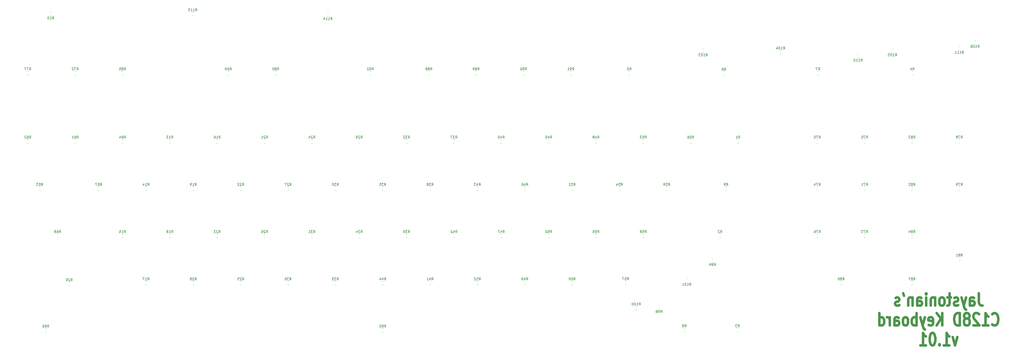
<source format=gbr>
G04 #@! TF.GenerationSoftware,KiCad,Pcbnew,8.0.5*
G04 #@! TF.CreationDate,2025-02-16T01:19:10-05:00*
G04 #@! TF.ProjectId,C128A - BASE,43313238-4120-42d2-9042-4153452e6b69,rev?*
G04 #@! TF.SameCoordinates,Original*
G04 #@! TF.FileFunction,Legend,Bot*
G04 #@! TF.FilePolarity,Positive*
%FSLAX46Y46*%
G04 Gerber Fmt 4.6, Leading zero omitted, Abs format (unit mm)*
G04 Created by KiCad (PCBNEW 8.0.5) date 2025-02-16 01:19:10*
%MOMM*%
%LPD*%
G01*
G04 APERTURE LIST*
%ADD10C,1.000000*%
%ADD11C,0.150000*%
%ADD12C,0.120000*%
G04 APERTURE END LIST*
D10*
X455705714Y-317887375D02*
X455705714Y-321458803D01*
X455705714Y-321458803D02*
X455896191Y-322173089D01*
X455896191Y-322173089D02*
X456277143Y-322649280D01*
X456277143Y-322649280D02*
X456848572Y-322887375D01*
X456848572Y-322887375D02*
X457229524Y-322887375D01*
X452086667Y-322887375D02*
X452086667Y-320268327D01*
X452086667Y-320268327D02*
X452277143Y-319792137D01*
X452277143Y-319792137D02*
X452658095Y-319554041D01*
X452658095Y-319554041D02*
X453420000Y-319554041D01*
X453420000Y-319554041D02*
X453800953Y-319792137D01*
X452086667Y-322649280D02*
X452467619Y-322887375D01*
X452467619Y-322887375D02*
X453420000Y-322887375D01*
X453420000Y-322887375D02*
X453800953Y-322649280D01*
X453800953Y-322649280D02*
X453991429Y-322173089D01*
X453991429Y-322173089D02*
X453991429Y-321696899D01*
X453991429Y-321696899D02*
X453800953Y-321220708D01*
X453800953Y-321220708D02*
X453420000Y-320982613D01*
X453420000Y-320982613D02*
X452467619Y-320982613D01*
X452467619Y-320982613D02*
X452086667Y-320744518D01*
X450562857Y-319554041D02*
X449610476Y-322887375D01*
X448658095Y-319554041D02*
X449610476Y-322887375D01*
X449610476Y-322887375D02*
X449991428Y-324077851D01*
X449991428Y-324077851D02*
X450181905Y-324315946D01*
X450181905Y-324315946D02*
X450562857Y-324554041D01*
X447324762Y-322649280D02*
X446943809Y-322887375D01*
X446943809Y-322887375D02*
X446181905Y-322887375D01*
X446181905Y-322887375D02*
X445800952Y-322649280D01*
X445800952Y-322649280D02*
X445610476Y-322173089D01*
X445610476Y-322173089D02*
X445610476Y-321934994D01*
X445610476Y-321934994D02*
X445800952Y-321458803D01*
X445800952Y-321458803D02*
X446181905Y-321220708D01*
X446181905Y-321220708D02*
X446753333Y-321220708D01*
X446753333Y-321220708D02*
X447134286Y-320982613D01*
X447134286Y-320982613D02*
X447324762Y-320506422D01*
X447324762Y-320506422D02*
X447324762Y-320268327D01*
X447324762Y-320268327D02*
X447134286Y-319792137D01*
X447134286Y-319792137D02*
X446753333Y-319554041D01*
X446753333Y-319554041D02*
X446181905Y-319554041D01*
X446181905Y-319554041D02*
X445800952Y-319792137D01*
X444467619Y-319554041D02*
X442943810Y-319554041D01*
X443896191Y-317887375D02*
X443896191Y-322173089D01*
X443896191Y-322173089D02*
X443705714Y-322649280D01*
X443705714Y-322649280D02*
X443324762Y-322887375D01*
X443324762Y-322887375D02*
X442943810Y-322887375D01*
X441039048Y-322887375D02*
X441420000Y-322649280D01*
X441420000Y-322649280D02*
X441610477Y-322411184D01*
X441610477Y-322411184D02*
X441800953Y-321934994D01*
X441800953Y-321934994D02*
X441800953Y-320506422D01*
X441800953Y-320506422D02*
X441610477Y-320030232D01*
X441610477Y-320030232D02*
X441420000Y-319792137D01*
X441420000Y-319792137D02*
X441039048Y-319554041D01*
X441039048Y-319554041D02*
X440467619Y-319554041D01*
X440467619Y-319554041D02*
X440086667Y-319792137D01*
X440086667Y-319792137D02*
X439896191Y-320030232D01*
X439896191Y-320030232D02*
X439705715Y-320506422D01*
X439705715Y-320506422D02*
X439705715Y-321934994D01*
X439705715Y-321934994D02*
X439896191Y-322411184D01*
X439896191Y-322411184D02*
X440086667Y-322649280D01*
X440086667Y-322649280D02*
X440467619Y-322887375D01*
X440467619Y-322887375D02*
X441039048Y-322887375D01*
X437991429Y-319554041D02*
X437991429Y-322887375D01*
X437991429Y-320030232D02*
X437800952Y-319792137D01*
X437800952Y-319792137D02*
X437420000Y-319554041D01*
X437420000Y-319554041D02*
X436848571Y-319554041D01*
X436848571Y-319554041D02*
X436467619Y-319792137D01*
X436467619Y-319792137D02*
X436277143Y-320268327D01*
X436277143Y-320268327D02*
X436277143Y-322887375D01*
X434372381Y-322887375D02*
X434372381Y-319554041D01*
X434372381Y-317887375D02*
X434562857Y-318125470D01*
X434562857Y-318125470D02*
X434372381Y-318363565D01*
X434372381Y-318363565D02*
X434181904Y-318125470D01*
X434181904Y-318125470D02*
X434372381Y-317887375D01*
X434372381Y-317887375D02*
X434372381Y-318363565D01*
X430753333Y-322887375D02*
X430753333Y-320268327D01*
X430753333Y-320268327D02*
X430943809Y-319792137D01*
X430943809Y-319792137D02*
X431324761Y-319554041D01*
X431324761Y-319554041D02*
X432086666Y-319554041D01*
X432086666Y-319554041D02*
X432467619Y-319792137D01*
X430753333Y-322649280D02*
X431134285Y-322887375D01*
X431134285Y-322887375D02*
X432086666Y-322887375D01*
X432086666Y-322887375D02*
X432467619Y-322649280D01*
X432467619Y-322649280D02*
X432658095Y-322173089D01*
X432658095Y-322173089D02*
X432658095Y-321696899D01*
X432658095Y-321696899D02*
X432467619Y-321220708D01*
X432467619Y-321220708D02*
X432086666Y-320982613D01*
X432086666Y-320982613D02*
X431134285Y-320982613D01*
X431134285Y-320982613D02*
X430753333Y-320744518D01*
X428848571Y-319554041D02*
X428848571Y-322887375D01*
X428848571Y-320030232D02*
X428658094Y-319792137D01*
X428658094Y-319792137D02*
X428277142Y-319554041D01*
X428277142Y-319554041D02*
X427705713Y-319554041D01*
X427705713Y-319554041D02*
X427324761Y-319792137D01*
X427324761Y-319792137D02*
X427134285Y-320268327D01*
X427134285Y-320268327D02*
X427134285Y-322887375D01*
X425039046Y-317887375D02*
X425419999Y-318839756D01*
X423515237Y-322649280D02*
X423134284Y-322887375D01*
X423134284Y-322887375D02*
X422372380Y-322887375D01*
X422372380Y-322887375D02*
X421991427Y-322649280D01*
X421991427Y-322649280D02*
X421800951Y-322173089D01*
X421800951Y-322173089D02*
X421800951Y-321934994D01*
X421800951Y-321934994D02*
X421991427Y-321458803D01*
X421991427Y-321458803D02*
X422372380Y-321220708D01*
X422372380Y-321220708D02*
X422943808Y-321220708D01*
X422943808Y-321220708D02*
X423324761Y-320982613D01*
X423324761Y-320982613D02*
X423515237Y-320506422D01*
X423515237Y-320506422D02*
X423515237Y-320268327D01*
X423515237Y-320268327D02*
X423324761Y-319792137D01*
X423324761Y-319792137D02*
X422943808Y-319554041D01*
X422943808Y-319554041D02*
X422372380Y-319554041D01*
X422372380Y-319554041D02*
X421991427Y-319792137D01*
X461134285Y-330460904D02*
X461324761Y-330699000D01*
X461324761Y-330699000D02*
X461896190Y-330937095D01*
X461896190Y-330937095D02*
X462277142Y-330937095D01*
X462277142Y-330937095D02*
X462848571Y-330699000D01*
X462848571Y-330699000D02*
X463229523Y-330222809D01*
X463229523Y-330222809D02*
X463420000Y-329746619D01*
X463420000Y-329746619D02*
X463610476Y-328794238D01*
X463610476Y-328794238D02*
X463610476Y-328079952D01*
X463610476Y-328079952D02*
X463420000Y-327127571D01*
X463420000Y-327127571D02*
X463229523Y-326651380D01*
X463229523Y-326651380D02*
X462848571Y-326175190D01*
X462848571Y-326175190D02*
X462277142Y-325937095D01*
X462277142Y-325937095D02*
X461896190Y-325937095D01*
X461896190Y-325937095D02*
X461324761Y-326175190D01*
X461324761Y-326175190D02*
X461134285Y-326413285D01*
X457324761Y-330937095D02*
X459610476Y-330937095D01*
X458467619Y-330937095D02*
X458467619Y-325937095D01*
X458467619Y-325937095D02*
X458848571Y-326651380D01*
X458848571Y-326651380D02*
X459229523Y-327127571D01*
X459229523Y-327127571D02*
X459610476Y-327365666D01*
X455800952Y-326413285D02*
X455610476Y-326175190D01*
X455610476Y-326175190D02*
X455229523Y-325937095D01*
X455229523Y-325937095D02*
X454277142Y-325937095D01*
X454277142Y-325937095D02*
X453896190Y-326175190D01*
X453896190Y-326175190D02*
X453705714Y-326413285D01*
X453705714Y-326413285D02*
X453515237Y-326889476D01*
X453515237Y-326889476D02*
X453515237Y-327365666D01*
X453515237Y-327365666D02*
X453705714Y-328079952D01*
X453705714Y-328079952D02*
X455991428Y-330937095D01*
X455991428Y-330937095D02*
X453515237Y-330937095D01*
X451229523Y-328079952D02*
X451610475Y-327841857D01*
X451610475Y-327841857D02*
X451800952Y-327603761D01*
X451800952Y-327603761D02*
X451991428Y-327127571D01*
X451991428Y-327127571D02*
X451991428Y-326889476D01*
X451991428Y-326889476D02*
X451800952Y-326413285D01*
X451800952Y-326413285D02*
X451610475Y-326175190D01*
X451610475Y-326175190D02*
X451229523Y-325937095D01*
X451229523Y-325937095D02*
X450467618Y-325937095D01*
X450467618Y-325937095D02*
X450086666Y-326175190D01*
X450086666Y-326175190D02*
X449896190Y-326413285D01*
X449896190Y-326413285D02*
X449705713Y-326889476D01*
X449705713Y-326889476D02*
X449705713Y-327127571D01*
X449705713Y-327127571D02*
X449896190Y-327603761D01*
X449896190Y-327603761D02*
X450086666Y-327841857D01*
X450086666Y-327841857D02*
X450467618Y-328079952D01*
X450467618Y-328079952D02*
X451229523Y-328079952D01*
X451229523Y-328079952D02*
X451610475Y-328318047D01*
X451610475Y-328318047D02*
X451800952Y-328556142D01*
X451800952Y-328556142D02*
X451991428Y-329032333D01*
X451991428Y-329032333D02*
X451991428Y-329984714D01*
X451991428Y-329984714D02*
X451800952Y-330460904D01*
X451800952Y-330460904D02*
X451610475Y-330699000D01*
X451610475Y-330699000D02*
X451229523Y-330937095D01*
X451229523Y-330937095D02*
X450467618Y-330937095D01*
X450467618Y-330937095D02*
X450086666Y-330699000D01*
X450086666Y-330699000D02*
X449896190Y-330460904D01*
X449896190Y-330460904D02*
X449705713Y-329984714D01*
X449705713Y-329984714D02*
X449705713Y-329032333D01*
X449705713Y-329032333D02*
X449896190Y-328556142D01*
X449896190Y-328556142D02*
X450086666Y-328318047D01*
X450086666Y-328318047D02*
X450467618Y-328079952D01*
X447991428Y-330937095D02*
X447991428Y-325937095D01*
X447991428Y-325937095D02*
X447039047Y-325937095D01*
X447039047Y-325937095D02*
X446467618Y-326175190D01*
X446467618Y-326175190D02*
X446086666Y-326651380D01*
X446086666Y-326651380D02*
X445896189Y-327127571D01*
X445896189Y-327127571D02*
X445705713Y-328079952D01*
X445705713Y-328079952D02*
X445705713Y-328794238D01*
X445705713Y-328794238D02*
X445896189Y-329746619D01*
X445896189Y-329746619D02*
X446086666Y-330222809D01*
X446086666Y-330222809D02*
X446467618Y-330699000D01*
X446467618Y-330699000D02*
X447039047Y-330937095D01*
X447039047Y-330937095D02*
X447991428Y-330937095D01*
X440943809Y-330937095D02*
X440943809Y-325937095D01*
X438658094Y-330937095D02*
X440372380Y-328079952D01*
X438658094Y-325937095D02*
X440943809Y-328794238D01*
X435419999Y-330699000D02*
X435800951Y-330937095D01*
X435800951Y-330937095D02*
X436562856Y-330937095D01*
X436562856Y-330937095D02*
X436943809Y-330699000D01*
X436943809Y-330699000D02*
X437134285Y-330222809D01*
X437134285Y-330222809D02*
X437134285Y-328318047D01*
X437134285Y-328318047D02*
X436943809Y-327841857D01*
X436943809Y-327841857D02*
X436562856Y-327603761D01*
X436562856Y-327603761D02*
X435800951Y-327603761D01*
X435800951Y-327603761D02*
X435419999Y-327841857D01*
X435419999Y-327841857D02*
X435229523Y-328318047D01*
X435229523Y-328318047D02*
X435229523Y-328794238D01*
X435229523Y-328794238D02*
X437134285Y-329270428D01*
X433896190Y-327603761D02*
X432943809Y-330937095D01*
X431991428Y-327603761D02*
X432943809Y-330937095D01*
X432943809Y-330937095D02*
X433324761Y-332127571D01*
X433324761Y-332127571D02*
X433515238Y-332365666D01*
X433515238Y-332365666D02*
X433896190Y-332603761D01*
X430467619Y-330937095D02*
X430467619Y-325937095D01*
X430467619Y-327841857D02*
X430086666Y-327603761D01*
X430086666Y-327603761D02*
X429324761Y-327603761D01*
X429324761Y-327603761D02*
X428943809Y-327841857D01*
X428943809Y-327841857D02*
X428753333Y-328079952D01*
X428753333Y-328079952D02*
X428562857Y-328556142D01*
X428562857Y-328556142D02*
X428562857Y-329984714D01*
X428562857Y-329984714D02*
X428753333Y-330460904D01*
X428753333Y-330460904D02*
X428943809Y-330699000D01*
X428943809Y-330699000D02*
X429324761Y-330937095D01*
X429324761Y-330937095D02*
X430086666Y-330937095D01*
X430086666Y-330937095D02*
X430467619Y-330699000D01*
X426277142Y-330937095D02*
X426658094Y-330699000D01*
X426658094Y-330699000D02*
X426848571Y-330460904D01*
X426848571Y-330460904D02*
X427039047Y-329984714D01*
X427039047Y-329984714D02*
X427039047Y-328556142D01*
X427039047Y-328556142D02*
X426848571Y-328079952D01*
X426848571Y-328079952D02*
X426658094Y-327841857D01*
X426658094Y-327841857D02*
X426277142Y-327603761D01*
X426277142Y-327603761D02*
X425705713Y-327603761D01*
X425705713Y-327603761D02*
X425324761Y-327841857D01*
X425324761Y-327841857D02*
X425134285Y-328079952D01*
X425134285Y-328079952D02*
X424943809Y-328556142D01*
X424943809Y-328556142D02*
X424943809Y-329984714D01*
X424943809Y-329984714D02*
X425134285Y-330460904D01*
X425134285Y-330460904D02*
X425324761Y-330699000D01*
X425324761Y-330699000D02*
X425705713Y-330937095D01*
X425705713Y-330937095D02*
X426277142Y-330937095D01*
X421515237Y-330937095D02*
X421515237Y-328318047D01*
X421515237Y-328318047D02*
X421705713Y-327841857D01*
X421705713Y-327841857D02*
X422086665Y-327603761D01*
X422086665Y-327603761D02*
X422848570Y-327603761D01*
X422848570Y-327603761D02*
X423229523Y-327841857D01*
X421515237Y-330699000D02*
X421896189Y-330937095D01*
X421896189Y-330937095D02*
X422848570Y-330937095D01*
X422848570Y-330937095D02*
X423229523Y-330699000D01*
X423229523Y-330699000D02*
X423419999Y-330222809D01*
X423419999Y-330222809D02*
X423419999Y-329746619D01*
X423419999Y-329746619D02*
X423229523Y-329270428D01*
X423229523Y-329270428D02*
X422848570Y-329032333D01*
X422848570Y-329032333D02*
X421896189Y-329032333D01*
X421896189Y-329032333D02*
X421515237Y-328794238D01*
X419610475Y-330937095D02*
X419610475Y-327603761D01*
X419610475Y-328556142D02*
X419419998Y-328079952D01*
X419419998Y-328079952D02*
X419229522Y-327841857D01*
X419229522Y-327841857D02*
X418848570Y-327603761D01*
X418848570Y-327603761D02*
X418467617Y-327603761D01*
X415419999Y-330937095D02*
X415419999Y-325937095D01*
X415419999Y-330699000D02*
X415800951Y-330937095D01*
X415800951Y-330937095D02*
X416562856Y-330937095D01*
X416562856Y-330937095D02*
X416943808Y-330699000D01*
X416943808Y-330699000D02*
X417134285Y-330460904D01*
X417134285Y-330460904D02*
X417324761Y-329984714D01*
X417324761Y-329984714D02*
X417324761Y-328556142D01*
X417324761Y-328556142D02*
X417134285Y-328079952D01*
X417134285Y-328079952D02*
X416943808Y-327841857D01*
X416943808Y-327841857D02*
X416562856Y-327603761D01*
X416562856Y-327603761D02*
X415800951Y-327603761D01*
X415800951Y-327603761D02*
X415419999Y-327841857D01*
X447039047Y-335653481D02*
X446086666Y-338986815D01*
X446086666Y-338986815D02*
X445134285Y-335653481D01*
X441515237Y-338986815D02*
X443800952Y-338986815D01*
X442658095Y-338986815D02*
X442658095Y-333986815D01*
X442658095Y-333986815D02*
X443039047Y-334701100D01*
X443039047Y-334701100D02*
X443419999Y-335177291D01*
X443419999Y-335177291D02*
X443800952Y-335415386D01*
X439800952Y-338510624D02*
X439610475Y-338748720D01*
X439610475Y-338748720D02*
X439800952Y-338986815D01*
X439800952Y-338986815D02*
X439991428Y-338748720D01*
X439991428Y-338748720D02*
X439800952Y-338510624D01*
X439800952Y-338510624D02*
X439800952Y-338986815D01*
X437134285Y-333986815D02*
X436753332Y-333986815D01*
X436753332Y-333986815D02*
X436372380Y-334224910D01*
X436372380Y-334224910D02*
X436181904Y-334463005D01*
X436181904Y-334463005D02*
X435991428Y-334939196D01*
X435991428Y-334939196D02*
X435800951Y-335891577D01*
X435800951Y-335891577D02*
X435800951Y-337082053D01*
X435800951Y-337082053D02*
X435991428Y-338034434D01*
X435991428Y-338034434D02*
X436181904Y-338510624D01*
X436181904Y-338510624D02*
X436372380Y-338748720D01*
X436372380Y-338748720D02*
X436753332Y-338986815D01*
X436753332Y-338986815D02*
X437134285Y-338986815D01*
X437134285Y-338986815D02*
X437515237Y-338748720D01*
X437515237Y-338748720D02*
X437705713Y-338510624D01*
X437705713Y-338510624D02*
X437896190Y-338034434D01*
X437896190Y-338034434D02*
X438086666Y-337082053D01*
X438086666Y-337082053D02*
X438086666Y-335891577D01*
X438086666Y-335891577D02*
X437896190Y-334939196D01*
X437896190Y-334939196D02*
X437705713Y-334463005D01*
X437705713Y-334463005D02*
X437515237Y-334224910D01*
X437515237Y-334224910D02*
X437134285Y-333986815D01*
X431991427Y-338986815D02*
X434277142Y-338986815D01*
X433134285Y-338986815D02*
X433134285Y-333986815D01*
X433134285Y-333986815D02*
X433515237Y-334701100D01*
X433515237Y-334701100D02*
X433896189Y-335177291D01*
X433896189Y-335177291D02*
X434277142Y-335415386D01*
D11*
X358306666Y-254963819D02*
X358639999Y-254487628D01*
X358878094Y-254963819D02*
X358878094Y-253963819D01*
X358878094Y-253963819D02*
X358497142Y-253963819D01*
X358497142Y-253963819D02*
X358401904Y-254011438D01*
X358401904Y-254011438D02*
X358354285Y-254059057D01*
X358354285Y-254059057D02*
X358306666Y-254154295D01*
X358306666Y-254154295D02*
X358306666Y-254297152D01*
X358306666Y-254297152D02*
X358354285Y-254392390D01*
X358354285Y-254392390D02*
X358401904Y-254440009D01*
X358401904Y-254440009D02*
X358497142Y-254487628D01*
X358497142Y-254487628D02*
X358878094Y-254487628D01*
X357354285Y-254963819D02*
X357925713Y-254963819D01*
X357639999Y-254963819D02*
X357639999Y-253963819D01*
X357639999Y-253963819D02*
X357735237Y-254106676D01*
X357735237Y-254106676D02*
X357830475Y-254201914D01*
X357830475Y-254201914D02*
X357925713Y-254249533D01*
X351004166Y-293317819D02*
X351337499Y-292841628D01*
X351575594Y-293317819D02*
X351575594Y-292317819D01*
X351575594Y-292317819D02*
X351194642Y-292317819D01*
X351194642Y-292317819D02*
X351099404Y-292365438D01*
X351099404Y-292365438D02*
X351051785Y-292413057D01*
X351051785Y-292413057D02*
X351004166Y-292508295D01*
X351004166Y-292508295D02*
X351004166Y-292651152D01*
X351004166Y-292651152D02*
X351051785Y-292746390D01*
X351051785Y-292746390D02*
X351099404Y-292794009D01*
X351099404Y-292794009D02*
X351194642Y-292841628D01*
X351194642Y-292841628D02*
X351575594Y-292841628D01*
X350623213Y-292413057D02*
X350575594Y-292365438D01*
X350575594Y-292365438D02*
X350480356Y-292317819D01*
X350480356Y-292317819D02*
X350242261Y-292317819D01*
X350242261Y-292317819D02*
X350147023Y-292365438D01*
X350147023Y-292365438D02*
X350099404Y-292413057D01*
X350099404Y-292413057D02*
X350051785Y-292508295D01*
X350051785Y-292508295D02*
X350051785Y-292603533D01*
X350051785Y-292603533D02*
X350099404Y-292746390D01*
X350099404Y-292746390D02*
X350670832Y-293317819D01*
X350670832Y-293317819D02*
X350051785Y-293317819D01*
X358116166Y-331544819D02*
X358449499Y-331068628D01*
X358687594Y-331544819D02*
X358687594Y-330544819D01*
X358687594Y-330544819D02*
X358306642Y-330544819D01*
X358306642Y-330544819D02*
X358211404Y-330592438D01*
X358211404Y-330592438D02*
X358163785Y-330640057D01*
X358163785Y-330640057D02*
X358116166Y-330735295D01*
X358116166Y-330735295D02*
X358116166Y-330878152D01*
X358116166Y-330878152D02*
X358163785Y-330973390D01*
X358163785Y-330973390D02*
X358211404Y-331021009D01*
X358211404Y-331021009D02*
X358306642Y-331068628D01*
X358306642Y-331068628D02*
X358687594Y-331068628D01*
X357782832Y-330544819D02*
X357163785Y-330544819D01*
X357163785Y-330544819D02*
X357497118Y-330925771D01*
X357497118Y-330925771D02*
X357354261Y-330925771D01*
X357354261Y-330925771D02*
X357259023Y-330973390D01*
X357259023Y-330973390D02*
X357211404Y-331021009D01*
X357211404Y-331021009D02*
X357163785Y-331116247D01*
X357163785Y-331116247D02*
X357163785Y-331354342D01*
X357163785Y-331354342D02*
X357211404Y-331449580D01*
X357211404Y-331449580D02*
X357259023Y-331497200D01*
X357259023Y-331497200D02*
X357354261Y-331544819D01*
X357354261Y-331544819D02*
X357639975Y-331544819D01*
X357639975Y-331544819D02*
X357735213Y-331497200D01*
X357735213Y-331497200D02*
X357782832Y-331449580D01*
X314237666Y-227277819D02*
X314570999Y-226801628D01*
X314809094Y-227277819D02*
X314809094Y-226277819D01*
X314809094Y-226277819D02*
X314428142Y-226277819D01*
X314428142Y-226277819D02*
X314332904Y-226325438D01*
X314332904Y-226325438D02*
X314285285Y-226373057D01*
X314285285Y-226373057D02*
X314237666Y-226468295D01*
X314237666Y-226468295D02*
X314237666Y-226611152D01*
X314237666Y-226611152D02*
X314285285Y-226706390D01*
X314285285Y-226706390D02*
X314332904Y-226754009D01*
X314332904Y-226754009D02*
X314428142Y-226801628D01*
X314428142Y-226801628D02*
X314809094Y-226801628D01*
X313332904Y-226277819D02*
X313809094Y-226277819D01*
X313809094Y-226277819D02*
X313856713Y-226754009D01*
X313856713Y-226754009D02*
X313809094Y-226706390D01*
X313809094Y-226706390D02*
X313713856Y-226658771D01*
X313713856Y-226658771D02*
X313475761Y-226658771D01*
X313475761Y-226658771D02*
X313380523Y-226706390D01*
X313380523Y-226706390D02*
X313332904Y-226754009D01*
X313332904Y-226754009D02*
X313285285Y-226849247D01*
X313285285Y-226849247D02*
X313285285Y-227087342D01*
X313285285Y-227087342D02*
X313332904Y-227182580D01*
X313332904Y-227182580D02*
X313380523Y-227230200D01*
X313380523Y-227230200D02*
X313475761Y-227277819D01*
X313475761Y-227277819D02*
X313713856Y-227277819D01*
X313713856Y-227277819D02*
X313809094Y-227230200D01*
X313809094Y-227230200D02*
X313856713Y-227182580D01*
X352566266Y-227404819D02*
X352899599Y-226928628D01*
X353137694Y-227404819D02*
X353137694Y-226404819D01*
X353137694Y-226404819D02*
X352756742Y-226404819D01*
X352756742Y-226404819D02*
X352661504Y-226452438D01*
X352661504Y-226452438D02*
X352613885Y-226500057D01*
X352613885Y-226500057D02*
X352566266Y-226595295D01*
X352566266Y-226595295D02*
X352566266Y-226738152D01*
X352566266Y-226738152D02*
X352613885Y-226833390D01*
X352613885Y-226833390D02*
X352661504Y-226881009D01*
X352661504Y-226881009D02*
X352756742Y-226928628D01*
X352756742Y-226928628D02*
X353137694Y-226928628D01*
X351709123Y-226404819D02*
X351899599Y-226404819D01*
X351899599Y-226404819D02*
X351994837Y-226452438D01*
X351994837Y-226452438D02*
X352042456Y-226500057D01*
X352042456Y-226500057D02*
X352137694Y-226642914D01*
X352137694Y-226642914D02*
X352185313Y-226833390D01*
X352185313Y-226833390D02*
X352185313Y-227214342D01*
X352185313Y-227214342D02*
X352137694Y-227309580D01*
X352137694Y-227309580D02*
X352090075Y-227357200D01*
X352090075Y-227357200D02*
X351994837Y-227404819D01*
X351994837Y-227404819D02*
X351804361Y-227404819D01*
X351804361Y-227404819D02*
X351709123Y-227357200D01*
X351709123Y-227357200D02*
X351661504Y-227309580D01*
X351661504Y-227309580D02*
X351613885Y-227214342D01*
X351613885Y-227214342D02*
X351613885Y-226976247D01*
X351613885Y-226976247D02*
X351661504Y-226881009D01*
X351661504Y-226881009D02*
X351709123Y-226833390D01*
X351709123Y-226833390D02*
X351804361Y-226785771D01*
X351804361Y-226785771D02*
X351994837Y-226785771D01*
X351994837Y-226785771D02*
X352090075Y-226833390D01*
X352090075Y-226833390D02*
X352137694Y-226881009D01*
X352137694Y-226881009D02*
X352185313Y-226976247D01*
X336589666Y-331544819D02*
X336922999Y-331068628D01*
X337161094Y-331544819D02*
X337161094Y-330544819D01*
X337161094Y-330544819D02*
X336780142Y-330544819D01*
X336780142Y-330544819D02*
X336684904Y-330592438D01*
X336684904Y-330592438D02*
X336637285Y-330640057D01*
X336637285Y-330640057D02*
X336589666Y-330735295D01*
X336589666Y-330735295D02*
X336589666Y-330878152D01*
X336589666Y-330878152D02*
X336637285Y-330973390D01*
X336637285Y-330973390D02*
X336684904Y-331021009D01*
X336684904Y-331021009D02*
X336780142Y-331068628D01*
X336780142Y-331068628D02*
X337161094Y-331068628D01*
X336018237Y-330973390D02*
X336113475Y-330925771D01*
X336113475Y-330925771D02*
X336161094Y-330878152D01*
X336161094Y-330878152D02*
X336208713Y-330782914D01*
X336208713Y-330782914D02*
X336208713Y-330735295D01*
X336208713Y-330735295D02*
X336161094Y-330640057D01*
X336161094Y-330640057D02*
X336113475Y-330592438D01*
X336113475Y-330592438D02*
X336018237Y-330544819D01*
X336018237Y-330544819D02*
X335827761Y-330544819D01*
X335827761Y-330544819D02*
X335732523Y-330592438D01*
X335732523Y-330592438D02*
X335684904Y-330640057D01*
X335684904Y-330640057D02*
X335637285Y-330735295D01*
X335637285Y-330735295D02*
X335637285Y-330782914D01*
X335637285Y-330782914D02*
X335684904Y-330878152D01*
X335684904Y-330878152D02*
X335732523Y-330925771D01*
X335732523Y-330925771D02*
X335827761Y-330973390D01*
X335827761Y-330973390D02*
X336018237Y-330973390D01*
X336018237Y-330973390D02*
X336113475Y-331021009D01*
X336113475Y-331021009D02*
X336161094Y-331068628D01*
X336161094Y-331068628D02*
X336208713Y-331163866D01*
X336208713Y-331163866D02*
X336208713Y-331354342D01*
X336208713Y-331354342D02*
X336161094Y-331449580D01*
X336161094Y-331449580D02*
X336113475Y-331497200D01*
X336113475Y-331497200D02*
X336018237Y-331544819D01*
X336018237Y-331544819D02*
X335827761Y-331544819D01*
X335827761Y-331544819D02*
X335732523Y-331497200D01*
X335732523Y-331497200D02*
X335684904Y-331449580D01*
X335684904Y-331449580D02*
X335637285Y-331354342D01*
X335637285Y-331354342D02*
X335637285Y-331163866D01*
X335637285Y-331163866D02*
X335684904Y-331068628D01*
X335684904Y-331068628D02*
X335732523Y-331021009D01*
X335732523Y-331021009D02*
X335827761Y-330973390D01*
X353480666Y-274140819D02*
X353813999Y-273664628D01*
X354052094Y-274140819D02*
X354052094Y-273140819D01*
X354052094Y-273140819D02*
X353671142Y-273140819D01*
X353671142Y-273140819D02*
X353575904Y-273188438D01*
X353575904Y-273188438D02*
X353528285Y-273236057D01*
X353528285Y-273236057D02*
X353480666Y-273331295D01*
X353480666Y-273331295D02*
X353480666Y-273474152D01*
X353480666Y-273474152D02*
X353528285Y-273569390D01*
X353528285Y-273569390D02*
X353575904Y-273617009D01*
X353575904Y-273617009D02*
X353671142Y-273664628D01*
X353671142Y-273664628D02*
X354052094Y-273664628D01*
X353004475Y-274140819D02*
X352813999Y-274140819D01*
X352813999Y-274140819D02*
X352718761Y-274093200D01*
X352718761Y-274093200D02*
X352671142Y-274045580D01*
X352671142Y-274045580D02*
X352575904Y-273902723D01*
X352575904Y-273902723D02*
X352528285Y-273712247D01*
X352528285Y-273712247D02*
X352528285Y-273331295D01*
X352528285Y-273331295D02*
X352575904Y-273236057D01*
X352575904Y-273236057D02*
X352623523Y-273188438D01*
X352623523Y-273188438D02*
X352718761Y-273140819D01*
X352718761Y-273140819D02*
X352909237Y-273140819D01*
X352909237Y-273140819D02*
X353004475Y-273188438D01*
X353004475Y-273188438D02*
X353052094Y-273236057D01*
X353052094Y-273236057D02*
X353099713Y-273331295D01*
X353099713Y-273331295D02*
X353099713Y-273569390D01*
X353099713Y-273569390D02*
X353052094Y-273664628D01*
X353052094Y-273664628D02*
X353004475Y-273712247D01*
X353004475Y-273712247D02*
X352909237Y-273759866D01*
X352909237Y-273759866D02*
X352718761Y-273759866D01*
X352718761Y-273759866D02*
X352623523Y-273712247D01*
X352623523Y-273712247D02*
X352575904Y-273664628D01*
X352575904Y-273664628D02*
X352528285Y-273569390D01*
X128658857Y-254963819D02*
X128992190Y-254487628D01*
X129230285Y-254963819D02*
X129230285Y-253963819D01*
X129230285Y-253963819D02*
X128849333Y-253963819D01*
X128849333Y-253963819D02*
X128754095Y-254011438D01*
X128754095Y-254011438D02*
X128706476Y-254059057D01*
X128706476Y-254059057D02*
X128658857Y-254154295D01*
X128658857Y-254154295D02*
X128658857Y-254297152D01*
X128658857Y-254297152D02*
X128706476Y-254392390D01*
X128706476Y-254392390D02*
X128754095Y-254440009D01*
X128754095Y-254440009D02*
X128849333Y-254487628D01*
X128849333Y-254487628D02*
X129230285Y-254487628D01*
X127706476Y-254963819D02*
X128277904Y-254963819D01*
X127992190Y-254963819D02*
X127992190Y-253963819D01*
X127992190Y-253963819D02*
X128087428Y-254106676D01*
X128087428Y-254106676D02*
X128182666Y-254201914D01*
X128182666Y-254201914D02*
X128277904Y-254249533D01*
X127373142Y-253963819D02*
X126754095Y-253963819D01*
X126754095Y-253963819D02*
X127087428Y-254344771D01*
X127087428Y-254344771D02*
X126944571Y-254344771D01*
X126944571Y-254344771D02*
X126849333Y-254392390D01*
X126849333Y-254392390D02*
X126801714Y-254440009D01*
X126801714Y-254440009D02*
X126754095Y-254535247D01*
X126754095Y-254535247D02*
X126754095Y-254773342D01*
X126754095Y-254773342D02*
X126801714Y-254868580D01*
X126801714Y-254868580D02*
X126849333Y-254916200D01*
X126849333Y-254916200D02*
X126944571Y-254963819D01*
X126944571Y-254963819D02*
X127230285Y-254963819D01*
X127230285Y-254963819D02*
X127325523Y-254916200D01*
X127325523Y-254916200D02*
X127373142Y-254868580D01*
X119006857Y-274140819D02*
X119340190Y-273664628D01*
X119578285Y-274140819D02*
X119578285Y-273140819D01*
X119578285Y-273140819D02*
X119197333Y-273140819D01*
X119197333Y-273140819D02*
X119102095Y-273188438D01*
X119102095Y-273188438D02*
X119054476Y-273236057D01*
X119054476Y-273236057D02*
X119006857Y-273331295D01*
X119006857Y-273331295D02*
X119006857Y-273474152D01*
X119006857Y-273474152D02*
X119054476Y-273569390D01*
X119054476Y-273569390D02*
X119102095Y-273617009D01*
X119102095Y-273617009D02*
X119197333Y-273664628D01*
X119197333Y-273664628D02*
X119578285Y-273664628D01*
X118054476Y-274140819D02*
X118625904Y-274140819D01*
X118340190Y-274140819D02*
X118340190Y-273140819D01*
X118340190Y-273140819D02*
X118435428Y-273283676D01*
X118435428Y-273283676D02*
X118530666Y-273378914D01*
X118530666Y-273378914D02*
X118625904Y-273426533D01*
X117197333Y-273474152D02*
X117197333Y-274140819D01*
X117435428Y-273093200D02*
X117673523Y-273807485D01*
X117673523Y-273807485D02*
X117054476Y-273807485D01*
X109481857Y-293317819D02*
X109815190Y-292841628D01*
X110053285Y-293317819D02*
X110053285Y-292317819D01*
X110053285Y-292317819D02*
X109672333Y-292317819D01*
X109672333Y-292317819D02*
X109577095Y-292365438D01*
X109577095Y-292365438D02*
X109529476Y-292413057D01*
X109529476Y-292413057D02*
X109481857Y-292508295D01*
X109481857Y-292508295D02*
X109481857Y-292651152D01*
X109481857Y-292651152D02*
X109529476Y-292746390D01*
X109529476Y-292746390D02*
X109577095Y-292794009D01*
X109577095Y-292794009D02*
X109672333Y-292841628D01*
X109672333Y-292841628D02*
X110053285Y-292841628D01*
X108529476Y-293317819D02*
X109100904Y-293317819D01*
X108815190Y-293317819D02*
X108815190Y-292317819D01*
X108815190Y-292317819D02*
X108910428Y-292460676D01*
X108910428Y-292460676D02*
X109005666Y-292555914D01*
X109005666Y-292555914D02*
X109100904Y-292603533D01*
X107624714Y-292317819D02*
X108100904Y-292317819D01*
X108100904Y-292317819D02*
X108148523Y-292794009D01*
X108148523Y-292794009D02*
X108100904Y-292746390D01*
X108100904Y-292746390D02*
X108005666Y-292698771D01*
X108005666Y-292698771D02*
X107767571Y-292698771D01*
X107767571Y-292698771D02*
X107672333Y-292746390D01*
X107672333Y-292746390D02*
X107624714Y-292794009D01*
X107624714Y-292794009D02*
X107577095Y-292889247D01*
X107577095Y-292889247D02*
X107577095Y-293127342D01*
X107577095Y-293127342D02*
X107624714Y-293222580D01*
X107624714Y-293222580D02*
X107672333Y-293270200D01*
X107672333Y-293270200D02*
X107767571Y-293317819D01*
X107767571Y-293317819D02*
X108005666Y-293317819D01*
X108005666Y-293317819D02*
X108100904Y-293270200D01*
X108100904Y-293270200D02*
X108148523Y-293222580D01*
X147835857Y-254963819D02*
X148169190Y-254487628D01*
X148407285Y-254963819D02*
X148407285Y-253963819D01*
X148407285Y-253963819D02*
X148026333Y-253963819D01*
X148026333Y-253963819D02*
X147931095Y-254011438D01*
X147931095Y-254011438D02*
X147883476Y-254059057D01*
X147883476Y-254059057D02*
X147835857Y-254154295D01*
X147835857Y-254154295D02*
X147835857Y-254297152D01*
X147835857Y-254297152D02*
X147883476Y-254392390D01*
X147883476Y-254392390D02*
X147931095Y-254440009D01*
X147931095Y-254440009D02*
X148026333Y-254487628D01*
X148026333Y-254487628D02*
X148407285Y-254487628D01*
X146883476Y-254963819D02*
X147454904Y-254963819D01*
X147169190Y-254963819D02*
X147169190Y-253963819D01*
X147169190Y-253963819D02*
X147264428Y-254106676D01*
X147264428Y-254106676D02*
X147359666Y-254201914D01*
X147359666Y-254201914D02*
X147454904Y-254249533D01*
X146026333Y-253963819D02*
X146216809Y-253963819D01*
X146216809Y-253963819D02*
X146312047Y-254011438D01*
X146312047Y-254011438D02*
X146359666Y-254059057D01*
X146359666Y-254059057D02*
X146454904Y-254201914D01*
X146454904Y-254201914D02*
X146502523Y-254392390D01*
X146502523Y-254392390D02*
X146502523Y-254773342D01*
X146502523Y-254773342D02*
X146454904Y-254868580D01*
X146454904Y-254868580D02*
X146407285Y-254916200D01*
X146407285Y-254916200D02*
X146312047Y-254963819D01*
X146312047Y-254963819D02*
X146121571Y-254963819D01*
X146121571Y-254963819D02*
X146026333Y-254916200D01*
X146026333Y-254916200D02*
X145978714Y-254868580D01*
X145978714Y-254868580D02*
X145931095Y-254773342D01*
X145931095Y-254773342D02*
X145931095Y-254535247D01*
X145931095Y-254535247D02*
X145978714Y-254440009D01*
X145978714Y-254440009D02*
X146026333Y-254392390D01*
X146026333Y-254392390D02*
X146121571Y-254344771D01*
X146121571Y-254344771D02*
X146312047Y-254344771D01*
X146312047Y-254344771D02*
X146407285Y-254392390D01*
X146407285Y-254392390D02*
X146454904Y-254440009D01*
X146454904Y-254440009D02*
X146502523Y-254535247D01*
X119006857Y-312494819D02*
X119340190Y-312018628D01*
X119578285Y-312494819D02*
X119578285Y-311494819D01*
X119578285Y-311494819D02*
X119197333Y-311494819D01*
X119197333Y-311494819D02*
X119102095Y-311542438D01*
X119102095Y-311542438D02*
X119054476Y-311590057D01*
X119054476Y-311590057D02*
X119006857Y-311685295D01*
X119006857Y-311685295D02*
X119006857Y-311828152D01*
X119006857Y-311828152D02*
X119054476Y-311923390D01*
X119054476Y-311923390D02*
X119102095Y-311971009D01*
X119102095Y-311971009D02*
X119197333Y-312018628D01*
X119197333Y-312018628D02*
X119578285Y-312018628D01*
X118054476Y-312494819D02*
X118625904Y-312494819D01*
X118340190Y-312494819D02*
X118340190Y-311494819D01*
X118340190Y-311494819D02*
X118435428Y-311637676D01*
X118435428Y-311637676D02*
X118530666Y-311732914D01*
X118530666Y-311732914D02*
X118625904Y-311780533D01*
X117721142Y-311494819D02*
X117054476Y-311494819D01*
X117054476Y-311494819D02*
X117483047Y-312494819D01*
X128658857Y-293317819D02*
X128992190Y-292841628D01*
X129230285Y-293317819D02*
X129230285Y-292317819D01*
X129230285Y-292317819D02*
X128849333Y-292317819D01*
X128849333Y-292317819D02*
X128754095Y-292365438D01*
X128754095Y-292365438D02*
X128706476Y-292413057D01*
X128706476Y-292413057D02*
X128658857Y-292508295D01*
X128658857Y-292508295D02*
X128658857Y-292651152D01*
X128658857Y-292651152D02*
X128706476Y-292746390D01*
X128706476Y-292746390D02*
X128754095Y-292794009D01*
X128754095Y-292794009D02*
X128849333Y-292841628D01*
X128849333Y-292841628D02*
X129230285Y-292841628D01*
X127706476Y-293317819D02*
X128277904Y-293317819D01*
X127992190Y-293317819D02*
X127992190Y-292317819D01*
X127992190Y-292317819D02*
X128087428Y-292460676D01*
X128087428Y-292460676D02*
X128182666Y-292555914D01*
X128182666Y-292555914D02*
X128277904Y-292603533D01*
X127135047Y-292746390D02*
X127230285Y-292698771D01*
X127230285Y-292698771D02*
X127277904Y-292651152D01*
X127277904Y-292651152D02*
X127325523Y-292555914D01*
X127325523Y-292555914D02*
X127325523Y-292508295D01*
X127325523Y-292508295D02*
X127277904Y-292413057D01*
X127277904Y-292413057D02*
X127230285Y-292365438D01*
X127230285Y-292365438D02*
X127135047Y-292317819D01*
X127135047Y-292317819D02*
X126944571Y-292317819D01*
X126944571Y-292317819D02*
X126849333Y-292365438D01*
X126849333Y-292365438D02*
X126801714Y-292413057D01*
X126801714Y-292413057D02*
X126754095Y-292508295D01*
X126754095Y-292508295D02*
X126754095Y-292555914D01*
X126754095Y-292555914D02*
X126801714Y-292651152D01*
X126801714Y-292651152D02*
X126849333Y-292698771D01*
X126849333Y-292698771D02*
X126944571Y-292746390D01*
X126944571Y-292746390D02*
X127135047Y-292746390D01*
X127135047Y-292746390D02*
X127230285Y-292794009D01*
X127230285Y-292794009D02*
X127277904Y-292841628D01*
X127277904Y-292841628D02*
X127325523Y-292936866D01*
X127325523Y-292936866D02*
X127325523Y-293127342D01*
X127325523Y-293127342D02*
X127277904Y-293222580D01*
X127277904Y-293222580D02*
X127230285Y-293270200D01*
X127230285Y-293270200D02*
X127135047Y-293317819D01*
X127135047Y-293317819D02*
X126944571Y-293317819D01*
X126944571Y-293317819D02*
X126849333Y-293270200D01*
X126849333Y-293270200D02*
X126801714Y-293222580D01*
X126801714Y-293222580D02*
X126754095Y-293127342D01*
X126754095Y-293127342D02*
X126754095Y-292936866D01*
X126754095Y-292936866D02*
X126801714Y-292841628D01*
X126801714Y-292841628D02*
X126849333Y-292794009D01*
X126849333Y-292794009D02*
X126944571Y-292746390D01*
X138183857Y-274140819D02*
X138517190Y-273664628D01*
X138755285Y-274140819D02*
X138755285Y-273140819D01*
X138755285Y-273140819D02*
X138374333Y-273140819D01*
X138374333Y-273140819D02*
X138279095Y-273188438D01*
X138279095Y-273188438D02*
X138231476Y-273236057D01*
X138231476Y-273236057D02*
X138183857Y-273331295D01*
X138183857Y-273331295D02*
X138183857Y-273474152D01*
X138183857Y-273474152D02*
X138231476Y-273569390D01*
X138231476Y-273569390D02*
X138279095Y-273617009D01*
X138279095Y-273617009D02*
X138374333Y-273664628D01*
X138374333Y-273664628D02*
X138755285Y-273664628D01*
X137231476Y-274140819D02*
X137802904Y-274140819D01*
X137517190Y-274140819D02*
X137517190Y-273140819D01*
X137517190Y-273140819D02*
X137612428Y-273283676D01*
X137612428Y-273283676D02*
X137707666Y-273378914D01*
X137707666Y-273378914D02*
X137802904Y-273426533D01*
X136755285Y-274140819D02*
X136564809Y-274140819D01*
X136564809Y-274140819D02*
X136469571Y-274093200D01*
X136469571Y-274093200D02*
X136421952Y-274045580D01*
X136421952Y-274045580D02*
X136326714Y-273902723D01*
X136326714Y-273902723D02*
X136279095Y-273712247D01*
X136279095Y-273712247D02*
X136279095Y-273331295D01*
X136279095Y-273331295D02*
X136326714Y-273236057D01*
X136326714Y-273236057D02*
X136374333Y-273188438D01*
X136374333Y-273188438D02*
X136469571Y-273140819D01*
X136469571Y-273140819D02*
X136660047Y-273140819D01*
X136660047Y-273140819D02*
X136755285Y-273188438D01*
X136755285Y-273188438D02*
X136802904Y-273236057D01*
X136802904Y-273236057D02*
X136850523Y-273331295D01*
X136850523Y-273331295D02*
X136850523Y-273569390D01*
X136850523Y-273569390D02*
X136802904Y-273664628D01*
X136802904Y-273664628D02*
X136755285Y-273712247D01*
X136755285Y-273712247D02*
X136660047Y-273759866D01*
X136660047Y-273759866D02*
X136469571Y-273759866D01*
X136469571Y-273759866D02*
X136374333Y-273712247D01*
X136374333Y-273712247D02*
X136326714Y-273664628D01*
X136326714Y-273664628D02*
X136279095Y-273569390D01*
X167012857Y-254963819D02*
X167346190Y-254487628D01*
X167584285Y-254963819D02*
X167584285Y-253963819D01*
X167584285Y-253963819D02*
X167203333Y-253963819D01*
X167203333Y-253963819D02*
X167108095Y-254011438D01*
X167108095Y-254011438D02*
X167060476Y-254059057D01*
X167060476Y-254059057D02*
X167012857Y-254154295D01*
X167012857Y-254154295D02*
X167012857Y-254297152D01*
X167012857Y-254297152D02*
X167060476Y-254392390D01*
X167060476Y-254392390D02*
X167108095Y-254440009D01*
X167108095Y-254440009D02*
X167203333Y-254487628D01*
X167203333Y-254487628D02*
X167584285Y-254487628D01*
X166631904Y-254059057D02*
X166584285Y-254011438D01*
X166584285Y-254011438D02*
X166489047Y-253963819D01*
X166489047Y-253963819D02*
X166250952Y-253963819D01*
X166250952Y-253963819D02*
X166155714Y-254011438D01*
X166155714Y-254011438D02*
X166108095Y-254059057D01*
X166108095Y-254059057D02*
X166060476Y-254154295D01*
X166060476Y-254154295D02*
X166060476Y-254249533D01*
X166060476Y-254249533D02*
X166108095Y-254392390D01*
X166108095Y-254392390D02*
X166679523Y-254963819D01*
X166679523Y-254963819D02*
X166060476Y-254963819D01*
X165108095Y-254963819D02*
X165679523Y-254963819D01*
X165393809Y-254963819D02*
X165393809Y-253963819D01*
X165393809Y-253963819D02*
X165489047Y-254106676D01*
X165489047Y-254106676D02*
X165584285Y-254201914D01*
X165584285Y-254201914D02*
X165679523Y-254249533D01*
X157360857Y-274140819D02*
X157694190Y-273664628D01*
X157932285Y-274140819D02*
X157932285Y-273140819D01*
X157932285Y-273140819D02*
X157551333Y-273140819D01*
X157551333Y-273140819D02*
X157456095Y-273188438D01*
X157456095Y-273188438D02*
X157408476Y-273236057D01*
X157408476Y-273236057D02*
X157360857Y-273331295D01*
X157360857Y-273331295D02*
X157360857Y-273474152D01*
X157360857Y-273474152D02*
X157408476Y-273569390D01*
X157408476Y-273569390D02*
X157456095Y-273617009D01*
X157456095Y-273617009D02*
X157551333Y-273664628D01*
X157551333Y-273664628D02*
X157932285Y-273664628D01*
X156979904Y-273236057D02*
X156932285Y-273188438D01*
X156932285Y-273188438D02*
X156837047Y-273140819D01*
X156837047Y-273140819D02*
X156598952Y-273140819D01*
X156598952Y-273140819D02*
X156503714Y-273188438D01*
X156503714Y-273188438D02*
X156456095Y-273236057D01*
X156456095Y-273236057D02*
X156408476Y-273331295D01*
X156408476Y-273331295D02*
X156408476Y-273426533D01*
X156408476Y-273426533D02*
X156456095Y-273569390D01*
X156456095Y-273569390D02*
X157027523Y-274140819D01*
X157027523Y-274140819D02*
X156408476Y-274140819D01*
X156027523Y-273236057D02*
X155979904Y-273188438D01*
X155979904Y-273188438D02*
X155884666Y-273140819D01*
X155884666Y-273140819D02*
X155646571Y-273140819D01*
X155646571Y-273140819D02*
X155551333Y-273188438D01*
X155551333Y-273188438D02*
X155503714Y-273236057D01*
X155503714Y-273236057D02*
X155456095Y-273331295D01*
X155456095Y-273331295D02*
X155456095Y-273426533D01*
X155456095Y-273426533D02*
X155503714Y-273569390D01*
X155503714Y-273569390D02*
X156075142Y-274140819D01*
X156075142Y-274140819D02*
X155456095Y-274140819D01*
X147835857Y-293317819D02*
X148169190Y-292841628D01*
X148407285Y-293317819D02*
X148407285Y-292317819D01*
X148407285Y-292317819D02*
X148026333Y-292317819D01*
X148026333Y-292317819D02*
X147931095Y-292365438D01*
X147931095Y-292365438D02*
X147883476Y-292413057D01*
X147883476Y-292413057D02*
X147835857Y-292508295D01*
X147835857Y-292508295D02*
X147835857Y-292651152D01*
X147835857Y-292651152D02*
X147883476Y-292746390D01*
X147883476Y-292746390D02*
X147931095Y-292794009D01*
X147931095Y-292794009D02*
X148026333Y-292841628D01*
X148026333Y-292841628D02*
X148407285Y-292841628D01*
X147454904Y-292413057D02*
X147407285Y-292365438D01*
X147407285Y-292365438D02*
X147312047Y-292317819D01*
X147312047Y-292317819D02*
X147073952Y-292317819D01*
X147073952Y-292317819D02*
X146978714Y-292365438D01*
X146978714Y-292365438D02*
X146931095Y-292413057D01*
X146931095Y-292413057D02*
X146883476Y-292508295D01*
X146883476Y-292508295D02*
X146883476Y-292603533D01*
X146883476Y-292603533D02*
X146931095Y-292746390D01*
X146931095Y-292746390D02*
X147502523Y-293317819D01*
X147502523Y-293317819D02*
X146883476Y-293317819D01*
X146550142Y-292317819D02*
X145931095Y-292317819D01*
X145931095Y-292317819D02*
X146264428Y-292698771D01*
X146264428Y-292698771D02*
X146121571Y-292698771D01*
X146121571Y-292698771D02*
X146026333Y-292746390D01*
X146026333Y-292746390D02*
X145978714Y-292794009D01*
X145978714Y-292794009D02*
X145931095Y-292889247D01*
X145931095Y-292889247D02*
X145931095Y-293127342D01*
X145931095Y-293127342D02*
X145978714Y-293222580D01*
X145978714Y-293222580D02*
X146026333Y-293270200D01*
X146026333Y-293270200D02*
X146121571Y-293317819D01*
X146121571Y-293317819D02*
X146407285Y-293317819D01*
X146407285Y-293317819D02*
X146502523Y-293270200D01*
X146502523Y-293270200D02*
X146550142Y-293222580D01*
X186189857Y-254963819D02*
X186523190Y-254487628D01*
X186761285Y-254963819D02*
X186761285Y-253963819D01*
X186761285Y-253963819D02*
X186380333Y-253963819D01*
X186380333Y-253963819D02*
X186285095Y-254011438D01*
X186285095Y-254011438D02*
X186237476Y-254059057D01*
X186237476Y-254059057D02*
X186189857Y-254154295D01*
X186189857Y-254154295D02*
X186189857Y-254297152D01*
X186189857Y-254297152D02*
X186237476Y-254392390D01*
X186237476Y-254392390D02*
X186285095Y-254440009D01*
X186285095Y-254440009D02*
X186380333Y-254487628D01*
X186380333Y-254487628D02*
X186761285Y-254487628D01*
X185808904Y-254059057D02*
X185761285Y-254011438D01*
X185761285Y-254011438D02*
X185666047Y-253963819D01*
X185666047Y-253963819D02*
X185427952Y-253963819D01*
X185427952Y-253963819D02*
X185332714Y-254011438D01*
X185332714Y-254011438D02*
X185285095Y-254059057D01*
X185285095Y-254059057D02*
X185237476Y-254154295D01*
X185237476Y-254154295D02*
X185237476Y-254249533D01*
X185237476Y-254249533D02*
X185285095Y-254392390D01*
X185285095Y-254392390D02*
X185856523Y-254963819D01*
X185856523Y-254963819D02*
X185237476Y-254963819D01*
X184380333Y-254297152D02*
X184380333Y-254963819D01*
X184618428Y-253916200D02*
X184856523Y-254630485D01*
X184856523Y-254630485D02*
X184237476Y-254630485D01*
X157360857Y-312494819D02*
X157694190Y-312018628D01*
X157932285Y-312494819D02*
X157932285Y-311494819D01*
X157932285Y-311494819D02*
X157551333Y-311494819D01*
X157551333Y-311494819D02*
X157456095Y-311542438D01*
X157456095Y-311542438D02*
X157408476Y-311590057D01*
X157408476Y-311590057D02*
X157360857Y-311685295D01*
X157360857Y-311685295D02*
X157360857Y-311828152D01*
X157360857Y-311828152D02*
X157408476Y-311923390D01*
X157408476Y-311923390D02*
X157456095Y-311971009D01*
X157456095Y-311971009D02*
X157551333Y-312018628D01*
X157551333Y-312018628D02*
X157932285Y-312018628D01*
X156979904Y-311590057D02*
X156932285Y-311542438D01*
X156932285Y-311542438D02*
X156837047Y-311494819D01*
X156837047Y-311494819D02*
X156598952Y-311494819D01*
X156598952Y-311494819D02*
X156503714Y-311542438D01*
X156503714Y-311542438D02*
X156456095Y-311590057D01*
X156456095Y-311590057D02*
X156408476Y-311685295D01*
X156408476Y-311685295D02*
X156408476Y-311780533D01*
X156408476Y-311780533D02*
X156456095Y-311923390D01*
X156456095Y-311923390D02*
X157027523Y-312494819D01*
X157027523Y-312494819D02*
X156408476Y-312494819D01*
X155503714Y-311494819D02*
X155979904Y-311494819D01*
X155979904Y-311494819D02*
X156027523Y-311971009D01*
X156027523Y-311971009D02*
X155979904Y-311923390D01*
X155979904Y-311923390D02*
X155884666Y-311875771D01*
X155884666Y-311875771D02*
X155646571Y-311875771D01*
X155646571Y-311875771D02*
X155551333Y-311923390D01*
X155551333Y-311923390D02*
X155503714Y-311971009D01*
X155503714Y-311971009D02*
X155456095Y-312066247D01*
X155456095Y-312066247D02*
X155456095Y-312304342D01*
X155456095Y-312304342D02*
X155503714Y-312399580D01*
X155503714Y-312399580D02*
X155551333Y-312447200D01*
X155551333Y-312447200D02*
X155646571Y-312494819D01*
X155646571Y-312494819D02*
X155884666Y-312494819D01*
X155884666Y-312494819D02*
X155979904Y-312447200D01*
X155979904Y-312447200D02*
X156027523Y-312399580D01*
X167012857Y-293317819D02*
X167346190Y-292841628D01*
X167584285Y-293317819D02*
X167584285Y-292317819D01*
X167584285Y-292317819D02*
X167203333Y-292317819D01*
X167203333Y-292317819D02*
X167108095Y-292365438D01*
X167108095Y-292365438D02*
X167060476Y-292413057D01*
X167060476Y-292413057D02*
X167012857Y-292508295D01*
X167012857Y-292508295D02*
X167012857Y-292651152D01*
X167012857Y-292651152D02*
X167060476Y-292746390D01*
X167060476Y-292746390D02*
X167108095Y-292794009D01*
X167108095Y-292794009D02*
X167203333Y-292841628D01*
X167203333Y-292841628D02*
X167584285Y-292841628D01*
X166631904Y-292413057D02*
X166584285Y-292365438D01*
X166584285Y-292365438D02*
X166489047Y-292317819D01*
X166489047Y-292317819D02*
X166250952Y-292317819D01*
X166250952Y-292317819D02*
X166155714Y-292365438D01*
X166155714Y-292365438D02*
X166108095Y-292413057D01*
X166108095Y-292413057D02*
X166060476Y-292508295D01*
X166060476Y-292508295D02*
X166060476Y-292603533D01*
X166060476Y-292603533D02*
X166108095Y-292746390D01*
X166108095Y-292746390D02*
X166679523Y-293317819D01*
X166679523Y-293317819D02*
X166060476Y-293317819D01*
X165203333Y-292317819D02*
X165393809Y-292317819D01*
X165393809Y-292317819D02*
X165489047Y-292365438D01*
X165489047Y-292365438D02*
X165536666Y-292413057D01*
X165536666Y-292413057D02*
X165631904Y-292555914D01*
X165631904Y-292555914D02*
X165679523Y-292746390D01*
X165679523Y-292746390D02*
X165679523Y-293127342D01*
X165679523Y-293127342D02*
X165631904Y-293222580D01*
X165631904Y-293222580D02*
X165584285Y-293270200D01*
X165584285Y-293270200D02*
X165489047Y-293317819D01*
X165489047Y-293317819D02*
X165298571Y-293317819D01*
X165298571Y-293317819D02*
X165203333Y-293270200D01*
X165203333Y-293270200D02*
X165155714Y-293222580D01*
X165155714Y-293222580D02*
X165108095Y-293127342D01*
X165108095Y-293127342D02*
X165108095Y-292889247D01*
X165108095Y-292889247D02*
X165155714Y-292794009D01*
X165155714Y-292794009D02*
X165203333Y-292746390D01*
X165203333Y-292746390D02*
X165298571Y-292698771D01*
X165298571Y-292698771D02*
X165489047Y-292698771D01*
X165489047Y-292698771D02*
X165584285Y-292746390D01*
X165584285Y-292746390D02*
X165631904Y-292794009D01*
X165631904Y-292794009D02*
X165679523Y-292889247D01*
X176537857Y-274140819D02*
X176871190Y-273664628D01*
X177109285Y-274140819D02*
X177109285Y-273140819D01*
X177109285Y-273140819D02*
X176728333Y-273140819D01*
X176728333Y-273140819D02*
X176633095Y-273188438D01*
X176633095Y-273188438D02*
X176585476Y-273236057D01*
X176585476Y-273236057D02*
X176537857Y-273331295D01*
X176537857Y-273331295D02*
X176537857Y-273474152D01*
X176537857Y-273474152D02*
X176585476Y-273569390D01*
X176585476Y-273569390D02*
X176633095Y-273617009D01*
X176633095Y-273617009D02*
X176728333Y-273664628D01*
X176728333Y-273664628D02*
X177109285Y-273664628D01*
X176156904Y-273236057D02*
X176109285Y-273188438D01*
X176109285Y-273188438D02*
X176014047Y-273140819D01*
X176014047Y-273140819D02*
X175775952Y-273140819D01*
X175775952Y-273140819D02*
X175680714Y-273188438D01*
X175680714Y-273188438D02*
X175633095Y-273236057D01*
X175633095Y-273236057D02*
X175585476Y-273331295D01*
X175585476Y-273331295D02*
X175585476Y-273426533D01*
X175585476Y-273426533D02*
X175633095Y-273569390D01*
X175633095Y-273569390D02*
X176204523Y-274140819D01*
X176204523Y-274140819D02*
X175585476Y-274140819D01*
X175252142Y-273140819D02*
X174585476Y-273140819D01*
X174585476Y-273140819D02*
X175014047Y-274140819D01*
X138183857Y-312494819D02*
X138517190Y-312018628D01*
X138755285Y-312494819D02*
X138755285Y-311494819D01*
X138755285Y-311494819D02*
X138374333Y-311494819D01*
X138374333Y-311494819D02*
X138279095Y-311542438D01*
X138279095Y-311542438D02*
X138231476Y-311590057D01*
X138231476Y-311590057D02*
X138183857Y-311685295D01*
X138183857Y-311685295D02*
X138183857Y-311828152D01*
X138183857Y-311828152D02*
X138231476Y-311923390D01*
X138231476Y-311923390D02*
X138279095Y-311971009D01*
X138279095Y-311971009D02*
X138374333Y-312018628D01*
X138374333Y-312018628D02*
X138755285Y-312018628D01*
X137802904Y-311590057D02*
X137755285Y-311542438D01*
X137755285Y-311542438D02*
X137660047Y-311494819D01*
X137660047Y-311494819D02*
X137421952Y-311494819D01*
X137421952Y-311494819D02*
X137326714Y-311542438D01*
X137326714Y-311542438D02*
X137279095Y-311590057D01*
X137279095Y-311590057D02*
X137231476Y-311685295D01*
X137231476Y-311685295D02*
X137231476Y-311780533D01*
X137231476Y-311780533D02*
X137279095Y-311923390D01*
X137279095Y-311923390D02*
X137850523Y-312494819D01*
X137850523Y-312494819D02*
X137231476Y-312494819D01*
X136660047Y-311923390D02*
X136755285Y-311875771D01*
X136755285Y-311875771D02*
X136802904Y-311828152D01*
X136802904Y-311828152D02*
X136850523Y-311732914D01*
X136850523Y-311732914D02*
X136850523Y-311685295D01*
X136850523Y-311685295D02*
X136802904Y-311590057D01*
X136802904Y-311590057D02*
X136755285Y-311542438D01*
X136755285Y-311542438D02*
X136660047Y-311494819D01*
X136660047Y-311494819D02*
X136469571Y-311494819D01*
X136469571Y-311494819D02*
X136374333Y-311542438D01*
X136374333Y-311542438D02*
X136326714Y-311590057D01*
X136326714Y-311590057D02*
X136279095Y-311685295D01*
X136279095Y-311685295D02*
X136279095Y-311732914D01*
X136279095Y-311732914D02*
X136326714Y-311828152D01*
X136326714Y-311828152D02*
X136374333Y-311875771D01*
X136374333Y-311875771D02*
X136469571Y-311923390D01*
X136469571Y-311923390D02*
X136660047Y-311923390D01*
X136660047Y-311923390D02*
X136755285Y-311971009D01*
X136755285Y-311971009D02*
X136802904Y-312018628D01*
X136802904Y-312018628D02*
X136850523Y-312113866D01*
X136850523Y-312113866D02*
X136850523Y-312304342D01*
X136850523Y-312304342D02*
X136802904Y-312399580D01*
X136802904Y-312399580D02*
X136755285Y-312447200D01*
X136755285Y-312447200D02*
X136660047Y-312494819D01*
X136660047Y-312494819D02*
X136469571Y-312494819D01*
X136469571Y-312494819D02*
X136374333Y-312447200D01*
X136374333Y-312447200D02*
X136326714Y-312399580D01*
X136326714Y-312399580D02*
X136279095Y-312304342D01*
X136279095Y-312304342D02*
X136279095Y-312113866D01*
X136279095Y-312113866D02*
X136326714Y-312018628D01*
X136326714Y-312018628D02*
X136374333Y-311971009D01*
X136374333Y-311971009D02*
X136469571Y-311923390D01*
X205366857Y-254963819D02*
X205700190Y-254487628D01*
X205938285Y-254963819D02*
X205938285Y-253963819D01*
X205938285Y-253963819D02*
X205557333Y-253963819D01*
X205557333Y-253963819D02*
X205462095Y-254011438D01*
X205462095Y-254011438D02*
X205414476Y-254059057D01*
X205414476Y-254059057D02*
X205366857Y-254154295D01*
X205366857Y-254154295D02*
X205366857Y-254297152D01*
X205366857Y-254297152D02*
X205414476Y-254392390D01*
X205414476Y-254392390D02*
X205462095Y-254440009D01*
X205462095Y-254440009D02*
X205557333Y-254487628D01*
X205557333Y-254487628D02*
X205938285Y-254487628D01*
X204985904Y-254059057D02*
X204938285Y-254011438D01*
X204938285Y-254011438D02*
X204843047Y-253963819D01*
X204843047Y-253963819D02*
X204604952Y-253963819D01*
X204604952Y-253963819D02*
X204509714Y-254011438D01*
X204509714Y-254011438D02*
X204462095Y-254059057D01*
X204462095Y-254059057D02*
X204414476Y-254154295D01*
X204414476Y-254154295D02*
X204414476Y-254249533D01*
X204414476Y-254249533D02*
X204462095Y-254392390D01*
X204462095Y-254392390D02*
X205033523Y-254963819D01*
X205033523Y-254963819D02*
X204414476Y-254963819D01*
X203938285Y-254963819D02*
X203747809Y-254963819D01*
X203747809Y-254963819D02*
X203652571Y-254916200D01*
X203652571Y-254916200D02*
X203604952Y-254868580D01*
X203604952Y-254868580D02*
X203509714Y-254725723D01*
X203509714Y-254725723D02*
X203462095Y-254535247D01*
X203462095Y-254535247D02*
X203462095Y-254154295D01*
X203462095Y-254154295D02*
X203509714Y-254059057D01*
X203509714Y-254059057D02*
X203557333Y-254011438D01*
X203557333Y-254011438D02*
X203652571Y-253963819D01*
X203652571Y-253963819D02*
X203843047Y-253963819D01*
X203843047Y-253963819D02*
X203938285Y-254011438D01*
X203938285Y-254011438D02*
X203985904Y-254059057D01*
X203985904Y-254059057D02*
X204033523Y-254154295D01*
X204033523Y-254154295D02*
X204033523Y-254392390D01*
X204033523Y-254392390D02*
X203985904Y-254487628D01*
X203985904Y-254487628D02*
X203938285Y-254535247D01*
X203938285Y-254535247D02*
X203843047Y-254582866D01*
X203843047Y-254582866D02*
X203652571Y-254582866D01*
X203652571Y-254582866D02*
X203557333Y-254535247D01*
X203557333Y-254535247D02*
X203509714Y-254487628D01*
X203509714Y-254487628D02*
X203462095Y-254392390D01*
X195714857Y-274140819D02*
X196048190Y-273664628D01*
X196286285Y-274140819D02*
X196286285Y-273140819D01*
X196286285Y-273140819D02*
X195905333Y-273140819D01*
X195905333Y-273140819D02*
X195810095Y-273188438D01*
X195810095Y-273188438D02*
X195762476Y-273236057D01*
X195762476Y-273236057D02*
X195714857Y-273331295D01*
X195714857Y-273331295D02*
X195714857Y-273474152D01*
X195714857Y-273474152D02*
X195762476Y-273569390D01*
X195762476Y-273569390D02*
X195810095Y-273617009D01*
X195810095Y-273617009D02*
X195905333Y-273664628D01*
X195905333Y-273664628D02*
X196286285Y-273664628D01*
X195381523Y-273140819D02*
X194762476Y-273140819D01*
X194762476Y-273140819D02*
X195095809Y-273521771D01*
X195095809Y-273521771D02*
X194952952Y-273521771D01*
X194952952Y-273521771D02*
X194857714Y-273569390D01*
X194857714Y-273569390D02*
X194810095Y-273617009D01*
X194810095Y-273617009D02*
X194762476Y-273712247D01*
X194762476Y-273712247D02*
X194762476Y-273950342D01*
X194762476Y-273950342D02*
X194810095Y-274045580D01*
X194810095Y-274045580D02*
X194857714Y-274093200D01*
X194857714Y-274093200D02*
X194952952Y-274140819D01*
X194952952Y-274140819D02*
X195238666Y-274140819D01*
X195238666Y-274140819D02*
X195333904Y-274093200D01*
X195333904Y-274093200D02*
X195381523Y-274045580D01*
X194143428Y-273140819D02*
X194048190Y-273140819D01*
X194048190Y-273140819D02*
X193952952Y-273188438D01*
X193952952Y-273188438D02*
X193905333Y-273236057D01*
X193905333Y-273236057D02*
X193857714Y-273331295D01*
X193857714Y-273331295D02*
X193810095Y-273521771D01*
X193810095Y-273521771D02*
X193810095Y-273759866D01*
X193810095Y-273759866D02*
X193857714Y-273950342D01*
X193857714Y-273950342D02*
X193905333Y-274045580D01*
X193905333Y-274045580D02*
X193952952Y-274093200D01*
X193952952Y-274093200D02*
X194048190Y-274140819D01*
X194048190Y-274140819D02*
X194143428Y-274140819D01*
X194143428Y-274140819D02*
X194238666Y-274093200D01*
X194238666Y-274093200D02*
X194286285Y-274045580D01*
X194286285Y-274045580D02*
X194333904Y-273950342D01*
X194333904Y-273950342D02*
X194381523Y-273759866D01*
X194381523Y-273759866D02*
X194381523Y-273521771D01*
X194381523Y-273521771D02*
X194333904Y-273331295D01*
X194333904Y-273331295D02*
X194286285Y-273236057D01*
X194286285Y-273236057D02*
X194238666Y-273188438D01*
X194238666Y-273188438D02*
X194143428Y-273140819D01*
X186189857Y-293317819D02*
X186523190Y-292841628D01*
X186761285Y-293317819D02*
X186761285Y-292317819D01*
X186761285Y-292317819D02*
X186380333Y-292317819D01*
X186380333Y-292317819D02*
X186285095Y-292365438D01*
X186285095Y-292365438D02*
X186237476Y-292413057D01*
X186237476Y-292413057D02*
X186189857Y-292508295D01*
X186189857Y-292508295D02*
X186189857Y-292651152D01*
X186189857Y-292651152D02*
X186237476Y-292746390D01*
X186237476Y-292746390D02*
X186285095Y-292794009D01*
X186285095Y-292794009D02*
X186380333Y-292841628D01*
X186380333Y-292841628D02*
X186761285Y-292841628D01*
X185856523Y-292317819D02*
X185237476Y-292317819D01*
X185237476Y-292317819D02*
X185570809Y-292698771D01*
X185570809Y-292698771D02*
X185427952Y-292698771D01*
X185427952Y-292698771D02*
X185332714Y-292746390D01*
X185332714Y-292746390D02*
X185285095Y-292794009D01*
X185285095Y-292794009D02*
X185237476Y-292889247D01*
X185237476Y-292889247D02*
X185237476Y-293127342D01*
X185237476Y-293127342D02*
X185285095Y-293222580D01*
X185285095Y-293222580D02*
X185332714Y-293270200D01*
X185332714Y-293270200D02*
X185427952Y-293317819D01*
X185427952Y-293317819D02*
X185713666Y-293317819D01*
X185713666Y-293317819D02*
X185808904Y-293270200D01*
X185808904Y-293270200D02*
X185856523Y-293222580D01*
X184285095Y-293317819D02*
X184856523Y-293317819D01*
X184570809Y-293317819D02*
X184570809Y-292317819D01*
X184570809Y-292317819D02*
X184666047Y-292460676D01*
X184666047Y-292460676D02*
X184761285Y-292555914D01*
X184761285Y-292555914D02*
X184856523Y-292603533D01*
X224543857Y-254963819D02*
X224877190Y-254487628D01*
X225115285Y-254963819D02*
X225115285Y-253963819D01*
X225115285Y-253963819D02*
X224734333Y-253963819D01*
X224734333Y-253963819D02*
X224639095Y-254011438D01*
X224639095Y-254011438D02*
X224591476Y-254059057D01*
X224591476Y-254059057D02*
X224543857Y-254154295D01*
X224543857Y-254154295D02*
X224543857Y-254297152D01*
X224543857Y-254297152D02*
X224591476Y-254392390D01*
X224591476Y-254392390D02*
X224639095Y-254440009D01*
X224639095Y-254440009D02*
X224734333Y-254487628D01*
X224734333Y-254487628D02*
X225115285Y-254487628D01*
X224210523Y-253963819D02*
X223591476Y-253963819D01*
X223591476Y-253963819D02*
X223924809Y-254344771D01*
X223924809Y-254344771D02*
X223781952Y-254344771D01*
X223781952Y-254344771D02*
X223686714Y-254392390D01*
X223686714Y-254392390D02*
X223639095Y-254440009D01*
X223639095Y-254440009D02*
X223591476Y-254535247D01*
X223591476Y-254535247D02*
X223591476Y-254773342D01*
X223591476Y-254773342D02*
X223639095Y-254868580D01*
X223639095Y-254868580D02*
X223686714Y-254916200D01*
X223686714Y-254916200D02*
X223781952Y-254963819D01*
X223781952Y-254963819D02*
X224067666Y-254963819D01*
X224067666Y-254963819D02*
X224162904Y-254916200D01*
X224162904Y-254916200D02*
X224210523Y-254868580D01*
X223210523Y-254059057D02*
X223162904Y-254011438D01*
X223162904Y-254011438D02*
X223067666Y-253963819D01*
X223067666Y-253963819D02*
X222829571Y-253963819D01*
X222829571Y-253963819D02*
X222734333Y-254011438D01*
X222734333Y-254011438D02*
X222686714Y-254059057D01*
X222686714Y-254059057D02*
X222639095Y-254154295D01*
X222639095Y-254154295D02*
X222639095Y-254249533D01*
X222639095Y-254249533D02*
X222686714Y-254392390D01*
X222686714Y-254392390D02*
X223258142Y-254963819D01*
X223258142Y-254963819D02*
X222639095Y-254963819D01*
X195714857Y-312494819D02*
X196048190Y-312018628D01*
X196286285Y-312494819D02*
X196286285Y-311494819D01*
X196286285Y-311494819D02*
X195905333Y-311494819D01*
X195905333Y-311494819D02*
X195810095Y-311542438D01*
X195810095Y-311542438D02*
X195762476Y-311590057D01*
X195762476Y-311590057D02*
X195714857Y-311685295D01*
X195714857Y-311685295D02*
X195714857Y-311828152D01*
X195714857Y-311828152D02*
X195762476Y-311923390D01*
X195762476Y-311923390D02*
X195810095Y-311971009D01*
X195810095Y-311971009D02*
X195905333Y-312018628D01*
X195905333Y-312018628D02*
X196286285Y-312018628D01*
X195381523Y-311494819D02*
X194762476Y-311494819D01*
X194762476Y-311494819D02*
X195095809Y-311875771D01*
X195095809Y-311875771D02*
X194952952Y-311875771D01*
X194952952Y-311875771D02*
X194857714Y-311923390D01*
X194857714Y-311923390D02*
X194810095Y-311971009D01*
X194810095Y-311971009D02*
X194762476Y-312066247D01*
X194762476Y-312066247D02*
X194762476Y-312304342D01*
X194762476Y-312304342D02*
X194810095Y-312399580D01*
X194810095Y-312399580D02*
X194857714Y-312447200D01*
X194857714Y-312447200D02*
X194952952Y-312494819D01*
X194952952Y-312494819D02*
X195238666Y-312494819D01*
X195238666Y-312494819D02*
X195333904Y-312447200D01*
X195333904Y-312447200D02*
X195381523Y-312399580D01*
X194429142Y-311494819D02*
X193810095Y-311494819D01*
X193810095Y-311494819D02*
X194143428Y-311875771D01*
X194143428Y-311875771D02*
X194000571Y-311875771D01*
X194000571Y-311875771D02*
X193905333Y-311923390D01*
X193905333Y-311923390D02*
X193857714Y-311971009D01*
X193857714Y-311971009D02*
X193810095Y-312066247D01*
X193810095Y-312066247D02*
X193810095Y-312304342D01*
X193810095Y-312304342D02*
X193857714Y-312399580D01*
X193857714Y-312399580D02*
X193905333Y-312447200D01*
X193905333Y-312447200D02*
X194000571Y-312494819D01*
X194000571Y-312494819D02*
X194286285Y-312494819D01*
X194286285Y-312494819D02*
X194381523Y-312447200D01*
X194381523Y-312447200D02*
X194429142Y-312399580D01*
X205366857Y-293317819D02*
X205700190Y-292841628D01*
X205938285Y-293317819D02*
X205938285Y-292317819D01*
X205938285Y-292317819D02*
X205557333Y-292317819D01*
X205557333Y-292317819D02*
X205462095Y-292365438D01*
X205462095Y-292365438D02*
X205414476Y-292413057D01*
X205414476Y-292413057D02*
X205366857Y-292508295D01*
X205366857Y-292508295D02*
X205366857Y-292651152D01*
X205366857Y-292651152D02*
X205414476Y-292746390D01*
X205414476Y-292746390D02*
X205462095Y-292794009D01*
X205462095Y-292794009D02*
X205557333Y-292841628D01*
X205557333Y-292841628D02*
X205938285Y-292841628D01*
X205033523Y-292317819D02*
X204414476Y-292317819D01*
X204414476Y-292317819D02*
X204747809Y-292698771D01*
X204747809Y-292698771D02*
X204604952Y-292698771D01*
X204604952Y-292698771D02*
X204509714Y-292746390D01*
X204509714Y-292746390D02*
X204462095Y-292794009D01*
X204462095Y-292794009D02*
X204414476Y-292889247D01*
X204414476Y-292889247D02*
X204414476Y-293127342D01*
X204414476Y-293127342D02*
X204462095Y-293222580D01*
X204462095Y-293222580D02*
X204509714Y-293270200D01*
X204509714Y-293270200D02*
X204604952Y-293317819D01*
X204604952Y-293317819D02*
X204890666Y-293317819D01*
X204890666Y-293317819D02*
X204985904Y-293270200D01*
X204985904Y-293270200D02*
X205033523Y-293222580D01*
X203557333Y-292651152D02*
X203557333Y-293317819D01*
X203795428Y-292270200D02*
X204033523Y-292984485D01*
X204033523Y-292984485D02*
X203414476Y-292984485D01*
X214891857Y-274140819D02*
X215225190Y-273664628D01*
X215463285Y-274140819D02*
X215463285Y-273140819D01*
X215463285Y-273140819D02*
X215082333Y-273140819D01*
X215082333Y-273140819D02*
X214987095Y-273188438D01*
X214987095Y-273188438D02*
X214939476Y-273236057D01*
X214939476Y-273236057D02*
X214891857Y-273331295D01*
X214891857Y-273331295D02*
X214891857Y-273474152D01*
X214891857Y-273474152D02*
X214939476Y-273569390D01*
X214939476Y-273569390D02*
X214987095Y-273617009D01*
X214987095Y-273617009D02*
X215082333Y-273664628D01*
X215082333Y-273664628D02*
X215463285Y-273664628D01*
X214558523Y-273140819D02*
X213939476Y-273140819D01*
X213939476Y-273140819D02*
X214272809Y-273521771D01*
X214272809Y-273521771D02*
X214129952Y-273521771D01*
X214129952Y-273521771D02*
X214034714Y-273569390D01*
X214034714Y-273569390D02*
X213987095Y-273617009D01*
X213987095Y-273617009D02*
X213939476Y-273712247D01*
X213939476Y-273712247D02*
X213939476Y-273950342D01*
X213939476Y-273950342D02*
X213987095Y-274045580D01*
X213987095Y-274045580D02*
X214034714Y-274093200D01*
X214034714Y-274093200D02*
X214129952Y-274140819D01*
X214129952Y-274140819D02*
X214415666Y-274140819D01*
X214415666Y-274140819D02*
X214510904Y-274093200D01*
X214510904Y-274093200D02*
X214558523Y-274045580D01*
X213034714Y-273140819D02*
X213510904Y-273140819D01*
X213510904Y-273140819D02*
X213558523Y-273617009D01*
X213558523Y-273617009D02*
X213510904Y-273569390D01*
X213510904Y-273569390D02*
X213415666Y-273521771D01*
X213415666Y-273521771D02*
X213177571Y-273521771D01*
X213177571Y-273521771D02*
X213082333Y-273569390D01*
X213082333Y-273569390D02*
X213034714Y-273617009D01*
X213034714Y-273617009D02*
X212987095Y-273712247D01*
X212987095Y-273712247D02*
X212987095Y-273950342D01*
X212987095Y-273950342D02*
X213034714Y-274045580D01*
X213034714Y-274045580D02*
X213082333Y-274093200D01*
X213082333Y-274093200D02*
X213177571Y-274140819D01*
X213177571Y-274140819D02*
X213415666Y-274140819D01*
X213415666Y-274140819D02*
X213510904Y-274093200D01*
X213510904Y-274093200D02*
X213558523Y-274045580D01*
X176537857Y-312494819D02*
X176871190Y-312018628D01*
X177109285Y-312494819D02*
X177109285Y-311494819D01*
X177109285Y-311494819D02*
X176728333Y-311494819D01*
X176728333Y-311494819D02*
X176633095Y-311542438D01*
X176633095Y-311542438D02*
X176585476Y-311590057D01*
X176585476Y-311590057D02*
X176537857Y-311685295D01*
X176537857Y-311685295D02*
X176537857Y-311828152D01*
X176537857Y-311828152D02*
X176585476Y-311923390D01*
X176585476Y-311923390D02*
X176633095Y-311971009D01*
X176633095Y-311971009D02*
X176728333Y-312018628D01*
X176728333Y-312018628D02*
X177109285Y-312018628D01*
X176204523Y-311494819D02*
X175585476Y-311494819D01*
X175585476Y-311494819D02*
X175918809Y-311875771D01*
X175918809Y-311875771D02*
X175775952Y-311875771D01*
X175775952Y-311875771D02*
X175680714Y-311923390D01*
X175680714Y-311923390D02*
X175633095Y-311971009D01*
X175633095Y-311971009D02*
X175585476Y-312066247D01*
X175585476Y-312066247D02*
X175585476Y-312304342D01*
X175585476Y-312304342D02*
X175633095Y-312399580D01*
X175633095Y-312399580D02*
X175680714Y-312447200D01*
X175680714Y-312447200D02*
X175775952Y-312494819D01*
X175775952Y-312494819D02*
X176061666Y-312494819D01*
X176061666Y-312494819D02*
X176156904Y-312447200D01*
X176156904Y-312447200D02*
X176204523Y-312399580D01*
X174728333Y-311494819D02*
X174918809Y-311494819D01*
X174918809Y-311494819D02*
X175014047Y-311542438D01*
X175014047Y-311542438D02*
X175061666Y-311590057D01*
X175061666Y-311590057D02*
X175156904Y-311732914D01*
X175156904Y-311732914D02*
X175204523Y-311923390D01*
X175204523Y-311923390D02*
X175204523Y-312304342D01*
X175204523Y-312304342D02*
X175156904Y-312399580D01*
X175156904Y-312399580D02*
X175109285Y-312447200D01*
X175109285Y-312447200D02*
X175014047Y-312494819D01*
X175014047Y-312494819D02*
X174823571Y-312494819D01*
X174823571Y-312494819D02*
X174728333Y-312447200D01*
X174728333Y-312447200D02*
X174680714Y-312399580D01*
X174680714Y-312399580D02*
X174633095Y-312304342D01*
X174633095Y-312304342D02*
X174633095Y-312066247D01*
X174633095Y-312066247D02*
X174680714Y-311971009D01*
X174680714Y-311971009D02*
X174728333Y-311923390D01*
X174728333Y-311923390D02*
X174823571Y-311875771D01*
X174823571Y-311875771D02*
X175014047Y-311875771D01*
X175014047Y-311875771D02*
X175109285Y-311923390D01*
X175109285Y-311923390D02*
X175156904Y-311971009D01*
X175156904Y-311971009D02*
X175204523Y-312066247D01*
X243720857Y-254963819D02*
X244054190Y-254487628D01*
X244292285Y-254963819D02*
X244292285Y-253963819D01*
X244292285Y-253963819D02*
X243911333Y-253963819D01*
X243911333Y-253963819D02*
X243816095Y-254011438D01*
X243816095Y-254011438D02*
X243768476Y-254059057D01*
X243768476Y-254059057D02*
X243720857Y-254154295D01*
X243720857Y-254154295D02*
X243720857Y-254297152D01*
X243720857Y-254297152D02*
X243768476Y-254392390D01*
X243768476Y-254392390D02*
X243816095Y-254440009D01*
X243816095Y-254440009D02*
X243911333Y-254487628D01*
X243911333Y-254487628D02*
X244292285Y-254487628D01*
X243387523Y-253963819D02*
X242768476Y-253963819D01*
X242768476Y-253963819D02*
X243101809Y-254344771D01*
X243101809Y-254344771D02*
X242958952Y-254344771D01*
X242958952Y-254344771D02*
X242863714Y-254392390D01*
X242863714Y-254392390D02*
X242816095Y-254440009D01*
X242816095Y-254440009D02*
X242768476Y-254535247D01*
X242768476Y-254535247D02*
X242768476Y-254773342D01*
X242768476Y-254773342D02*
X242816095Y-254868580D01*
X242816095Y-254868580D02*
X242863714Y-254916200D01*
X242863714Y-254916200D02*
X242958952Y-254963819D01*
X242958952Y-254963819D02*
X243244666Y-254963819D01*
X243244666Y-254963819D02*
X243339904Y-254916200D01*
X243339904Y-254916200D02*
X243387523Y-254868580D01*
X242435142Y-253963819D02*
X241768476Y-253963819D01*
X241768476Y-253963819D02*
X242197047Y-254963819D01*
X234068857Y-274140819D02*
X234402190Y-273664628D01*
X234640285Y-274140819D02*
X234640285Y-273140819D01*
X234640285Y-273140819D02*
X234259333Y-273140819D01*
X234259333Y-273140819D02*
X234164095Y-273188438D01*
X234164095Y-273188438D02*
X234116476Y-273236057D01*
X234116476Y-273236057D02*
X234068857Y-273331295D01*
X234068857Y-273331295D02*
X234068857Y-273474152D01*
X234068857Y-273474152D02*
X234116476Y-273569390D01*
X234116476Y-273569390D02*
X234164095Y-273617009D01*
X234164095Y-273617009D02*
X234259333Y-273664628D01*
X234259333Y-273664628D02*
X234640285Y-273664628D01*
X233735523Y-273140819D02*
X233116476Y-273140819D01*
X233116476Y-273140819D02*
X233449809Y-273521771D01*
X233449809Y-273521771D02*
X233306952Y-273521771D01*
X233306952Y-273521771D02*
X233211714Y-273569390D01*
X233211714Y-273569390D02*
X233164095Y-273617009D01*
X233164095Y-273617009D02*
X233116476Y-273712247D01*
X233116476Y-273712247D02*
X233116476Y-273950342D01*
X233116476Y-273950342D02*
X233164095Y-274045580D01*
X233164095Y-274045580D02*
X233211714Y-274093200D01*
X233211714Y-274093200D02*
X233306952Y-274140819D01*
X233306952Y-274140819D02*
X233592666Y-274140819D01*
X233592666Y-274140819D02*
X233687904Y-274093200D01*
X233687904Y-274093200D02*
X233735523Y-274045580D01*
X232545047Y-273569390D02*
X232640285Y-273521771D01*
X232640285Y-273521771D02*
X232687904Y-273474152D01*
X232687904Y-273474152D02*
X232735523Y-273378914D01*
X232735523Y-273378914D02*
X232735523Y-273331295D01*
X232735523Y-273331295D02*
X232687904Y-273236057D01*
X232687904Y-273236057D02*
X232640285Y-273188438D01*
X232640285Y-273188438D02*
X232545047Y-273140819D01*
X232545047Y-273140819D02*
X232354571Y-273140819D01*
X232354571Y-273140819D02*
X232259333Y-273188438D01*
X232259333Y-273188438D02*
X232211714Y-273236057D01*
X232211714Y-273236057D02*
X232164095Y-273331295D01*
X232164095Y-273331295D02*
X232164095Y-273378914D01*
X232164095Y-273378914D02*
X232211714Y-273474152D01*
X232211714Y-273474152D02*
X232259333Y-273521771D01*
X232259333Y-273521771D02*
X232354571Y-273569390D01*
X232354571Y-273569390D02*
X232545047Y-273569390D01*
X232545047Y-273569390D02*
X232640285Y-273617009D01*
X232640285Y-273617009D02*
X232687904Y-273664628D01*
X232687904Y-273664628D02*
X232735523Y-273759866D01*
X232735523Y-273759866D02*
X232735523Y-273950342D01*
X232735523Y-273950342D02*
X232687904Y-274045580D01*
X232687904Y-274045580D02*
X232640285Y-274093200D01*
X232640285Y-274093200D02*
X232545047Y-274140819D01*
X232545047Y-274140819D02*
X232354571Y-274140819D01*
X232354571Y-274140819D02*
X232259333Y-274093200D01*
X232259333Y-274093200D02*
X232211714Y-274045580D01*
X232211714Y-274045580D02*
X232164095Y-273950342D01*
X232164095Y-273950342D02*
X232164095Y-273759866D01*
X232164095Y-273759866D02*
X232211714Y-273664628D01*
X232211714Y-273664628D02*
X232259333Y-273617009D01*
X232259333Y-273617009D02*
X232354571Y-273569390D01*
X224543857Y-293317819D02*
X224877190Y-292841628D01*
X225115285Y-293317819D02*
X225115285Y-292317819D01*
X225115285Y-292317819D02*
X224734333Y-292317819D01*
X224734333Y-292317819D02*
X224639095Y-292365438D01*
X224639095Y-292365438D02*
X224591476Y-292413057D01*
X224591476Y-292413057D02*
X224543857Y-292508295D01*
X224543857Y-292508295D02*
X224543857Y-292651152D01*
X224543857Y-292651152D02*
X224591476Y-292746390D01*
X224591476Y-292746390D02*
X224639095Y-292794009D01*
X224639095Y-292794009D02*
X224734333Y-292841628D01*
X224734333Y-292841628D02*
X225115285Y-292841628D01*
X224210523Y-292317819D02*
X223591476Y-292317819D01*
X223591476Y-292317819D02*
X223924809Y-292698771D01*
X223924809Y-292698771D02*
X223781952Y-292698771D01*
X223781952Y-292698771D02*
X223686714Y-292746390D01*
X223686714Y-292746390D02*
X223639095Y-292794009D01*
X223639095Y-292794009D02*
X223591476Y-292889247D01*
X223591476Y-292889247D02*
X223591476Y-293127342D01*
X223591476Y-293127342D02*
X223639095Y-293222580D01*
X223639095Y-293222580D02*
X223686714Y-293270200D01*
X223686714Y-293270200D02*
X223781952Y-293317819D01*
X223781952Y-293317819D02*
X224067666Y-293317819D01*
X224067666Y-293317819D02*
X224162904Y-293270200D01*
X224162904Y-293270200D02*
X224210523Y-293222580D01*
X223115285Y-293317819D02*
X222924809Y-293317819D01*
X222924809Y-293317819D02*
X222829571Y-293270200D01*
X222829571Y-293270200D02*
X222781952Y-293222580D01*
X222781952Y-293222580D02*
X222686714Y-293079723D01*
X222686714Y-293079723D02*
X222639095Y-292889247D01*
X222639095Y-292889247D02*
X222639095Y-292508295D01*
X222639095Y-292508295D02*
X222686714Y-292413057D01*
X222686714Y-292413057D02*
X222734333Y-292365438D01*
X222734333Y-292365438D02*
X222829571Y-292317819D01*
X222829571Y-292317819D02*
X223020047Y-292317819D01*
X223020047Y-292317819D02*
X223115285Y-292365438D01*
X223115285Y-292365438D02*
X223162904Y-292413057D01*
X223162904Y-292413057D02*
X223210523Y-292508295D01*
X223210523Y-292508295D02*
X223210523Y-292746390D01*
X223210523Y-292746390D02*
X223162904Y-292841628D01*
X223162904Y-292841628D02*
X223115285Y-292889247D01*
X223115285Y-292889247D02*
X223020047Y-292936866D01*
X223020047Y-292936866D02*
X222829571Y-292936866D01*
X222829571Y-292936866D02*
X222734333Y-292889247D01*
X222734333Y-292889247D02*
X222686714Y-292841628D01*
X222686714Y-292841628D02*
X222639095Y-292746390D01*
X262897857Y-254963819D02*
X263231190Y-254487628D01*
X263469285Y-254963819D02*
X263469285Y-253963819D01*
X263469285Y-253963819D02*
X263088333Y-253963819D01*
X263088333Y-253963819D02*
X262993095Y-254011438D01*
X262993095Y-254011438D02*
X262945476Y-254059057D01*
X262945476Y-254059057D02*
X262897857Y-254154295D01*
X262897857Y-254154295D02*
X262897857Y-254297152D01*
X262897857Y-254297152D02*
X262945476Y-254392390D01*
X262945476Y-254392390D02*
X262993095Y-254440009D01*
X262993095Y-254440009D02*
X263088333Y-254487628D01*
X263088333Y-254487628D02*
X263469285Y-254487628D01*
X262040714Y-254297152D02*
X262040714Y-254963819D01*
X262278809Y-253916200D02*
X262516904Y-254630485D01*
X262516904Y-254630485D02*
X261897857Y-254630485D01*
X261326428Y-253963819D02*
X261231190Y-253963819D01*
X261231190Y-253963819D02*
X261135952Y-254011438D01*
X261135952Y-254011438D02*
X261088333Y-254059057D01*
X261088333Y-254059057D02*
X261040714Y-254154295D01*
X261040714Y-254154295D02*
X260993095Y-254344771D01*
X260993095Y-254344771D02*
X260993095Y-254582866D01*
X260993095Y-254582866D02*
X261040714Y-254773342D01*
X261040714Y-254773342D02*
X261088333Y-254868580D01*
X261088333Y-254868580D02*
X261135952Y-254916200D01*
X261135952Y-254916200D02*
X261231190Y-254963819D01*
X261231190Y-254963819D02*
X261326428Y-254963819D01*
X261326428Y-254963819D02*
X261421666Y-254916200D01*
X261421666Y-254916200D02*
X261469285Y-254868580D01*
X261469285Y-254868580D02*
X261516904Y-254773342D01*
X261516904Y-254773342D02*
X261564523Y-254582866D01*
X261564523Y-254582866D02*
X261564523Y-254344771D01*
X261564523Y-254344771D02*
X261516904Y-254154295D01*
X261516904Y-254154295D02*
X261469285Y-254059057D01*
X261469285Y-254059057D02*
X261421666Y-254011438D01*
X261421666Y-254011438D02*
X261326428Y-253963819D01*
X234068857Y-312494819D02*
X234402190Y-312018628D01*
X234640285Y-312494819D02*
X234640285Y-311494819D01*
X234640285Y-311494819D02*
X234259333Y-311494819D01*
X234259333Y-311494819D02*
X234164095Y-311542438D01*
X234164095Y-311542438D02*
X234116476Y-311590057D01*
X234116476Y-311590057D02*
X234068857Y-311685295D01*
X234068857Y-311685295D02*
X234068857Y-311828152D01*
X234068857Y-311828152D02*
X234116476Y-311923390D01*
X234116476Y-311923390D02*
X234164095Y-311971009D01*
X234164095Y-311971009D02*
X234259333Y-312018628D01*
X234259333Y-312018628D02*
X234640285Y-312018628D01*
X233211714Y-311828152D02*
X233211714Y-312494819D01*
X233449809Y-311447200D02*
X233687904Y-312161485D01*
X233687904Y-312161485D02*
X233068857Y-312161485D01*
X232164095Y-312494819D02*
X232735523Y-312494819D01*
X232449809Y-312494819D02*
X232449809Y-311494819D01*
X232449809Y-311494819D02*
X232545047Y-311637676D01*
X232545047Y-311637676D02*
X232640285Y-311732914D01*
X232640285Y-311732914D02*
X232735523Y-311780533D01*
X243720857Y-293317819D02*
X244054190Y-292841628D01*
X244292285Y-293317819D02*
X244292285Y-292317819D01*
X244292285Y-292317819D02*
X243911333Y-292317819D01*
X243911333Y-292317819D02*
X243816095Y-292365438D01*
X243816095Y-292365438D02*
X243768476Y-292413057D01*
X243768476Y-292413057D02*
X243720857Y-292508295D01*
X243720857Y-292508295D02*
X243720857Y-292651152D01*
X243720857Y-292651152D02*
X243768476Y-292746390D01*
X243768476Y-292746390D02*
X243816095Y-292794009D01*
X243816095Y-292794009D02*
X243911333Y-292841628D01*
X243911333Y-292841628D02*
X244292285Y-292841628D01*
X242863714Y-292651152D02*
X242863714Y-293317819D01*
X243101809Y-292270200D02*
X243339904Y-292984485D01*
X243339904Y-292984485D02*
X242720857Y-292984485D01*
X242387523Y-292413057D02*
X242339904Y-292365438D01*
X242339904Y-292365438D02*
X242244666Y-292317819D01*
X242244666Y-292317819D02*
X242006571Y-292317819D01*
X242006571Y-292317819D02*
X241911333Y-292365438D01*
X241911333Y-292365438D02*
X241863714Y-292413057D01*
X241863714Y-292413057D02*
X241816095Y-292508295D01*
X241816095Y-292508295D02*
X241816095Y-292603533D01*
X241816095Y-292603533D02*
X241863714Y-292746390D01*
X241863714Y-292746390D02*
X242435142Y-293317819D01*
X242435142Y-293317819D02*
X241816095Y-293317819D01*
X253245857Y-274140819D02*
X253579190Y-273664628D01*
X253817285Y-274140819D02*
X253817285Y-273140819D01*
X253817285Y-273140819D02*
X253436333Y-273140819D01*
X253436333Y-273140819D02*
X253341095Y-273188438D01*
X253341095Y-273188438D02*
X253293476Y-273236057D01*
X253293476Y-273236057D02*
X253245857Y-273331295D01*
X253245857Y-273331295D02*
X253245857Y-273474152D01*
X253245857Y-273474152D02*
X253293476Y-273569390D01*
X253293476Y-273569390D02*
X253341095Y-273617009D01*
X253341095Y-273617009D02*
X253436333Y-273664628D01*
X253436333Y-273664628D02*
X253817285Y-273664628D01*
X252388714Y-273474152D02*
X252388714Y-274140819D01*
X252626809Y-273093200D02*
X252864904Y-273807485D01*
X252864904Y-273807485D02*
X252245857Y-273807485D01*
X251960142Y-273140819D02*
X251341095Y-273140819D01*
X251341095Y-273140819D02*
X251674428Y-273521771D01*
X251674428Y-273521771D02*
X251531571Y-273521771D01*
X251531571Y-273521771D02*
X251436333Y-273569390D01*
X251436333Y-273569390D02*
X251388714Y-273617009D01*
X251388714Y-273617009D02*
X251341095Y-273712247D01*
X251341095Y-273712247D02*
X251341095Y-273950342D01*
X251341095Y-273950342D02*
X251388714Y-274045580D01*
X251388714Y-274045580D02*
X251436333Y-274093200D01*
X251436333Y-274093200D02*
X251531571Y-274140819D01*
X251531571Y-274140819D02*
X251817285Y-274140819D01*
X251817285Y-274140819D02*
X251912523Y-274093200D01*
X251912523Y-274093200D02*
X251960142Y-274045580D01*
X214891857Y-312494819D02*
X215225190Y-312018628D01*
X215463285Y-312494819D02*
X215463285Y-311494819D01*
X215463285Y-311494819D02*
X215082333Y-311494819D01*
X215082333Y-311494819D02*
X214987095Y-311542438D01*
X214987095Y-311542438D02*
X214939476Y-311590057D01*
X214939476Y-311590057D02*
X214891857Y-311685295D01*
X214891857Y-311685295D02*
X214891857Y-311828152D01*
X214891857Y-311828152D02*
X214939476Y-311923390D01*
X214939476Y-311923390D02*
X214987095Y-311971009D01*
X214987095Y-311971009D02*
X215082333Y-312018628D01*
X215082333Y-312018628D02*
X215463285Y-312018628D01*
X214034714Y-311828152D02*
X214034714Y-312494819D01*
X214272809Y-311447200D02*
X214510904Y-312161485D01*
X214510904Y-312161485D02*
X213891857Y-312161485D01*
X213082333Y-311828152D02*
X213082333Y-312494819D01*
X213320428Y-311447200D02*
X213558523Y-312161485D01*
X213558523Y-312161485D02*
X212939476Y-312161485D01*
X282074857Y-254963819D02*
X282408190Y-254487628D01*
X282646285Y-254963819D02*
X282646285Y-253963819D01*
X282646285Y-253963819D02*
X282265333Y-253963819D01*
X282265333Y-253963819D02*
X282170095Y-254011438D01*
X282170095Y-254011438D02*
X282122476Y-254059057D01*
X282122476Y-254059057D02*
X282074857Y-254154295D01*
X282074857Y-254154295D02*
X282074857Y-254297152D01*
X282074857Y-254297152D02*
X282122476Y-254392390D01*
X282122476Y-254392390D02*
X282170095Y-254440009D01*
X282170095Y-254440009D02*
X282265333Y-254487628D01*
X282265333Y-254487628D02*
X282646285Y-254487628D01*
X281217714Y-254297152D02*
X281217714Y-254963819D01*
X281455809Y-253916200D02*
X281693904Y-254630485D01*
X281693904Y-254630485D02*
X281074857Y-254630485D01*
X280217714Y-253963819D02*
X280693904Y-253963819D01*
X280693904Y-253963819D02*
X280741523Y-254440009D01*
X280741523Y-254440009D02*
X280693904Y-254392390D01*
X280693904Y-254392390D02*
X280598666Y-254344771D01*
X280598666Y-254344771D02*
X280360571Y-254344771D01*
X280360571Y-254344771D02*
X280265333Y-254392390D01*
X280265333Y-254392390D02*
X280217714Y-254440009D01*
X280217714Y-254440009D02*
X280170095Y-254535247D01*
X280170095Y-254535247D02*
X280170095Y-254773342D01*
X280170095Y-254773342D02*
X280217714Y-254868580D01*
X280217714Y-254868580D02*
X280265333Y-254916200D01*
X280265333Y-254916200D02*
X280360571Y-254963819D01*
X280360571Y-254963819D02*
X280598666Y-254963819D01*
X280598666Y-254963819D02*
X280693904Y-254916200D01*
X280693904Y-254916200D02*
X280741523Y-254868580D01*
X272422857Y-274140819D02*
X272756190Y-273664628D01*
X272994285Y-274140819D02*
X272994285Y-273140819D01*
X272994285Y-273140819D02*
X272613333Y-273140819D01*
X272613333Y-273140819D02*
X272518095Y-273188438D01*
X272518095Y-273188438D02*
X272470476Y-273236057D01*
X272470476Y-273236057D02*
X272422857Y-273331295D01*
X272422857Y-273331295D02*
X272422857Y-273474152D01*
X272422857Y-273474152D02*
X272470476Y-273569390D01*
X272470476Y-273569390D02*
X272518095Y-273617009D01*
X272518095Y-273617009D02*
X272613333Y-273664628D01*
X272613333Y-273664628D02*
X272994285Y-273664628D01*
X271565714Y-273474152D02*
X271565714Y-274140819D01*
X271803809Y-273093200D02*
X272041904Y-273807485D01*
X272041904Y-273807485D02*
X271422857Y-273807485D01*
X270613333Y-273140819D02*
X270803809Y-273140819D01*
X270803809Y-273140819D02*
X270899047Y-273188438D01*
X270899047Y-273188438D02*
X270946666Y-273236057D01*
X270946666Y-273236057D02*
X271041904Y-273378914D01*
X271041904Y-273378914D02*
X271089523Y-273569390D01*
X271089523Y-273569390D02*
X271089523Y-273950342D01*
X271089523Y-273950342D02*
X271041904Y-274045580D01*
X271041904Y-274045580D02*
X270994285Y-274093200D01*
X270994285Y-274093200D02*
X270899047Y-274140819D01*
X270899047Y-274140819D02*
X270708571Y-274140819D01*
X270708571Y-274140819D02*
X270613333Y-274093200D01*
X270613333Y-274093200D02*
X270565714Y-274045580D01*
X270565714Y-274045580D02*
X270518095Y-273950342D01*
X270518095Y-273950342D02*
X270518095Y-273712247D01*
X270518095Y-273712247D02*
X270565714Y-273617009D01*
X270565714Y-273617009D02*
X270613333Y-273569390D01*
X270613333Y-273569390D02*
X270708571Y-273521771D01*
X270708571Y-273521771D02*
X270899047Y-273521771D01*
X270899047Y-273521771D02*
X270994285Y-273569390D01*
X270994285Y-273569390D02*
X271041904Y-273617009D01*
X271041904Y-273617009D02*
X271089523Y-273712247D01*
X262897857Y-293317819D02*
X263231190Y-292841628D01*
X263469285Y-293317819D02*
X263469285Y-292317819D01*
X263469285Y-292317819D02*
X263088333Y-292317819D01*
X263088333Y-292317819D02*
X262993095Y-292365438D01*
X262993095Y-292365438D02*
X262945476Y-292413057D01*
X262945476Y-292413057D02*
X262897857Y-292508295D01*
X262897857Y-292508295D02*
X262897857Y-292651152D01*
X262897857Y-292651152D02*
X262945476Y-292746390D01*
X262945476Y-292746390D02*
X262993095Y-292794009D01*
X262993095Y-292794009D02*
X263088333Y-292841628D01*
X263088333Y-292841628D02*
X263469285Y-292841628D01*
X262040714Y-292651152D02*
X262040714Y-293317819D01*
X262278809Y-292270200D02*
X262516904Y-292984485D01*
X262516904Y-292984485D02*
X261897857Y-292984485D01*
X261612142Y-292317819D02*
X260945476Y-292317819D01*
X260945476Y-292317819D02*
X261374047Y-293317819D01*
X301251857Y-254963819D02*
X301585190Y-254487628D01*
X301823285Y-254963819D02*
X301823285Y-253963819D01*
X301823285Y-253963819D02*
X301442333Y-253963819D01*
X301442333Y-253963819D02*
X301347095Y-254011438D01*
X301347095Y-254011438D02*
X301299476Y-254059057D01*
X301299476Y-254059057D02*
X301251857Y-254154295D01*
X301251857Y-254154295D02*
X301251857Y-254297152D01*
X301251857Y-254297152D02*
X301299476Y-254392390D01*
X301299476Y-254392390D02*
X301347095Y-254440009D01*
X301347095Y-254440009D02*
X301442333Y-254487628D01*
X301442333Y-254487628D02*
X301823285Y-254487628D01*
X300394714Y-254297152D02*
X300394714Y-254963819D01*
X300632809Y-253916200D02*
X300870904Y-254630485D01*
X300870904Y-254630485D02*
X300251857Y-254630485D01*
X299728047Y-254392390D02*
X299823285Y-254344771D01*
X299823285Y-254344771D02*
X299870904Y-254297152D01*
X299870904Y-254297152D02*
X299918523Y-254201914D01*
X299918523Y-254201914D02*
X299918523Y-254154295D01*
X299918523Y-254154295D02*
X299870904Y-254059057D01*
X299870904Y-254059057D02*
X299823285Y-254011438D01*
X299823285Y-254011438D02*
X299728047Y-253963819D01*
X299728047Y-253963819D02*
X299537571Y-253963819D01*
X299537571Y-253963819D02*
X299442333Y-254011438D01*
X299442333Y-254011438D02*
X299394714Y-254059057D01*
X299394714Y-254059057D02*
X299347095Y-254154295D01*
X299347095Y-254154295D02*
X299347095Y-254201914D01*
X299347095Y-254201914D02*
X299394714Y-254297152D01*
X299394714Y-254297152D02*
X299442333Y-254344771D01*
X299442333Y-254344771D02*
X299537571Y-254392390D01*
X299537571Y-254392390D02*
X299728047Y-254392390D01*
X299728047Y-254392390D02*
X299823285Y-254440009D01*
X299823285Y-254440009D02*
X299870904Y-254487628D01*
X299870904Y-254487628D02*
X299918523Y-254582866D01*
X299918523Y-254582866D02*
X299918523Y-254773342D01*
X299918523Y-254773342D02*
X299870904Y-254868580D01*
X299870904Y-254868580D02*
X299823285Y-254916200D01*
X299823285Y-254916200D02*
X299728047Y-254963819D01*
X299728047Y-254963819D02*
X299537571Y-254963819D01*
X299537571Y-254963819D02*
X299442333Y-254916200D01*
X299442333Y-254916200D02*
X299394714Y-254868580D01*
X299394714Y-254868580D02*
X299347095Y-254773342D01*
X299347095Y-254773342D02*
X299347095Y-254582866D01*
X299347095Y-254582866D02*
X299394714Y-254487628D01*
X299394714Y-254487628D02*
X299442333Y-254440009D01*
X299442333Y-254440009D02*
X299537571Y-254392390D01*
X272422857Y-312494819D02*
X272756190Y-312018628D01*
X272994285Y-312494819D02*
X272994285Y-311494819D01*
X272994285Y-311494819D02*
X272613333Y-311494819D01*
X272613333Y-311494819D02*
X272518095Y-311542438D01*
X272518095Y-311542438D02*
X272470476Y-311590057D01*
X272470476Y-311590057D02*
X272422857Y-311685295D01*
X272422857Y-311685295D02*
X272422857Y-311828152D01*
X272422857Y-311828152D02*
X272470476Y-311923390D01*
X272470476Y-311923390D02*
X272518095Y-311971009D01*
X272518095Y-311971009D02*
X272613333Y-312018628D01*
X272613333Y-312018628D02*
X272994285Y-312018628D01*
X271565714Y-311828152D02*
X271565714Y-312494819D01*
X271803809Y-311447200D02*
X272041904Y-312161485D01*
X272041904Y-312161485D02*
X271422857Y-312161485D01*
X270994285Y-312494819D02*
X270803809Y-312494819D01*
X270803809Y-312494819D02*
X270708571Y-312447200D01*
X270708571Y-312447200D02*
X270660952Y-312399580D01*
X270660952Y-312399580D02*
X270565714Y-312256723D01*
X270565714Y-312256723D02*
X270518095Y-312066247D01*
X270518095Y-312066247D02*
X270518095Y-311685295D01*
X270518095Y-311685295D02*
X270565714Y-311590057D01*
X270565714Y-311590057D02*
X270613333Y-311542438D01*
X270613333Y-311542438D02*
X270708571Y-311494819D01*
X270708571Y-311494819D02*
X270899047Y-311494819D01*
X270899047Y-311494819D02*
X270994285Y-311542438D01*
X270994285Y-311542438D02*
X271041904Y-311590057D01*
X271041904Y-311590057D02*
X271089523Y-311685295D01*
X271089523Y-311685295D02*
X271089523Y-311923390D01*
X271089523Y-311923390D02*
X271041904Y-312018628D01*
X271041904Y-312018628D02*
X270994285Y-312066247D01*
X270994285Y-312066247D02*
X270899047Y-312113866D01*
X270899047Y-312113866D02*
X270708571Y-312113866D01*
X270708571Y-312113866D02*
X270613333Y-312066247D01*
X270613333Y-312066247D02*
X270565714Y-312018628D01*
X270565714Y-312018628D02*
X270518095Y-311923390D01*
X282074857Y-293317819D02*
X282408190Y-292841628D01*
X282646285Y-293317819D02*
X282646285Y-292317819D01*
X282646285Y-292317819D02*
X282265333Y-292317819D01*
X282265333Y-292317819D02*
X282170095Y-292365438D01*
X282170095Y-292365438D02*
X282122476Y-292413057D01*
X282122476Y-292413057D02*
X282074857Y-292508295D01*
X282074857Y-292508295D02*
X282074857Y-292651152D01*
X282074857Y-292651152D02*
X282122476Y-292746390D01*
X282122476Y-292746390D02*
X282170095Y-292794009D01*
X282170095Y-292794009D02*
X282265333Y-292841628D01*
X282265333Y-292841628D02*
X282646285Y-292841628D01*
X281170095Y-292317819D02*
X281646285Y-292317819D01*
X281646285Y-292317819D02*
X281693904Y-292794009D01*
X281693904Y-292794009D02*
X281646285Y-292746390D01*
X281646285Y-292746390D02*
X281551047Y-292698771D01*
X281551047Y-292698771D02*
X281312952Y-292698771D01*
X281312952Y-292698771D02*
X281217714Y-292746390D01*
X281217714Y-292746390D02*
X281170095Y-292794009D01*
X281170095Y-292794009D02*
X281122476Y-292889247D01*
X281122476Y-292889247D02*
X281122476Y-293127342D01*
X281122476Y-293127342D02*
X281170095Y-293222580D01*
X281170095Y-293222580D02*
X281217714Y-293270200D01*
X281217714Y-293270200D02*
X281312952Y-293317819D01*
X281312952Y-293317819D02*
X281551047Y-293317819D01*
X281551047Y-293317819D02*
X281646285Y-293270200D01*
X281646285Y-293270200D02*
X281693904Y-293222580D01*
X280503428Y-292317819D02*
X280408190Y-292317819D01*
X280408190Y-292317819D02*
X280312952Y-292365438D01*
X280312952Y-292365438D02*
X280265333Y-292413057D01*
X280265333Y-292413057D02*
X280217714Y-292508295D01*
X280217714Y-292508295D02*
X280170095Y-292698771D01*
X280170095Y-292698771D02*
X280170095Y-292936866D01*
X280170095Y-292936866D02*
X280217714Y-293127342D01*
X280217714Y-293127342D02*
X280265333Y-293222580D01*
X280265333Y-293222580D02*
X280312952Y-293270200D01*
X280312952Y-293270200D02*
X280408190Y-293317819D01*
X280408190Y-293317819D02*
X280503428Y-293317819D01*
X280503428Y-293317819D02*
X280598666Y-293270200D01*
X280598666Y-293270200D02*
X280646285Y-293222580D01*
X280646285Y-293222580D02*
X280693904Y-293127342D01*
X280693904Y-293127342D02*
X280741523Y-292936866D01*
X280741523Y-292936866D02*
X280741523Y-292698771D01*
X280741523Y-292698771D02*
X280693904Y-292508295D01*
X280693904Y-292508295D02*
X280646285Y-292413057D01*
X280646285Y-292413057D02*
X280598666Y-292365438D01*
X280598666Y-292365438D02*
X280503428Y-292317819D01*
X291599857Y-274140819D02*
X291933190Y-273664628D01*
X292171285Y-274140819D02*
X292171285Y-273140819D01*
X292171285Y-273140819D02*
X291790333Y-273140819D01*
X291790333Y-273140819D02*
X291695095Y-273188438D01*
X291695095Y-273188438D02*
X291647476Y-273236057D01*
X291647476Y-273236057D02*
X291599857Y-273331295D01*
X291599857Y-273331295D02*
X291599857Y-273474152D01*
X291599857Y-273474152D02*
X291647476Y-273569390D01*
X291647476Y-273569390D02*
X291695095Y-273617009D01*
X291695095Y-273617009D02*
X291790333Y-273664628D01*
X291790333Y-273664628D02*
X292171285Y-273664628D01*
X290695095Y-273140819D02*
X291171285Y-273140819D01*
X291171285Y-273140819D02*
X291218904Y-273617009D01*
X291218904Y-273617009D02*
X291171285Y-273569390D01*
X291171285Y-273569390D02*
X291076047Y-273521771D01*
X291076047Y-273521771D02*
X290837952Y-273521771D01*
X290837952Y-273521771D02*
X290742714Y-273569390D01*
X290742714Y-273569390D02*
X290695095Y-273617009D01*
X290695095Y-273617009D02*
X290647476Y-273712247D01*
X290647476Y-273712247D02*
X290647476Y-273950342D01*
X290647476Y-273950342D02*
X290695095Y-274045580D01*
X290695095Y-274045580D02*
X290742714Y-274093200D01*
X290742714Y-274093200D02*
X290837952Y-274140819D01*
X290837952Y-274140819D02*
X291076047Y-274140819D01*
X291076047Y-274140819D02*
X291171285Y-274093200D01*
X291171285Y-274093200D02*
X291218904Y-274045580D01*
X289695095Y-274140819D02*
X290266523Y-274140819D01*
X289980809Y-274140819D02*
X289980809Y-273140819D01*
X289980809Y-273140819D02*
X290076047Y-273283676D01*
X290076047Y-273283676D02*
X290171285Y-273378914D01*
X290171285Y-273378914D02*
X290266523Y-273426533D01*
X253245857Y-312494819D02*
X253579190Y-312018628D01*
X253817285Y-312494819D02*
X253817285Y-311494819D01*
X253817285Y-311494819D02*
X253436333Y-311494819D01*
X253436333Y-311494819D02*
X253341095Y-311542438D01*
X253341095Y-311542438D02*
X253293476Y-311590057D01*
X253293476Y-311590057D02*
X253245857Y-311685295D01*
X253245857Y-311685295D02*
X253245857Y-311828152D01*
X253245857Y-311828152D02*
X253293476Y-311923390D01*
X253293476Y-311923390D02*
X253341095Y-311971009D01*
X253341095Y-311971009D02*
X253436333Y-312018628D01*
X253436333Y-312018628D02*
X253817285Y-312018628D01*
X252341095Y-311494819D02*
X252817285Y-311494819D01*
X252817285Y-311494819D02*
X252864904Y-311971009D01*
X252864904Y-311971009D02*
X252817285Y-311923390D01*
X252817285Y-311923390D02*
X252722047Y-311875771D01*
X252722047Y-311875771D02*
X252483952Y-311875771D01*
X252483952Y-311875771D02*
X252388714Y-311923390D01*
X252388714Y-311923390D02*
X252341095Y-311971009D01*
X252341095Y-311971009D02*
X252293476Y-312066247D01*
X252293476Y-312066247D02*
X252293476Y-312304342D01*
X252293476Y-312304342D02*
X252341095Y-312399580D01*
X252341095Y-312399580D02*
X252388714Y-312447200D01*
X252388714Y-312447200D02*
X252483952Y-312494819D01*
X252483952Y-312494819D02*
X252722047Y-312494819D01*
X252722047Y-312494819D02*
X252817285Y-312447200D01*
X252817285Y-312447200D02*
X252864904Y-312399580D01*
X251912523Y-311590057D02*
X251864904Y-311542438D01*
X251864904Y-311542438D02*
X251769666Y-311494819D01*
X251769666Y-311494819D02*
X251531571Y-311494819D01*
X251531571Y-311494819D02*
X251436333Y-311542438D01*
X251436333Y-311542438D02*
X251388714Y-311590057D01*
X251388714Y-311590057D02*
X251341095Y-311685295D01*
X251341095Y-311685295D02*
X251341095Y-311780533D01*
X251341095Y-311780533D02*
X251388714Y-311923390D01*
X251388714Y-311923390D02*
X251960142Y-312494819D01*
X251960142Y-312494819D02*
X251341095Y-312494819D01*
X320428857Y-254963819D02*
X320762190Y-254487628D01*
X321000285Y-254963819D02*
X321000285Y-253963819D01*
X321000285Y-253963819D02*
X320619333Y-253963819D01*
X320619333Y-253963819D02*
X320524095Y-254011438D01*
X320524095Y-254011438D02*
X320476476Y-254059057D01*
X320476476Y-254059057D02*
X320428857Y-254154295D01*
X320428857Y-254154295D02*
X320428857Y-254297152D01*
X320428857Y-254297152D02*
X320476476Y-254392390D01*
X320476476Y-254392390D02*
X320524095Y-254440009D01*
X320524095Y-254440009D02*
X320619333Y-254487628D01*
X320619333Y-254487628D02*
X321000285Y-254487628D01*
X319524095Y-253963819D02*
X320000285Y-253963819D01*
X320000285Y-253963819D02*
X320047904Y-254440009D01*
X320047904Y-254440009D02*
X320000285Y-254392390D01*
X320000285Y-254392390D02*
X319905047Y-254344771D01*
X319905047Y-254344771D02*
X319666952Y-254344771D01*
X319666952Y-254344771D02*
X319571714Y-254392390D01*
X319571714Y-254392390D02*
X319524095Y-254440009D01*
X319524095Y-254440009D02*
X319476476Y-254535247D01*
X319476476Y-254535247D02*
X319476476Y-254773342D01*
X319476476Y-254773342D02*
X319524095Y-254868580D01*
X319524095Y-254868580D02*
X319571714Y-254916200D01*
X319571714Y-254916200D02*
X319666952Y-254963819D01*
X319666952Y-254963819D02*
X319905047Y-254963819D01*
X319905047Y-254963819D02*
X320000285Y-254916200D01*
X320000285Y-254916200D02*
X320047904Y-254868580D01*
X319143142Y-253963819D02*
X318524095Y-253963819D01*
X318524095Y-253963819D02*
X318857428Y-254344771D01*
X318857428Y-254344771D02*
X318714571Y-254344771D01*
X318714571Y-254344771D02*
X318619333Y-254392390D01*
X318619333Y-254392390D02*
X318571714Y-254440009D01*
X318571714Y-254440009D02*
X318524095Y-254535247D01*
X318524095Y-254535247D02*
X318524095Y-254773342D01*
X318524095Y-254773342D02*
X318571714Y-254868580D01*
X318571714Y-254868580D02*
X318619333Y-254916200D01*
X318619333Y-254916200D02*
X318714571Y-254963819D01*
X318714571Y-254963819D02*
X319000285Y-254963819D01*
X319000285Y-254963819D02*
X319095523Y-254916200D01*
X319095523Y-254916200D02*
X319143142Y-254868580D01*
X310776857Y-274140819D02*
X311110190Y-273664628D01*
X311348285Y-274140819D02*
X311348285Y-273140819D01*
X311348285Y-273140819D02*
X310967333Y-273140819D01*
X310967333Y-273140819D02*
X310872095Y-273188438D01*
X310872095Y-273188438D02*
X310824476Y-273236057D01*
X310824476Y-273236057D02*
X310776857Y-273331295D01*
X310776857Y-273331295D02*
X310776857Y-273474152D01*
X310776857Y-273474152D02*
X310824476Y-273569390D01*
X310824476Y-273569390D02*
X310872095Y-273617009D01*
X310872095Y-273617009D02*
X310967333Y-273664628D01*
X310967333Y-273664628D02*
X311348285Y-273664628D01*
X309872095Y-273140819D02*
X310348285Y-273140819D01*
X310348285Y-273140819D02*
X310395904Y-273617009D01*
X310395904Y-273617009D02*
X310348285Y-273569390D01*
X310348285Y-273569390D02*
X310253047Y-273521771D01*
X310253047Y-273521771D02*
X310014952Y-273521771D01*
X310014952Y-273521771D02*
X309919714Y-273569390D01*
X309919714Y-273569390D02*
X309872095Y-273617009D01*
X309872095Y-273617009D02*
X309824476Y-273712247D01*
X309824476Y-273712247D02*
X309824476Y-273950342D01*
X309824476Y-273950342D02*
X309872095Y-274045580D01*
X309872095Y-274045580D02*
X309919714Y-274093200D01*
X309919714Y-274093200D02*
X310014952Y-274140819D01*
X310014952Y-274140819D02*
X310253047Y-274140819D01*
X310253047Y-274140819D02*
X310348285Y-274093200D01*
X310348285Y-274093200D02*
X310395904Y-274045580D01*
X308967333Y-273474152D02*
X308967333Y-274140819D01*
X309205428Y-273093200D02*
X309443523Y-273807485D01*
X309443523Y-273807485D02*
X308824476Y-273807485D01*
X301251857Y-293317819D02*
X301585190Y-292841628D01*
X301823285Y-293317819D02*
X301823285Y-292317819D01*
X301823285Y-292317819D02*
X301442333Y-292317819D01*
X301442333Y-292317819D02*
X301347095Y-292365438D01*
X301347095Y-292365438D02*
X301299476Y-292413057D01*
X301299476Y-292413057D02*
X301251857Y-292508295D01*
X301251857Y-292508295D02*
X301251857Y-292651152D01*
X301251857Y-292651152D02*
X301299476Y-292746390D01*
X301299476Y-292746390D02*
X301347095Y-292794009D01*
X301347095Y-292794009D02*
X301442333Y-292841628D01*
X301442333Y-292841628D02*
X301823285Y-292841628D01*
X300347095Y-292317819D02*
X300823285Y-292317819D01*
X300823285Y-292317819D02*
X300870904Y-292794009D01*
X300870904Y-292794009D02*
X300823285Y-292746390D01*
X300823285Y-292746390D02*
X300728047Y-292698771D01*
X300728047Y-292698771D02*
X300489952Y-292698771D01*
X300489952Y-292698771D02*
X300394714Y-292746390D01*
X300394714Y-292746390D02*
X300347095Y-292794009D01*
X300347095Y-292794009D02*
X300299476Y-292889247D01*
X300299476Y-292889247D02*
X300299476Y-293127342D01*
X300299476Y-293127342D02*
X300347095Y-293222580D01*
X300347095Y-293222580D02*
X300394714Y-293270200D01*
X300394714Y-293270200D02*
X300489952Y-293317819D01*
X300489952Y-293317819D02*
X300728047Y-293317819D01*
X300728047Y-293317819D02*
X300823285Y-293270200D01*
X300823285Y-293270200D02*
X300870904Y-293222580D01*
X299394714Y-292317819D02*
X299870904Y-292317819D01*
X299870904Y-292317819D02*
X299918523Y-292794009D01*
X299918523Y-292794009D02*
X299870904Y-292746390D01*
X299870904Y-292746390D02*
X299775666Y-292698771D01*
X299775666Y-292698771D02*
X299537571Y-292698771D01*
X299537571Y-292698771D02*
X299442333Y-292746390D01*
X299442333Y-292746390D02*
X299394714Y-292794009D01*
X299394714Y-292794009D02*
X299347095Y-292889247D01*
X299347095Y-292889247D02*
X299347095Y-293127342D01*
X299347095Y-293127342D02*
X299394714Y-293222580D01*
X299394714Y-293222580D02*
X299442333Y-293270200D01*
X299442333Y-293270200D02*
X299537571Y-293317819D01*
X299537571Y-293317819D02*
X299775666Y-293317819D01*
X299775666Y-293317819D02*
X299870904Y-293270200D01*
X299870904Y-293270200D02*
X299918523Y-293222580D01*
X339605857Y-254963819D02*
X339939190Y-254487628D01*
X340177285Y-254963819D02*
X340177285Y-253963819D01*
X340177285Y-253963819D02*
X339796333Y-253963819D01*
X339796333Y-253963819D02*
X339701095Y-254011438D01*
X339701095Y-254011438D02*
X339653476Y-254059057D01*
X339653476Y-254059057D02*
X339605857Y-254154295D01*
X339605857Y-254154295D02*
X339605857Y-254297152D01*
X339605857Y-254297152D02*
X339653476Y-254392390D01*
X339653476Y-254392390D02*
X339701095Y-254440009D01*
X339701095Y-254440009D02*
X339796333Y-254487628D01*
X339796333Y-254487628D02*
X340177285Y-254487628D01*
X338701095Y-253963819D02*
X339177285Y-253963819D01*
X339177285Y-253963819D02*
X339224904Y-254440009D01*
X339224904Y-254440009D02*
X339177285Y-254392390D01*
X339177285Y-254392390D02*
X339082047Y-254344771D01*
X339082047Y-254344771D02*
X338843952Y-254344771D01*
X338843952Y-254344771D02*
X338748714Y-254392390D01*
X338748714Y-254392390D02*
X338701095Y-254440009D01*
X338701095Y-254440009D02*
X338653476Y-254535247D01*
X338653476Y-254535247D02*
X338653476Y-254773342D01*
X338653476Y-254773342D02*
X338701095Y-254868580D01*
X338701095Y-254868580D02*
X338748714Y-254916200D01*
X338748714Y-254916200D02*
X338843952Y-254963819D01*
X338843952Y-254963819D02*
X339082047Y-254963819D01*
X339082047Y-254963819D02*
X339177285Y-254916200D01*
X339177285Y-254916200D02*
X339224904Y-254868580D01*
X337796333Y-253963819D02*
X337986809Y-253963819D01*
X337986809Y-253963819D02*
X338082047Y-254011438D01*
X338082047Y-254011438D02*
X338129666Y-254059057D01*
X338129666Y-254059057D02*
X338224904Y-254201914D01*
X338224904Y-254201914D02*
X338272523Y-254392390D01*
X338272523Y-254392390D02*
X338272523Y-254773342D01*
X338272523Y-254773342D02*
X338224904Y-254868580D01*
X338224904Y-254868580D02*
X338177285Y-254916200D01*
X338177285Y-254916200D02*
X338082047Y-254963819D01*
X338082047Y-254963819D02*
X337891571Y-254963819D01*
X337891571Y-254963819D02*
X337796333Y-254916200D01*
X337796333Y-254916200D02*
X337748714Y-254868580D01*
X337748714Y-254868580D02*
X337701095Y-254773342D01*
X337701095Y-254773342D02*
X337701095Y-254535247D01*
X337701095Y-254535247D02*
X337748714Y-254440009D01*
X337748714Y-254440009D02*
X337796333Y-254392390D01*
X337796333Y-254392390D02*
X337891571Y-254344771D01*
X337891571Y-254344771D02*
X338082047Y-254344771D01*
X338082047Y-254344771D02*
X338177285Y-254392390D01*
X338177285Y-254392390D02*
X338224904Y-254440009D01*
X338224904Y-254440009D02*
X338272523Y-254535247D01*
X313253357Y-312431319D02*
X313586690Y-311955128D01*
X313824785Y-312431319D02*
X313824785Y-311431319D01*
X313824785Y-311431319D02*
X313443833Y-311431319D01*
X313443833Y-311431319D02*
X313348595Y-311478938D01*
X313348595Y-311478938D02*
X313300976Y-311526557D01*
X313300976Y-311526557D02*
X313253357Y-311621795D01*
X313253357Y-311621795D02*
X313253357Y-311764652D01*
X313253357Y-311764652D02*
X313300976Y-311859890D01*
X313300976Y-311859890D02*
X313348595Y-311907509D01*
X313348595Y-311907509D02*
X313443833Y-311955128D01*
X313443833Y-311955128D02*
X313824785Y-311955128D01*
X312348595Y-311431319D02*
X312824785Y-311431319D01*
X312824785Y-311431319D02*
X312872404Y-311907509D01*
X312872404Y-311907509D02*
X312824785Y-311859890D01*
X312824785Y-311859890D02*
X312729547Y-311812271D01*
X312729547Y-311812271D02*
X312491452Y-311812271D01*
X312491452Y-311812271D02*
X312396214Y-311859890D01*
X312396214Y-311859890D02*
X312348595Y-311907509D01*
X312348595Y-311907509D02*
X312300976Y-312002747D01*
X312300976Y-312002747D02*
X312300976Y-312240842D01*
X312300976Y-312240842D02*
X312348595Y-312336080D01*
X312348595Y-312336080D02*
X312396214Y-312383700D01*
X312396214Y-312383700D02*
X312491452Y-312431319D01*
X312491452Y-312431319D02*
X312729547Y-312431319D01*
X312729547Y-312431319D02*
X312824785Y-312383700D01*
X312824785Y-312383700D02*
X312872404Y-312336080D01*
X311967642Y-311431319D02*
X311300976Y-311431319D01*
X311300976Y-311431319D02*
X311729547Y-312431319D01*
X320428857Y-293317819D02*
X320762190Y-292841628D01*
X321000285Y-293317819D02*
X321000285Y-292317819D01*
X321000285Y-292317819D02*
X320619333Y-292317819D01*
X320619333Y-292317819D02*
X320524095Y-292365438D01*
X320524095Y-292365438D02*
X320476476Y-292413057D01*
X320476476Y-292413057D02*
X320428857Y-292508295D01*
X320428857Y-292508295D02*
X320428857Y-292651152D01*
X320428857Y-292651152D02*
X320476476Y-292746390D01*
X320476476Y-292746390D02*
X320524095Y-292794009D01*
X320524095Y-292794009D02*
X320619333Y-292841628D01*
X320619333Y-292841628D02*
X321000285Y-292841628D01*
X319524095Y-292317819D02*
X320000285Y-292317819D01*
X320000285Y-292317819D02*
X320047904Y-292794009D01*
X320047904Y-292794009D02*
X320000285Y-292746390D01*
X320000285Y-292746390D02*
X319905047Y-292698771D01*
X319905047Y-292698771D02*
X319666952Y-292698771D01*
X319666952Y-292698771D02*
X319571714Y-292746390D01*
X319571714Y-292746390D02*
X319524095Y-292794009D01*
X319524095Y-292794009D02*
X319476476Y-292889247D01*
X319476476Y-292889247D02*
X319476476Y-293127342D01*
X319476476Y-293127342D02*
X319524095Y-293222580D01*
X319524095Y-293222580D02*
X319571714Y-293270200D01*
X319571714Y-293270200D02*
X319666952Y-293317819D01*
X319666952Y-293317819D02*
X319905047Y-293317819D01*
X319905047Y-293317819D02*
X320000285Y-293270200D01*
X320000285Y-293270200D02*
X320047904Y-293222580D01*
X318905047Y-292746390D02*
X319000285Y-292698771D01*
X319000285Y-292698771D02*
X319047904Y-292651152D01*
X319047904Y-292651152D02*
X319095523Y-292555914D01*
X319095523Y-292555914D02*
X319095523Y-292508295D01*
X319095523Y-292508295D02*
X319047904Y-292413057D01*
X319047904Y-292413057D02*
X319000285Y-292365438D01*
X319000285Y-292365438D02*
X318905047Y-292317819D01*
X318905047Y-292317819D02*
X318714571Y-292317819D01*
X318714571Y-292317819D02*
X318619333Y-292365438D01*
X318619333Y-292365438D02*
X318571714Y-292413057D01*
X318571714Y-292413057D02*
X318524095Y-292508295D01*
X318524095Y-292508295D02*
X318524095Y-292555914D01*
X318524095Y-292555914D02*
X318571714Y-292651152D01*
X318571714Y-292651152D02*
X318619333Y-292698771D01*
X318619333Y-292698771D02*
X318714571Y-292746390D01*
X318714571Y-292746390D02*
X318905047Y-292746390D01*
X318905047Y-292746390D02*
X319000285Y-292794009D01*
X319000285Y-292794009D02*
X319047904Y-292841628D01*
X319047904Y-292841628D02*
X319095523Y-292936866D01*
X319095523Y-292936866D02*
X319095523Y-293127342D01*
X319095523Y-293127342D02*
X319047904Y-293222580D01*
X319047904Y-293222580D02*
X319000285Y-293270200D01*
X319000285Y-293270200D02*
X318905047Y-293317819D01*
X318905047Y-293317819D02*
X318714571Y-293317819D01*
X318714571Y-293317819D02*
X318619333Y-293270200D01*
X318619333Y-293270200D02*
X318571714Y-293222580D01*
X318571714Y-293222580D02*
X318524095Y-293127342D01*
X318524095Y-293127342D02*
X318524095Y-292936866D01*
X318524095Y-292936866D02*
X318571714Y-292841628D01*
X318571714Y-292841628D02*
X318619333Y-292794009D01*
X318619333Y-292794009D02*
X318714571Y-292746390D01*
X329953857Y-274140819D02*
X330287190Y-273664628D01*
X330525285Y-274140819D02*
X330525285Y-273140819D01*
X330525285Y-273140819D02*
X330144333Y-273140819D01*
X330144333Y-273140819D02*
X330049095Y-273188438D01*
X330049095Y-273188438D02*
X330001476Y-273236057D01*
X330001476Y-273236057D02*
X329953857Y-273331295D01*
X329953857Y-273331295D02*
X329953857Y-273474152D01*
X329953857Y-273474152D02*
X330001476Y-273569390D01*
X330001476Y-273569390D02*
X330049095Y-273617009D01*
X330049095Y-273617009D02*
X330144333Y-273664628D01*
X330144333Y-273664628D02*
X330525285Y-273664628D01*
X329049095Y-273140819D02*
X329525285Y-273140819D01*
X329525285Y-273140819D02*
X329572904Y-273617009D01*
X329572904Y-273617009D02*
X329525285Y-273569390D01*
X329525285Y-273569390D02*
X329430047Y-273521771D01*
X329430047Y-273521771D02*
X329191952Y-273521771D01*
X329191952Y-273521771D02*
X329096714Y-273569390D01*
X329096714Y-273569390D02*
X329049095Y-273617009D01*
X329049095Y-273617009D02*
X329001476Y-273712247D01*
X329001476Y-273712247D02*
X329001476Y-273950342D01*
X329001476Y-273950342D02*
X329049095Y-274045580D01*
X329049095Y-274045580D02*
X329096714Y-274093200D01*
X329096714Y-274093200D02*
X329191952Y-274140819D01*
X329191952Y-274140819D02*
X329430047Y-274140819D01*
X329430047Y-274140819D02*
X329525285Y-274093200D01*
X329525285Y-274093200D02*
X329572904Y-274045580D01*
X328525285Y-274140819D02*
X328334809Y-274140819D01*
X328334809Y-274140819D02*
X328239571Y-274093200D01*
X328239571Y-274093200D02*
X328191952Y-274045580D01*
X328191952Y-274045580D02*
X328096714Y-273902723D01*
X328096714Y-273902723D02*
X328049095Y-273712247D01*
X328049095Y-273712247D02*
X328049095Y-273331295D01*
X328049095Y-273331295D02*
X328096714Y-273236057D01*
X328096714Y-273236057D02*
X328144333Y-273188438D01*
X328144333Y-273188438D02*
X328239571Y-273140819D01*
X328239571Y-273140819D02*
X328430047Y-273140819D01*
X328430047Y-273140819D02*
X328525285Y-273188438D01*
X328525285Y-273188438D02*
X328572904Y-273236057D01*
X328572904Y-273236057D02*
X328620523Y-273331295D01*
X328620523Y-273331295D02*
X328620523Y-273569390D01*
X328620523Y-273569390D02*
X328572904Y-273664628D01*
X328572904Y-273664628D02*
X328525285Y-273712247D01*
X328525285Y-273712247D02*
X328430047Y-273759866D01*
X328430047Y-273759866D02*
X328239571Y-273759866D01*
X328239571Y-273759866D02*
X328144333Y-273712247D01*
X328144333Y-273712247D02*
X328096714Y-273664628D01*
X328096714Y-273664628D02*
X328049095Y-273569390D01*
X291599857Y-312494819D02*
X291933190Y-312018628D01*
X292171285Y-312494819D02*
X292171285Y-311494819D01*
X292171285Y-311494819D02*
X291790333Y-311494819D01*
X291790333Y-311494819D02*
X291695095Y-311542438D01*
X291695095Y-311542438D02*
X291647476Y-311590057D01*
X291647476Y-311590057D02*
X291599857Y-311685295D01*
X291599857Y-311685295D02*
X291599857Y-311828152D01*
X291599857Y-311828152D02*
X291647476Y-311923390D01*
X291647476Y-311923390D02*
X291695095Y-311971009D01*
X291695095Y-311971009D02*
X291790333Y-312018628D01*
X291790333Y-312018628D02*
X292171285Y-312018628D01*
X290742714Y-311494819D02*
X290933190Y-311494819D01*
X290933190Y-311494819D02*
X291028428Y-311542438D01*
X291028428Y-311542438D02*
X291076047Y-311590057D01*
X291076047Y-311590057D02*
X291171285Y-311732914D01*
X291171285Y-311732914D02*
X291218904Y-311923390D01*
X291218904Y-311923390D02*
X291218904Y-312304342D01*
X291218904Y-312304342D02*
X291171285Y-312399580D01*
X291171285Y-312399580D02*
X291123666Y-312447200D01*
X291123666Y-312447200D02*
X291028428Y-312494819D01*
X291028428Y-312494819D02*
X290837952Y-312494819D01*
X290837952Y-312494819D02*
X290742714Y-312447200D01*
X290742714Y-312447200D02*
X290695095Y-312399580D01*
X290695095Y-312399580D02*
X290647476Y-312304342D01*
X290647476Y-312304342D02*
X290647476Y-312066247D01*
X290647476Y-312066247D02*
X290695095Y-311971009D01*
X290695095Y-311971009D02*
X290742714Y-311923390D01*
X290742714Y-311923390D02*
X290837952Y-311875771D01*
X290837952Y-311875771D02*
X291028428Y-311875771D01*
X291028428Y-311875771D02*
X291123666Y-311923390D01*
X291123666Y-311923390D02*
X291171285Y-311971009D01*
X291171285Y-311971009D02*
X291218904Y-312066247D01*
X290028428Y-311494819D02*
X289933190Y-311494819D01*
X289933190Y-311494819D02*
X289837952Y-311542438D01*
X289837952Y-311542438D02*
X289790333Y-311590057D01*
X289790333Y-311590057D02*
X289742714Y-311685295D01*
X289742714Y-311685295D02*
X289695095Y-311875771D01*
X289695095Y-311875771D02*
X289695095Y-312113866D01*
X289695095Y-312113866D02*
X289742714Y-312304342D01*
X289742714Y-312304342D02*
X289790333Y-312399580D01*
X289790333Y-312399580D02*
X289837952Y-312447200D01*
X289837952Y-312447200D02*
X289933190Y-312494819D01*
X289933190Y-312494819D02*
X290028428Y-312494819D01*
X290028428Y-312494819D02*
X290123666Y-312447200D01*
X290123666Y-312447200D02*
X290171285Y-312399580D01*
X290171285Y-312399580D02*
X290218904Y-312304342D01*
X290218904Y-312304342D02*
X290266523Y-312113866D01*
X290266523Y-312113866D02*
X290266523Y-311875771D01*
X290266523Y-311875771D02*
X290218904Y-311685295D01*
X290218904Y-311685295D02*
X290171285Y-311590057D01*
X290171285Y-311590057D02*
X290123666Y-311542438D01*
X290123666Y-311542438D02*
X290028428Y-311494819D01*
X90304857Y-254963819D02*
X90638190Y-254487628D01*
X90876285Y-254963819D02*
X90876285Y-253963819D01*
X90876285Y-253963819D02*
X90495333Y-253963819D01*
X90495333Y-253963819D02*
X90400095Y-254011438D01*
X90400095Y-254011438D02*
X90352476Y-254059057D01*
X90352476Y-254059057D02*
X90304857Y-254154295D01*
X90304857Y-254154295D02*
X90304857Y-254297152D01*
X90304857Y-254297152D02*
X90352476Y-254392390D01*
X90352476Y-254392390D02*
X90400095Y-254440009D01*
X90400095Y-254440009D02*
X90495333Y-254487628D01*
X90495333Y-254487628D02*
X90876285Y-254487628D01*
X89447714Y-253963819D02*
X89638190Y-253963819D01*
X89638190Y-253963819D02*
X89733428Y-254011438D01*
X89733428Y-254011438D02*
X89781047Y-254059057D01*
X89781047Y-254059057D02*
X89876285Y-254201914D01*
X89876285Y-254201914D02*
X89923904Y-254392390D01*
X89923904Y-254392390D02*
X89923904Y-254773342D01*
X89923904Y-254773342D02*
X89876285Y-254868580D01*
X89876285Y-254868580D02*
X89828666Y-254916200D01*
X89828666Y-254916200D02*
X89733428Y-254963819D01*
X89733428Y-254963819D02*
X89542952Y-254963819D01*
X89542952Y-254963819D02*
X89447714Y-254916200D01*
X89447714Y-254916200D02*
X89400095Y-254868580D01*
X89400095Y-254868580D02*
X89352476Y-254773342D01*
X89352476Y-254773342D02*
X89352476Y-254535247D01*
X89352476Y-254535247D02*
X89400095Y-254440009D01*
X89400095Y-254440009D02*
X89447714Y-254392390D01*
X89447714Y-254392390D02*
X89542952Y-254344771D01*
X89542952Y-254344771D02*
X89733428Y-254344771D01*
X89733428Y-254344771D02*
X89828666Y-254392390D01*
X89828666Y-254392390D02*
X89876285Y-254440009D01*
X89876285Y-254440009D02*
X89923904Y-254535247D01*
X88400095Y-254963819D02*
X88971523Y-254963819D01*
X88685809Y-254963819D02*
X88685809Y-253963819D01*
X88685809Y-253963819D02*
X88781047Y-254106676D01*
X88781047Y-254106676D02*
X88876285Y-254201914D01*
X88876285Y-254201914D02*
X88971523Y-254249533D01*
X71127857Y-254963819D02*
X71461190Y-254487628D01*
X71699285Y-254963819D02*
X71699285Y-253963819D01*
X71699285Y-253963819D02*
X71318333Y-253963819D01*
X71318333Y-253963819D02*
X71223095Y-254011438D01*
X71223095Y-254011438D02*
X71175476Y-254059057D01*
X71175476Y-254059057D02*
X71127857Y-254154295D01*
X71127857Y-254154295D02*
X71127857Y-254297152D01*
X71127857Y-254297152D02*
X71175476Y-254392390D01*
X71175476Y-254392390D02*
X71223095Y-254440009D01*
X71223095Y-254440009D02*
X71318333Y-254487628D01*
X71318333Y-254487628D02*
X71699285Y-254487628D01*
X70270714Y-253963819D02*
X70461190Y-253963819D01*
X70461190Y-253963819D02*
X70556428Y-254011438D01*
X70556428Y-254011438D02*
X70604047Y-254059057D01*
X70604047Y-254059057D02*
X70699285Y-254201914D01*
X70699285Y-254201914D02*
X70746904Y-254392390D01*
X70746904Y-254392390D02*
X70746904Y-254773342D01*
X70746904Y-254773342D02*
X70699285Y-254868580D01*
X70699285Y-254868580D02*
X70651666Y-254916200D01*
X70651666Y-254916200D02*
X70556428Y-254963819D01*
X70556428Y-254963819D02*
X70365952Y-254963819D01*
X70365952Y-254963819D02*
X70270714Y-254916200D01*
X70270714Y-254916200D02*
X70223095Y-254868580D01*
X70223095Y-254868580D02*
X70175476Y-254773342D01*
X70175476Y-254773342D02*
X70175476Y-254535247D01*
X70175476Y-254535247D02*
X70223095Y-254440009D01*
X70223095Y-254440009D02*
X70270714Y-254392390D01*
X70270714Y-254392390D02*
X70365952Y-254344771D01*
X70365952Y-254344771D02*
X70556428Y-254344771D01*
X70556428Y-254344771D02*
X70651666Y-254392390D01*
X70651666Y-254392390D02*
X70699285Y-254440009D01*
X70699285Y-254440009D02*
X70746904Y-254535247D01*
X69794523Y-254059057D02*
X69746904Y-254011438D01*
X69746904Y-254011438D02*
X69651666Y-253963819D01*
X69651666Y-253963819D02*
X69413571Y-253963819D01*
X69413571Y-253963819D02*
X69318333Y-254011438D01*
X69318333Y-254011438D02*
X69270714Y-254059057D01*
X69270714Y-254059057D02*
X69223095Y-254154295D01*
X69223095Y-254154295D02*
X69223095Y-254249533D01*
X69223095Y-254249533D02*
X69270714Y-254392390D01*
X69270714Y-254392390D02*
X69842142Y-254963819D01*
X69842142Y-254963819D02*
X69223095Y-254963819D01*
X75953857Y-274140819D02*
X76287190Y-273664628D01*
X76525285Y-274140819D02*
X76525285Y-273140819D01*
X76525285Y-273140819D02*
X76144333Y-273140819D01*
X76144333Y-273140819D02*
X76049095Y-273188438D01*
X76049095Y-273188438D02*
X76001476Y-273236057D01*
X76001476Y-273236057D02*
X75953857Y-273331295D01*
X75953857Y-273331295D02*
X75953857Y-273474152D01*
X75953857Y-273474152D02*
X76001476Y-273569390D01*
X76001476Y-273569390D02*
X76049095Y-273617009D01*
X76049095Y-273617009D02*
X76144333Y-273664628D01*
X76144333Y-273664628D02*
X76525285Y-273664628D01*
X75096714Y-273140819D02*
X75287190Y-273140819D01*
X75287190Y-273140819D02*
X75382428Y-273188438D01*
X75382428Y-273188438D02*
X75430047Y-273236057D01*
X75430047Y-273236057D02*
X75525285Y-273378914D01*
X75525285Y-273378914D02*
X75572904Y-273569390D01*
X75572904Y-273569390D02*
X75572904Y-273950342D01*
X75572904Y-273950342D02*
X75525285Y-274045580D01*
X75525285Y-274045580D02*
X75477666Y-274093200D01*
X75477666Y-274093200D02*
X75382428Y-274140819D01*
X75382428Y-274140819D02*
X75191952Y-274140819D01*
X75191952Y-274140819D02*
X75096714Y-274093200D01*
X75096714Y-274093200D02*
X75049095Y-274045580D01*
X75049095Y-274045580D02*
X75001476Y-273950342D01*
X75001476Y-273950342D02*
X75001476Y-273712247D01*
X75001476Y-273712247D02*
X75049095Y-273617009D01*
X75049095Y-273617009D02*
X75096714Y-273569390D01*
X75096714Y-273569390D02*
X75191952Y-273521771D01*
X75191952Y-273521771D02*
X75382428Y-273521771D01*
X75382428Y-273521771D02*
X75477666Y-273569390D01*
X75477666Y-273569390D02*
X75525285Y-273617009D01*
X75525285Y-273617009D02*
X75572904Y-273712247D01*
X74668142Y-273140819D02*
X74049095Y-273140819D01*
X74049095Y-273140819D02*
X74382428Y-273521771D01*
X74382428Y-273521771D02*
X74239571Y-273521771D01*
X74239571Y-273521771D02*
X74144333Y-273569390D01*
X74144333Y-273569390D02*
X74096714Y-273617009D01*
X74096714Y-273617009D02*
X74049095Y-273712247D01*
X74049095Y-273712247D02*
X74049095Y-273950342D01*
X74049095Y-273950342D02*
X74096714Y-274045580D01*
X74096714Y-274045580D02*
X74144333Y-274093200D01*
X74144333Y-274093200D02*
X74239571Y-274140819D01*
X74239571Y-274140819D02*
X74525285Y-274140819D01*
X74525285Y-274140819D02*
X74620523Y-274093200D01*
X74620523Y-274093200D02*
X74668142Y-274045580D01*
X109481857Y-254963819D02*
X109815190Y-254487628D01*
X110053285Y-254963819D02*
X110053285Y-253963819D01*
X110053285Y-253963819D02*
X109672333Y-253963819D01*
X109672333Y-253963819D02*
X109577095Y-254011438D01*
X109577095Y-254011438D02*
X109529476Y-254059057D01*
X109529476Y-254059057D02*
X109481857Y-254154295D01*
X109481857Y-254154295D02*
X109481857Y-254297152D01*
X109481857Y-254297152D02*
X109529476Y-254392390D01*
X109529476Y-254392390D02*
X109577095Y-254440009D01*
X109577095Y-254440009D02*
X109672333Y-254487628D01*
X109672333Y-254487628D02*
X110053285Y-254487628D01*
X108624714Y-253963819D02*
X108815190Y-253963819D01*
X108815190Y-253963819D02*
X108910428Y-254011438D01*
X108910428Y-254011438D02*
X108958047Y-254059057D01*
X108958047Y-254059057D02*
X109053285Y-254201914D01*
X109053285Y-254201914D02*
X109100904Y-254392390D01*
X109100904Y-254392390D02*
X109100904Y-254773342D01*
X109100904Y-254773342D02*
X109053285Y-254868580D01*
X109053285Y-254868580D02*
X109005666Y-254916200D01*
X109005666Y-254916200D02*
X108910428Y-254963819D01*
X108910428Y-254963819D02*
X108719952Y-254963819D01*
X108719952Y-254963819D02*
X108624714Y-254916200D01*
X108624714Y-254916200D02*
X108577095Y-254868580D01*
X108577095Y-254868580D02*
X108529476Y-254773342D01*
X108529476Y-254773342D02*
X108529476Y-254535247D01*
X108529476Y-254535247D02*
X108577095Y-254440009D01*
X108577095Y-254440009D02*
X108624714Y-254392390D01*
X108624714Y-254392390D02*
X108719952Y-254344771D01*
X108719952Y-254344771D02*
X108910428Y-254344771D01*
X108910428Y-254344771D02*
X109005666Y-254392390D01*
X109005666Y-254392390D02*
X109053285Y-254440009D01*
X109053285Y-254440009D02*
X109100904Y-254535247D01*
X107672333Y-254297152D02*
X107672333Y-254963819D01*
X107910428Y-253916200D02*
X108148523Y-254630485D01*
X108148523Y-254630485D02*
X107529476Y-254630485D01*
X214891857Y-331671819D02*
X215225190Y-331195628D01*
X215463285Y-331671819D02*
X215463285Y-330671819D01*
X215463285Y-330671819D02*
X215082333Y-330671819D01*
X215082333Y-330671819D02*
X214987095Y-330719438D01*
X214987095Y-330719438D02*
X214939476Y-330767057D01*
X214939476Y-330767057D02*
X214891857Y-330862295D01*
X214891857Y-330862295D02*
X214891857Y-331005152D01*
X214891857Y-331005152D02*
X214939476Y-331100390D01*
X214939476Y-331100390D02*
X214987095Y-331148009D01*
X214987095Y-331148009D02*
X215082333Y-331195628D01*
X215082333Y-331195628D02*
X215463285Y-331195628D01*
X214034714Y-330671819D02*
X214225190Y-330671819D01*
X214225190Y-330671819D02*
X214320428Y-330719438D01*
X214320428Y-330719438D02*
X214368047Y-330767057D01*
X214368047Y-330767057D02*
X214463285Y-330909914D01*
X214463285Y-330909914D02*
X214510904Y-331100390D01*
X214510904Y-331100390D02*
X214510904Y-331481342D01*
X214510904Y-331481342D02*
X214463285Y-331576580D01*
X214463285Y-331576580D02*
X214415666Y-331624200D01*
X214415666Y-331624200D02*
X214320428Y-331671819D01*
X214320428Y-331671819D02*
X214129952Y-331671819D01*
X214129952Y-331671819D02*
X214034714Y-331624200D01*
X214034714Y-331624200D02*
X213987095Y-331576580D01*
X213987095Y-331576580D02*
X213939476Y-331481342D01*
X213939476Y-331481342D02*
X213939476Y-331243247D01*
X213939476Y-331243247D02*
X213987095Y-331148009D01*
X213987095Y-331148009D02*
X214034714Y-331100390D01*
X214034714Y-331100390D02*
X214129952Y-331052771D01*
X214129952Y-331052771D02*
X214320428Y-331052771D01*
X214320428Y-331052771D02*
X214415666Y-331100390D01*
X214415666Y-331100390D02*
X214463285Y-331148009D01*
X214463285Y-331148009D02*
X214510904Y-331243247D01*
X213034714Y-330671819D02*
X213510904Y-330671819D01*
X213510904Y-330671819D02*
X213558523Y-331148009D01*
X213558523Y-331148009D02*
X213510904Y-331100390D01*
X213510904Y-331100390D02*
X213415666Y-331052771D01*
X213415666Y-331052771D02*
X213177571Y-331052771D01*
X213177571Y-331052771D02*
X213082333Y-331100390D01*
X213082333Y-331100390D02*
X213034714Y-331148009D01*
X213034714Y-331148009D02*
X212987095Y-331243247D01*
X212987095Y-331243247D02*
X212987095Y-331481342D01*
X212987095Y-331481342D02*
X213034714Y-331576580D01*
X213034714Y-331576580D02*
X213082333Y-331624200D01*
X213082333Y-331624200D02*
X213177571Y-331671819D01*
X213177571Y-331671819D02*
X213415666Y-331671819D01*
X213415666Y-331671819D02*
X213510904Y-331624200D01*
X213510904Y-331624200D02*
X213558523Y-331576580D01*
X78366857Y-331671819D02*
X78700190Y-331195628D01*
X78938285Y-331671819D02*
X78938285Y-330671819D01*
X78938285Y-330671819D02*
X78557333Y-330671819D01*
X78557333Y-330671819D02*
X78462095Y-330719438D01*
X78462095Y-330719438D02*
X78414476Y-330767057D01*
X78414476Y-330767057D02*
X78366857Y-330862295D01*
X78366857Y-330862295D02*
X78366857Y-331005152D01*
X78366857Y-331005152D02*
X78414476Y-331100390D01*
X78414476Y-331100390D02*
X78462095Y-331148009D01*
X78462095Y-331148009D02*
X78557333Y-331195628D01*
X78557333Y-331195628D02*
X78938285Y-331195628D01*
X77509714Y-330671819D02*
X77700190Y-330671819D01*
X77700190Y-330671819D02*
X77795428Y-330719438D01*
X77795428Y-330719438D02*
X77843047Y-330767057D01*
X77843047Y-330767057D02*
X77938285Y-330909914D01*
X77938285Y-330909914D02*
X77985904Y-331100390D01*
X77985904Y-331100390D02*
X77985904Y-331481342D01*
X77985904Y-331481342D02*
X77938285Y-331576580D01*
X77938285Y-331576580D02*
X77890666Y-331624200D01*
X77890666Y-331624200D02*
X77795428Y-331671819D01*
X77795428Y-331671819D02*
X77604952Y-331671819D01*
X77604952Y-331671819D02*
X77509714Y-331624200D01*
X77509714Y-331624200D02*
X77462095Y-331576580D01*
X77462095Y-331576580D02*
X77414476Y-331481342D01*
X77414476Y-331481342D02*
X77414476Y-331243247D01*
X77414476Y-331243247D02*
X77462095Y-331148009D01*
X77462095Y-331148009D02*
X77509714Y-331100390D01*
X77509714Y-331100390D02*
X77604952Y-331052771D01*
X77604952Y-331052771D02*
X77795428Y-331052771D01*
X77795428Y-331052771D02*
X77890666Y-331100390D01*
X77890666Y-331100390D02*
X77938285Y-331148009D01*
X77938285Y-331148009D02*
X77985904Y-331243247D01*
X76557333Y-330671819D02*
X76747809Y-330671819D01*
X76747809Y-330671819D02*
X76843047Y-330719438D01*
X76843047Y-330719438D02*
X76890666Y-330767057D01*
X76890666Y-330767057D02*
X76985904Y-330909914D01*
X76985904Y-330909914D02*
X77033523Y-331100390D01*
X77033523Y-331100390D02*
X77033523Y-331481342D01*
X77033523Y-331481342D02*
X76985904Y-331576580D01*
X76985904Y-331576580D02*
X76938285Y-331624200D01*
X76938285Y-331624200D02*
X76843047Y-331671819D01*
X76843047Y-331671819D02*
X76652571Y-331671819D01*
X76652571Y-331671819D02*
X76557333Y-331624200D01*
X76557333Y-331624200D02*
X76509714Y-331576580D01*
X76509714Y-331576580D02*
X76462095Y-331481342D01*
X76462095Y-331481342D02*
X76462095Y-331243247D01*
X76462095Y-331243247D02*
X76509714Y-331148009D01*
X76509714Y-331148009D02*
X76557333Y-331100390D01*
X76557333Y-331100390D02*
X76652571Y-331052771D01*
X76652571Y-331052771D02*
X76843047Y-331052771D01*
X76843047Y-331052771D02*
X76938285Y-331100390D01*
X76938285Y-331100390D02*
X76985904Y-331148009D01*
X76985904Y-331148009D02*
X77033523Y-331243247D01*
X99829857Y-274140819D02*
X100163190Y-273664628D01*
X100401285Y-274140819D02*
X100401285Y-273140819D01*
X100401285Y-273140819D02*
X100020333Y-273140819D01*
X100020333Y-273140819D02*
X99925095Y-273188438D01*
X99925095Y-273188438D02*
X99877476Y-273236057D01*
X99877476Y-273236057D02*
X99829857Y-273331295D01*
X99829857Y-273331295D02*
X99829857Y-273474152D01*
X99829857Y-273474152D02*
X99877476Y-273569390D01*
X99877476Y-273569390D02*
X99925095Y-273617009D01*
X99925095Y-273617009D02*
X100020333Y-273664628D01*
X100020333Y-273664628D02*
X100401285Y-273664628D01*
X98972714Y-273140819D02*
X99163190Y-273140819D01*
X99163190Y-273140819D02*
X99258428Y-273188438D01*
X99258428Y-273188438D02*
X99306047Y-273236057D01*
X99306047Y-273236057D02*
X99401285Y-273378914D01*
X99401285Y-273378914D02*
X99448904Y-273569390D01*
X99448904Y-273569390D02*
X99448904Y-273950342D01*
X99448904Y-273950342D02*
X99401285Y-274045580D01*
X99401285Y-274045580D02*
X99353666Y-274093200D01*
X99353666Y-274093200D02*
X99258428Y-274140819D01*
X99258428Y-274140819D02*
X99067952Y-274140819D01*
X99067952Y-274140819D02*
X98972714Y-274093200D01*
X98972714Y-274093200D02*
X98925095Y-274045580D01*
X98925095Y-274045580D02*
X98877476Y-273950342D01*
X98877476Y-273950342D02*
X98877476Y-273712247D01*
X98877476Y-273712247D02*
X98925095Y-273617009D01*
X98925095Y-273617009D02*
X98972714Y-273569390D01*
X98972714Y-273569390D02*
X99067952Y-273521771D01*
X99067952Y-273521771D02*
X99258428Y-273521771D01*
X99258428Y-273521771D02*
X99353666Y-273569390D01*
X99353666Y-273569390D02*
X99401285Y-273617009D01*
X99401285Y-273617009D02*
X99448904Y-273712247D01*
X98544142Y-273140819D02*
X97877476Y-273140819D01*
X97877476Y-273140819D02*
X98306047Y-274140819D01*
X83192857Y-293317819D02*
X83526190Y-292841628D01*
X83764285Y-293317819D02*
X83764285Y-292317819D01*
X83764285Y-292317819D02*
X83383333Y-292317819D01*
X83383333Y-292317819D02*
X83288095Y-292365438D01*
X83288095Y-292365438D02*
X83240476Y-292413057D01*
X83240476Y-292413057D02*
X83192857Y-292508295D01*
X83192857Y-292508295D02*
X83192857Y-292651152D01*
X83192857Y-292651152D02*
X83240476Y-292746390D01*
X83240476Y-292746390D02*
X83288095Y-292794009D01*
X83288095Y-292794009D02*
X83383333Y-292841628D01*
X83383333Y-292841628D02*
X83764285Y-292841628D01*
X82335714Y-292317819D02*
X82526190Y-292317819D01*
X82526190Y-292317819D02*
X82621428Y-292365438D01*
X82621428Y-292365438D02*
X82669047Y-292413057D01*
X82669047Y-292413057D02*
X82764285Y-292555914D01*
X82764285Y-292555914D02*
X82811904Y-292746390D01*
X82811904Y-292746390D02*
X82811904Y-293127342D01*
X82811904Y-293127342D02*
X82764285Y-293222580D01*
X82764285Y-293222580D02*
X82716666Y-293270200D01*
X82716666Y-293270200D02*
X82621428Y-293317819D01*
X82621428Y-293317819D02*
X82430952Y-293317819D01*
X82430952Y-293317819D02*
X82335714Y-293270200D01*
X82335714Y-293270200D02*
X82288095Y-293222580D01*
X82288095Y-293222580D02*
X82240476Y-293127342D01*
X82240476Y-293127342D02*
X82240476Y-292889247D01*
X82240476Y-292889247D02*
X82288095Y-292794009D01*
X82288095Y-292794009D02*
X82335714Y-292746390D01*
X82335714Y-292746390D02*
X82430952Y-292698771D01*
X82430952Y-292698771D02*
X82621428Y-292698771D01*
X82621428Y-292698771D02*
X82716666Y-292746390D01*
X82716666Y-292746390D02*
X82764285Y-292794009D01*
X82764285Y-292794009D02*
X82811904Y-292889247D01*
X81669047Y-292746390D02*
X81764285Y-292698771D01*
X81764285Y-292698771D02*
X81811904Y-292651152D01*
X81811904Y-292651152D02*
X81859523Y-292555914D01*
X81859523Y-292555914D02*
X81859523Y-292508295D01*
X81859523Y-292508295D02*
X81811904Y-292413057D01*
X81811904Y-292413057D02*
X81764285Y-292365438D01*
X81764285Y-292365438D02*
X81669047Y-292317819D01*
X81669047Y-292317819D02*
X81478571Y-292317819D01*
X81478571Y-292317819D02*
X81383333Y-292365438D01*
X81383333Y-292365438D02*
X81335714Y-292413057D01*
X81335714Y-292413057D02*
X81288095Y-292508295D01*
X81288095Y-292508295D02*
X81288095Y-292555914D01*
X81288095Y-292555914D02*
X81335714Y-292651152D01*
X81335714Y-292651152D02*
X81383333Y-292698771D01*
X81383333Y-292698771D02*
X81478571Y-292746390D01*
X81478571Y-292746390D02*
X81669047Y-292746390D01*
X81669047Y-292746390D02*
X81764285Y-292794009D01*
X81764285Y-292794009D02*
X81811904Y-292841628D01*
X81811904Y-292841628D02*
X81859523Y-292936866D01*
X81859523Y-292936866D02*
X81859523Y-293127342D01*
X81859523Y-293127342D02*
X81811904Y-293222580D01*
X81811904Y-293222580D02*
X81764285Y-293270200D01*
X81764285Y-293270200D02*
X81669047Y-293317819D01*
X81669047Y-293317819D02*
X81478571Y-293317819D01*
X81478571Y-293317819D02*
X81383333Y-293270200D01*
X81383333Y-293270200D02*
X81335714Y-293222580D01*
X81335714Y-293222580D02*
X81288095Y-293127342D01*
X81288095Y-293127342D02*
X81288095Y-292936866D01*
X81288095Y-292936866D02*
X81335714Y-292841628D01*
X81335714Y-292841628D02*
X81383333Y-292794009D01*
X81383333Y-292794009D02*
X81478571Y-292746390D01*
X152357057Y-227277819D02*
X152690390Y-226801628D01*
X152928485Y-227277819D02*
X152928485Y-226277819D01*
X152928485Y-226277819D02*
X152547533Y-226277819D01*
X152547533Y-226277819D02*
X152452295Y-226325438D01*
X152452295Y-226325438D02*
X152404676Y-226373057D01*
X152404676Y-226373057D02*
X152357057Y-226468295D01*
X152357057Y-226468295D02*
X152357057Y-226611152D01*
X152357057Y-226611152D02*
X152404676Y-226706390D01*
X152404676Y-226706390D02*
X152452295Y-226754009D01*
X152452295Y-226754009D02*
X152547533Y-226801628D01*
X152547533Y-226801628D02*
X152928485Y-226801628D01*
X151499914Y-226277819D02*
X151690390Y-226277819D01*
X151690390Y-226277819D02*
X151785628Y-226325438D01*
X151785628Y-226325438D02*
X151833247Y-226373057D01*
X151833247Y-226373057D02*
X151928485Y-226515914D01*
X151928485Y-226515914D02*
X151976104Y-226706390D01*
X151976104Y-226706390D02*
X151976104Y-227087342D01*
X151976104Y-227087342D02*
X151928485Y-227182580D01*
X151928485Y-227182580D02*
X151880866Y-227230200D01*
X151880866Y-227230200D02*
X151785628Y-227277819D01*
X151785628Y-227277819D02*
X151595152Y-227277819D01*
X151595152Y-227277819D02*
X151499914Y-227230200D01*
X151499914Y-227230200D02*
X151452295Y-227182580D01*
X151452295Y-227182580D02*
X151404676Y-227087342D01*
X151404676Y-227087342D02*
X151404676Y-226849247D01*
X151404676Y-226849247D02*
X151452295Y-226754009D01*
X151452295Y-226754009D02*
X151499914Y-226706390D01*
X151499914Y-226706390D02*
X151595152Y-226658771D01*
X151595152Y-226658771D02*
X151785628Y-226658771D01*
X151785628Y-226658771D02*
X151880866Y-226706390D01*
X151880866Y-226706390D02*
X151928485Y-226754009D01*
X151928485Y-226754009D02*
X151976104Y-226849247D01*
X150928485Y-227277819D02*
X150738009Y-227277819D01*
X150738009Y-227277819D02*
X150642771Y-227230200D01*
X150642771Y-227230200D02*
X150595152Y-227182580D01*
X150595152Y-227182580D02*
X150499914Y-227039723D01*
X150499914Y-227039723D02*
X150452295Y-226849247D01*
X150452295Y-226849247D02*
X150452295Y-226468295D01*
X150452295Y-226468295D02*
X150499914Y-226373057D01*
X150499914Y-226373057D02*
X150547533Y-226325438D01*
X150547533Y-226325438D02*
X150642771Y-226277819D01*
X150642771Y-226277819D02*
X150833247Y-226277819D01*
X150833247Y-226277819D02*
X150928485Y-226325438D01*
X150928485Y-226325438D02*
X150976104Y-226373057D01*
X150976104Y-226373057D02*
X151023723Y-226468295D01*
X151023723Y-226468295D02*
X151023723Y-226706390D01*
X151023723Y-226706390D02*
X150976104Y-226801628D01*
X150976104Y-226801628D02*
X150928485Y-226849247D01*
X150928485Y-226849247D02*
X150833247Y-226896866D01*
X150833247Y-226896866D02*
X150642771Y-226896866D01*
X150642771Y-226896866D02*
X150547533Y-226849247D01*
X150547533Y-226849247D02*
X150499914Y-226801628D01*
X150499914Y-226801628D02*
X150452295Y-226706390D01*
X410090857Y-254963819D02*
X410424190Y-254487628D01*
X410662285Y-254963819D02*
X410662285Y-253963819D01*
X410662285Y-253963819D02*
X410281333Y-253963819D01*
X410281333Y-253963819D02*
X410186095Y-254011438D01*
X410186095Y-254011438D02*
X410138476Y-254059057D01*
X410138476Y-254059057D02*
X410090857Y-254154295D01*
X410090857Y-254154295D02*
X410090857Y-254297152D01*
X410090857Y-254297152D02*
X410138476Y-254392390D01*
X410138476Y-254392390D02*
X410186095Y-254440009D01*
X410186095Y-254440009D02*
X410281333Y-254487628D01*
X410281333Y-254487628D02*
X410662285Y-254487628D01*
X409757523Y-253963819D02*
X409090857Y-253963819D01*
X409090857Y-253963819D02*
X409519428Y-254963819D01*
X408519428Y-253963819D02*
X408424190Y-253963819D01*
X408424190Y-253963819D02*
X408328952Y-254011438D01*
X408328952Y-254011438D02*
X408281333Y-254059057D01*
X408281333Y-254059057D02*
X408233714Y-254154295D01*
X408233714Y-254154295D02*
X408186095Y-254344771D01*
X408186095Y-254344771D02*
X408186095Y-254582866D01*
X408186095Y-254582866D02*
X408233714Y-254773342D01*
X408233714Y-254773342D02*
X408281333Y-254868580D01*
X408281333Y-254868580D02*
X408328952Y-254916200D01*
X408328952Y-254916200D02*
X408424190Y-254963819D01*
X408424190Y-254963819D02*
X408519428Y-254963819D01*
X408519428Y-254963819D02*
X408614666Y-254916200D01*
X408614666Y-254916200D02*
X408662285Y-254868580D01*
X408662285Y-254868580D02*
X408709904Y-254773342D01*
X408709904Y-254773342D02*
X408757523Y-254582866D01*
X408757523Y-254582866D02*
X408757523Y-254344771D01*
X408757523Y-254344771D02*
X408709904Y-254154295D01*
X408709904Y-254154295D02*
X408662285Y-254059057D01*
X408662285Y-254059057D02*
X408614666Y-254011438D01*
X408614666Y-254011438D02*
X408519428Y-253963819D01*
X410090857Y-274140819D02*
X410424190Y-273664628D01*
X410662285Y-274140819D02*
X410662285Y-273140819D01*
X410662285Y-273140819D02*
X410281333Y-273140819D01*
X410281333Y-273140819D02*
X410186095Y-273188438D01*
X410186095Y-273188438D02*
X410138476Y-273236057D01*
X410138476Y-273236057D02*
X410090857Y-273331295D01*
X410090857Y-273331295D02*
X410090857Y-273474152D01*
X410090857Y-273474152D02*
X410138476Y-273569390D01*
X410138476Y-273569390D02*
X410186095Y-273617009D01*
X410186095Y-273617009D02*
X410281333Y-273664628D01*
X410281333Y-273664628D02*
X410662285Y-273664628D01*
X409757523Y-273140819D02*
X409090857Y-273140819D01*
X409090857Y-273140819D02*
X409519428Y-274140819D01*
X408186095Y-274140819D02*
X408757523Y-274140819D01*
X408471809Y-274140819D02*
X408471809Y-273140819D01*
X408471809Y-273140819D02*
X408567047Y-273283676D01*
X408567047Y-273283676D02*
X408662285Y-273378914D01*
X408662285Y-273378914D02*
X408757523Y-273426533D01*
X90304857Y-227277819D02*
X90638190Y-226801628D01*
X90876285Y-227277819D02*
X90876285Y-226277819D01*
X90876285Y-226277819D02*
X90495333Y-226277819D01*
X90495333Y-226277819D02*
X90400095Y-226325438D01*
X90400095Y-226325438D02*
X90352476Y-226373057D01*
X90352476Y-226373057D02*
X90304857Y-226468295D01*
X90304857Y-226468295D02*
X90304857Y-226611152D01*
X90304857Y-226611152D02*
X90352476Y-226706390D01*
X90352476Y-226706390D02*
X90400095Y-226754009D01*
X90400095Y-226754009D02*
X90495333Y-226801628D01*
X90495333Y-226801628D02*
X90876285Y-226801628D01*
X89971523Y-226277819D02*
X89304857Y-226277819D01*
X89304857Y-226277819D02*
X89733428Y-227277819D01*
X88971523Y-226373057D02*
X88923904Y-226325438D01*
X88923904Y-226325438D02*
X88828666Y-226277819D01*
X88828666Y-226277819D02*
X88590571Y-226277819D01*
X88590571Y-226277819D02*
X88495333Y-226325438D01*
X88495333Y-226325438D02*
X88447714Y-226373057D01*
X88447714Y-226373057D02*
X88400095Y-226468295D01*
X88400095Y-226468295D02*
X88400095Y-226563533D01*
X88400095Y-226563533D02*
X88447714Y-226706390D01*
X88447714Y-226706390D02*
X89019142Y-227277819D01*
X89019142Y-227277819D02*
X88400095Y-227277819D01*
X410081857Y-293317819D02*
X410415190Y-292841628D01*
X410653285Y-293317819D02*
X410653285Y-292317819D01*
X410653285Y-292317819D02*
X410272333Y-292317819D01*
X410272333Y-292317819D02*
X410177095Y-292365438D01*
X410177095Y-292365438D02*
X410129476Y-292413057D01*
X410129476Y-292413057D02*
X410081857Y-292508295D01*
X410081857Y-292508295D02*
X410081857Y-292651152D01*
X410081857Y-292651152D02*
X410129476Y-292746390D01*
X410129476Y-292746390D02*
X410177095Y-292794009D01*
X410177095Y-292794009D02*
X410272333Y-292841628D01*
X410272333Y-292841628D02*
X410653285Y-292841628D01*
X409748523Y-292317819D02*
X409081857Y-292317819D01*
X409081857Y-292317819D02*
X409510428Y-293317819D01*
X408796142Y-292317819D02*
X408177095Y-292317819D01*
X408177095Y-292317819D02*
X408510428Y-292698771D01*
X408510428Y-292698771D02*
X408367571Y-292698771D01*
X408367571Y-292698771D02*
X408272333Y-292746390D01*
X408272333Y-292746390D02*
X408224714Y-292794009D01*
X408224714Y-292794009D02*
X408177095Y-292889247D01*
X408177095Y-292889247D02*
X408177095Y-293127342D01*
X408177095Y-293127342D02*
X408224714Y-293222580D01*
X408224714Y-293222580D02*
X408272333Y-293270200D01*
X408272333Y-293270200D02*
X408367571Y-293317819D01*
X408367571Y-293317819D02*
X408653285Y-293317819D01*
X408653285Y-293317819D02*
X408748523Y-293270200D01*
X408748523Y-293270200D02*
X408796142Y-293222580D01*
X390913857Y-274140819D02*
X391247190Y-273664628D01*
X391485285Y-274140819D02*
X391485285Y-273140819D01*
X391485285Y-273140819D02*
X391104333Y-273140819D01*
X391104333Y-273140819D02*
X391009095Y-273188438D01*
X391009095Y-273188438D02*
X390961476Y-273236057D01*
X390961476Y-273236057D02*
X390913857Y-273331295D01*
X390913857Y-273331295D02*
X390913857Y-273474152D01*
X390913857Y-273474152D02*
X390961476Y-273569390D01*
X390961476Y-273569390D02*
X391009095Y-273617009D01*
X391009095Y-273617009D02*
X391104333Y-273664628D01*
X391104333Y-273664628D02*
X391485285Y-273664628D01*
X390580523Y-273140819D02*
X389913857Y-273140819D01*
X389913857Y-273140819D02*
X390342428Y-274140819D01*
X389104333Y-273474152D02*
X389104333Y-274140819D01*
X389342428Y-273093200D02*
X389580523Y-273807485D01*
X389580523Y-273807485D02*
X388961476Y-273807485D01*
X390913857Y-254963819D02*
X391247190Y-254487628D01*
X391485285Y-254963819D02*
X391485285Y-253963819D01*
X391485285Y-253963819D02*
X391104333Y-253963819D01*
X391104333Y-253963819D02*
X391009095Y-254011438D01*
X391009095Y-254011438D02*
X390961476Y-254059057D01*
X390961476Y-254059057D02*
X390913857Y-254154295D01*
X390913857Y-254154295D02*
X390913857Y-254297152D01*
X390913857Y-254297152D02*
X390961476Y-254392390D01*
X390961476Y-254392390D02*
X391009095Y-254440009D01*
X391009095Y-254440009D02*
X391104333Y-254487628D01*
X391104333Y-254487628D02*
X391485285Y-254487628D01*
X390580523Y-253963819D02*
X389913857Y-253963819D01*
X389913857Y-253963819D02*
X390342428Y-254963819D01*
X389056714Y-253963819D02*
X389532904Y-253963819D01*
X389532904Y-253963819D02*
X389580523Y-254440009D01*
X389580523Y-254440009D02*
X389532904Y-254392390D01*
X389532904Y-254392390D02*
X389437666Y-254344771D01*
X389437666Y-254344771D02*
X389199571Y-254344771D01*
X389199571Y-254344771D02*
X389104333Y-254392390D01*
X389104333Y-254392390D02*
X389056714Y-254440009D01*
X389056714Y-254440009D02*
X389009095Y-254535247D01*
X389009095Y-254535247D02*
X389009095Y-254773342D01*
X389009095Y-254773342D02*
X389056714Y-254868580D01*
X389056714Y-254868580D02*
X389104333Y-254916200D01*
X389104333Y-254916200D02*
X389199571Y-254963819D01*
X389199571Y-254963819D02*
X389437666Y-254963819D01*
X389437666Y-254963819D02*
X389532904Y-254916200D01*
X389532904Y-254916200D02*
X389580523Y-254868580D01*
X390913857Y-293317819D02*
X391247190Y-292841628D01*
X391485285Y-293317819D02*
X391485285Y-292317819D01*
X391485285Y-292317819D02*
X391104333Y-292317819D01*
X391104333Y-292317819D02*
X391009095Y-292365438D01*
X391009095Y-292365438D02*
X390961476Y-292413057D01*
X390961476Y-292413057D02*
X390913857Y-292508295D01*
X390913857Y-292508295D02*
X390913857Y-292651152D01*
X390913857Y-292651152D02*
X390961476Y-292746390D01*
X390961476Y-292746390D02*
X391009095Y-292794009D01*
X391009095Y-292794009D02*
X391104333Y-292841628D01*
X391104333Y-292841628D02*
X391485285Y-292841628D01*
X390580523Y-292317819D02*
X389913857Y-292317819D01*
X389913857Y-292317819D02*
X390342428Y-293317819D01*
X389104333Y-292317819D02*
X389294809Y-292317819D01*
X389294809Y-292317819D02*
X389390047Y-292365438D01*
X389390047Y-292365438D02*
X389437666Y-292413057D01*
X389437666Y-292413057D02*
X389532904Y-292555914D01*
X389532904Y-292555914D02*
X389580523Y-292746390D01*
X389580523Y-292746390D02*
X389580523Y-293127342D01*
X389580523Y-293127342D02*
X389532904Y-293222580D01*
X389532904Y-293222580D02*
X389485285Y-293270200D01*
X389485285Y-293270200D02*
X389390047Y-293317819D01*
X389390047Y-293317819D02*
X389199571Y-293317819D01*
X389199571Y-293317819D02*
X389104333Y-293270200D01*
X389104333Y-293270200D02*
X389056714Y-293222580D01*
X389056714Y-293222580D02*
X389009095Y-293127342D01*
X389009095Y-293127342D02*
X389009095Y-292889247D01*
X389009095Y-292889247D02*
X389056714Y-292794009D01*
X389056714Y-292794009D02*
X389104333Y-292746390D01*
X389104333Y-292746390D02*
X389199571Y-292698771D01*
X389199571Y-292698771D02*
X389390047Y-292698771D01*
X389390047Y-292698771D02*
X389485285Y-292746390D01*
X389485285Y-292746390D02*
X389532904Y-292794009D01*
X389532904Y-292794009D02*
X389580523Y-292889247D01*
X71127857Y-227277819D02*
X71461190Y-226801628D01*
X71699285Y-227277819D02*
X71699285Y-226277819D01*
X71699285Y-226277819D02*
X71318333Y-226277819D01*
X71318333Y-226277819D02*
X71223095Y-226325438D01*
X71223095Y-226325438D02*
X71175476Y-226373057D01*
X71175476Y-226373057D02*
X71127857Y-226468295D01*
X71127857Y-226468295D02*
X71127857Y-226611152D01*
X71127857Y-226611152D02*
X71175476Y-226706390D01*
X71175476Y-226706390D02*
X71223095Y-226754009D01*
X71223095Y-226754009D02*
X71318333Y-226801628D01*
X71318333Y-226801628D02*
X71699285Y-226801628D01*
X70794523Y-226277819D02*
X70127857Y-226277819D01*
X70127857Y-226277819D02*
X70556428Y-227277819D01*
X69842142Y-226277819D02*
X69175476Y-226277819D01*
X69175476Y-226277819D02*
X69604047Y-227277819D01*
X448444857Y-254963819D02*
X448778190Y-254487628D01*
X449016285Y-254963819D02*
X449016285Y-253963819D01*
X449016285Y-253963819D02*
X448635333Y-253963819D01*
X448635333Y-253963819D02*
X448540095Y-254011438D01*
X448540095Y-254011438D02*
X448492476Y-254059057D01*
X448492476Y-254059057D02*
X448444857Y-254154295D01*
X448444857Y-254154295D02*
X448444857Y-254297152D01*
X448444857Y-254297152D02*
X448492476Y-254392390D01*
X448492476Y-254392390D02*
X448540095Y-254440009D01*
X448540095Y-254440009D02*
X448635333Y-254487628D01*
X448635333Y-254487628D02*
X449016285Y-254487628D01*
X448111523Y-253963819D02*
X447444857Y-253963819D01*
X447444857Y-253963819D02*
X447873428Y-254963819D01*
X446921047Y-254392390D02*
X447016285Y-254344771D01*
X447016285Y-254344771D02*
X447063904Y-254297152D01*
X447063904Y-254297152D02*
X447111523Y-254201914D01*
X447111523Y-254201914D02*
X447111523Y-254154295D01*
X447111523Y-254154295D02*
X447063904Y-254059057D01*
X447063904Y-254059057D02*
X447016285Y-254011438D01*
X447016285Y-254011438D02*
X446921047Y-253963819D01*
X446921047Y-253963819D02*
X446730571Y-253963819D01*
X446730571Y-253963819D02*
X446635333Y-254011438D01*
X446635333Y-254011438D02*
X446587714Y-254059057D01*
X446587714Y-254059057D02*
X446540095Y-254154295D01*
X446540095Y-254154295D02*
X446540095Y-254201914D01*
X446540095Y-254201914D02*
X446587714Y-254297152D01*
X446587714Y-254297152D02*
X446635333Y-254344771D01*
X446635333Y-254344771D02*
X446730571Y-254392390D01*
X446730571Y-254392390D02*
X446921047Y-254392390D01*
X446921047Y-254392390D02*
X447016285Y-254440009D01*
X447016285Y-254440009D02*
X447063904Y-254487628D01*
X447063904Y-254487628D02*
X447111523Y-254582866D01*
X447111523Y-254582866D02*
X447111523Y-254773342D01*
X447111523Y-254773342D02*
X447063904Y-254868580D01*
X447063904Y-254868580D02*
X447016285Y-254916200D01*
X447016285Y-254916200D02*
X446921047Y-254963819D01*
X446921047Y-254963819D02*
X446730571Y-254963819D01*
X446730571Y-254963819D02*
X446635333Y-254916200D01*
X446635333Y-254916200D02*
X446587714Y-254868580D01*
X446587714Y-254868580D02*
X446540095Y-254773342D01*
X446540095Y-254773342D02*
X446540095Y-254582866D01*
X446540095Y-254582866D02*
X446587714Y-254487628D01*
X446587714Y-254487628D02*
X446635333Y-254440009D01*
X446635333Y-254440009D02*
X446730571Y-254392390D01*
X448444857Y-274140819D02*
X448778190Y-273664628D01*
X449016285Y-274140819D02*
X449016285Y-273140819D01*
X449016285Y-273140819D02*
X448635333Y-273140819D01*
X448635333Y-273140819D02*
X448540095Y-273188438D01*
X448540095Y-273188438D02*
X448492476Y-273236057D01*
X448492476Y-273236057D02*
X448444857Y-273331295D01*
X448444857Y-273331295D02*
X448444857Y-273474152D01*
X448444857Y-273474152D02*
X448492476Y-273569390D01*
X448492476Y-273569390D02*
X448540095Y-273617009D01*
X448540095Y-273617009D02*
X448635333Y-273664628D01*
X448635333Y-273664628D02*
X449016285Y-273664628D01*
X448111523Y-273140819D02*
X447444857Y-273140819D01*
X447444857Y-273140819D02*
X447873428Y-274140819D01*
X447016285Y-274140819D02*
X446825809Y-274140819D01*
X446825809Y-274140819D02*
X446730571Y-274093200D01*
X446730571Y-274093200D02*
X446682952Y-274045580D01*
X446682952Y-274045580D02*
X446587714Y-273902723D01*
X446587714Y-273902723D02*
X446540095Y-273712247D01*
X446540095Y-273712247D02*
X446540095Y-273331295D01*
X446540095Y-273331295D02*
X446587714Y-273236057D01*
X446587714Y-273236057D02*
X446635333Y-273188438D01*
X446635333Y-273188438D02*
X446730571Y-273140819D01*
X446730571Y-273140819D02*
X446921047Y-273140819D01*
X446921047Y-273140819D02*
X447016285Y-273188438D01*
X447016285Y-273188438D02*
X447063904Y-273236057D01*
X447063904Y-273236057D02*
X447111523Y-273331295D01*
X447111523Y-273331295D02*
X447111523Y-273569390D01*
X447111523Y-273569390D02*
X447063904Y-273664628D01*
X447063904Y-273664628D02*
X447016285Y-273712247D01*
X447016285Y-273712247D02*
X446921047Y-273759866D01*
X446921047Y-273759866D02*
X446730571Y-273759866D01*
X446730571Y-273759866D02*
X446635333Y-273712247D01*
X446635333Y-273712247D02*
X446587714Y-273664628D01*
X446587714Y-273664628D02*
X446540095Y-273569390D01*
X171534057Y-227277819D02*
X171867390Y-226801628D01*
X172105485Y-227277819D02*
X172105485Y-226277819D01*
X172105485Y-226277819D02*
X171724533Y-226277819D01*
X171724533Y-226277819D02*
X171629295Y-226325438D01*
X171629295Y-226325438D02*
X171581676Y-226373057D01*
X171581676Y-226373057D02*
X171534057Y-226468295D01*
X171534057Y-226468295D02*
X171534057Y-226611152D01*
X171534057Y-226611152D02*
X171581676Y-226706390D01*
X171581676Y-226706390D02*
X171629295Y-226754009D01*
X171629295Y-226754009D02*
X171724533Y-226801628D01*
X171724533Y-226801628D02*
X172105485Y-226801628D01*
X170962628Y-226706390D02*
X171057866Y-226658771D01*
X171057866Y-226658771D02*
X171105485Y-226611152D01*
X171105485Y-226611152D02*
X171153104Y-226515914D01*
X171153104Y-226515914D02*
X171153104Y-226468295D01*
X171153104Y-226468295D02*
X171105485Y-226373057D01*
X171105485Y-226373057D02*
X171057866Y-226325438D01*
X171057866Y-226325438D02*
X170962628Y-226277819D01*
X170962628Y-226277819D02*
X170772152Y-226277819D01*
X170772152Y-226277819D02*
X170676914Y-226325438D01*
X170676914Y-226325438D02*
X170629295Y-226373057D01*
X170629295Y-226373057D02*
X170581676Y-226468295D01*
X170581676Y-226468295D02*
X170581676Y-226515914D01*
X170581676Y-226515914D02*
X170629295Y-226611152D01*
X170629295Y-226611152D02*
X170676914Y-226658771D01*
X170676914Y-226658771D02*
X170772152Y-226706390D01*
X170772152Y-226706390D02*
X170962628Y-226706390D01*
X170962628Y-226706390D02*
X171057866Y-226754009D01*
X171057866Y-226754009D02*
X171105485Y-226801628D01*
X171105485Y-226801628D02*
X171153104Y-226896866D01*
X171153104Y-226896866D02*
X171153104Y-227087342D01*
X171153104Y-227087342D02*
X171105485Y-227182580D01*
X171105485Y-227182580D02*
X171057866Y-227230200D01*
X171057866Y-227230200D02*
X170962628Y-227277819D01*
X170962628Y-227277819D02*
X170772152Y-227277819D01*
X170772152Y-227277819D02*
X170676914Y-227230200D01*
X170676914Y-227230200D02*
X170629295Y-227182580D01*
X170629295Y-227182580D02*
X170581676Y-227087342D01*
X170581676Y-227087342D02*
X170581676Y-226896866D01*
X170581676Y-226896866D02*
X170629295Y-226801628D01*
X170629295Y-226801628D02*
X170676914Y-226754009D01*
X170676914Y-226754009D02*
X170772152Y-226706390D01*
X169962628Y-226277819D02*
X169867390Y-226277819D01*
X169867390Y-226277819D02*
X169772152Y-226325438D01*
X169772152Y-226325438D02*
X169724533Y-226373057D01*
X169724533Y-226373057D02*
X169676914Y-226468295D01*
X169676914Y-226468295D02*
X169629295Y-226658771D01*
X169629295Y-226658771D02*
X169629295Y-226896866D01*
X169629295Y-226896866D02*
X169676914Y-227087342D01*
X169676914Y-227087342D02*
X169724533Y-227182580D01*
X169724533Y-227182580D02*
X169772152Y-227230200D01*
X169772152Y-227230200D02*
X169867390Y-227277819D01*
X169867390Y-227277819D02*
X169962628Y-227277819D01*
X169962628Y-227277819D02*
X170057866Y-227230200D01*
X170057866Y-227230200D02*
X170105485Y-227182580D01*
X170105485Y-227182580D02*
X170153104Y-227087342D01*
X170153104Y-227087342D02*
X170200723Y-226896866D01*
X170200723Y-226896866D02*
X170200723Y-226658771D01*
X170200723Y-226658771D02*
X170153104Y-226468295D01*
X170153104Y-226468295D02*
X170105485Y-226373057D01*
X170105485Y-226373057D02*
X170057866Y-226325438D01*
X170057866Y-226325438D02*
X169962628Y-226277819D01*
X448444857Y-302842819D02*
X448778190Y-302366628D01*
X449016285Y-302842819D02*
X449016285Y-301842819D01*
X449016285Y-301842819D02*
X448635333Y-301842819D01*
X448635333Y-301842819D02*
X448540095Y-301890438D01*
X448540095Y-301890438D02*
X448492476Y-301938057D01*
X448492476Y-301938057D02*
X448444857Y-302033295D01*
X448444857Y-302033295D02*
X448444857Y-302176152D01*
X448444857Y-302176152D02*
X448492476Y-302271390D01*
X448492476Y-302271390D02*
X448540095Y-302319009D01*
X448540095Y-302319009D02*
X448635333Y-302366628D01*
X448635333Y-302366628D02*
X449016285Y-302366628D01*
X447873428Y-302271390D02*
X447968666Y-302223771D01*
X447968666Y-302223771D02*
X448016285Y-302176152D01*
X448016285Y-302176152D02*
X448063904Y-302080914D01*
X448063904Y-302080914D02*
X448063904Y-302033295D01*
X448063904Y-302033295D02*
X448016285Y-301938057D01*
X448016285Y-301938057D02*
X447968666Y-301890438D01*
X447968666Y-301890438D02*
X447873428Y-301842819D01*
X447873428Y-301842819D02*
X447682952Y-301842819D01*
X447682952Y-301842819D02*
X447587714Y-301890438D01*
X447587714Y-301890438D02*
X447540095Y-301938057D01*
X447540095Y-301938057D02*
X447492476Y-302033295D01*
X447492476Y-302033295D02*
X447492476Y-302080914D01*
X447492476Y-302080914D02*
X447540095Y-302176152D01*
X447540095Y-302176152D02*
X447587714Y-302223771D01*
X447587714Y-302223771D02*
X447682952Y-302271390D01*
X447682952Y-302271390D02*
X447873428Y-302271390D01*
X447873428Y-302271390D02*
X447968666Y-302319009D01*
X447968666Y-302319009D02*
X448016285Y-302366628D01*
X448016285Y-302366628D02*
X448063904Y-302461866D01*
X448063904Y-302461866D02*
X448063904Y-302652342D01*
X448063904Y-302652342D02*
X448016285Y-302747580D01*
X448016285Y-302747580D02*
X447968666Y-302795200D01*
X447968666Y-302795200D02*
X447873428Y-302842819D01*
X447873428Y-302842819D02*
X447682952Y-302842819D01*
X447682952Y-302842819D02*
X447587714Y-302795200D01*
X447587714Y-302795200D02*
X447540095Y-302747580D01*
X447540095Y-302747580D02*
X447492476Y-302652342D01*
X447492476Y-302652342D02*
X447492476Y-302461866D01*
X447492476Y-302461866D02*
X447540095Y-302366628D01*
X447540095Y-302366628D02*
X447587714Y-302319009D01*
X447587714Y-302319009D02*
X447682952Y-302271390D01*
X446540095Y-302842819D02*
X447111523Y-302842819D01*
X446825809Y-302842819D02*
X446825809Y-301842819D01*
X446825809Y-301842819D02*
X446921047Y-301985676D01*
X446921047Y-301985676D02*
X447016285Y-302080914D01*
X447016285Y-302080914D02*
X447111523Y-302128533D01*
X429267857Y-274140819D02*
X429601190Y-273664628D01*
X429839285Y-274140819D02*
X429839285Y-273140819D01*
X429839285Y-273140819D02*
X429458333Y-273140819D01*
X429458333Y-273140819D02*
X429363095Y-273188438D01*
X429363095Y-273188438D02*
X429315476Y-273236057D01*
X429315476Y-273236057D02*
X429267857Y-273331295D01*
X429267857Y-273331295D02*
X429267857Y-273474152D01*
X429267857Y-273474152D02*
X429315476Y-273569390D01*
X429315476Y-273569390D02*
X429363095Y-273617009D01*
X429363095Y-273617009D02*
X429458333Y-273664628D01*
X429458333Y-273664628D02*
X429839285Y-273664628D01*
X428696428Y-273569390D02*
X428791666Y-273521771D01*
X428791666Y-273521771D02*
X428839285Y-273474152D01*
X428839285Y-273474152D02*
X428886904Y-273378914D01*
X428886904Y-273378914D02*
X428886904Y-273331295D01*
X428886904Y-273331295D02*
X428839285Y-273236057D01*
X428839285Y-273236057D02*
X428791666Y-273188438D01*
X428791666Y-273188438D02*
X428696428Y-273140819D01*
X428696428Y-273140819D02*
X428505952Y-273140819D01*
X428505952Y-273140819D02*
X428410714Y-273188438D01*
X428410714Y-273188438D02*
X428363095Y-273236057D01*
X428363095Y-273236057D02*
X428315476Y-273331295D01*
X428315476Y-273331295D02*
X428315476Y-273378914D01*
X428315476Y-273378914D02*
X428363095Y-273474152D01*
X428363095Y-273474152D02*
X428410714Y-273521771D01*
X428410714Y-273521771D02*
X428505952Y-273569390D01*
X428505952Y-273569390D02*
X428696428Y-273569390D01*
X428696428Y-273569390D02*
X428791666Y-273617009D01*
X428791666Y-273617009D02*
X428839285Y-273664628D01*
X428839285Y-273664628D02*
X428886904Y-273759866D01*
X428886904Y-273759866D02*
X428886904Y-273950342D01*
X428886904Y-273950342D02*
X428839285Y-274045580D01*
X428839285Y-274045580D02*
X428791666Y-274093200D01*
X428791666Y-274093200D02*
X428696428Y-274140819D01*
X428696428Y-274140819D02*
X428505952Y-274140819D01*
X428505952Y-274140819D02*
X428410714Y-274093200D01*
X428410714Y-274093200D02*
X428363095Y-274045580D01*
X428363095Y-274045580D02*
X428315476Y-273950342D01*
X428315476Y-273950342D02*
X428315476Y-273759866D01*
X428315476Y-273759866D02*
X428363095Y-273664628D01*
X428363095Y-273664628D02*
X428410714Y-273617009D01*
X428410714Y-273617009D02*
X428505952Y-273569390D01*
X427934523Y-273236057D02*
X427886904Y-273188438D01*
X427886904Y-273188438D02*
X427791666Y-273140819D01*
X427791666Y-273140819D02*
X427553571Y-273140819D01*
X427553571Y-273140819D02*
X427458333Y-273188438D01*
X427458333Y-273188438D02*
X427410714Y-273236057D01*
X427410714Y-273236057D02*
X427363095Y-273331295D01*
X427363095Y-273331295D02*
X427363095Y-273426533D01*
X427363095Y-273426533D02*
X427410714Y-273569390D01*
X427410714Y-273569390D02*
X427982142Y-274140819D01*
X427982142Y-274140819D02*
X427363095Y-274140819D01*
X429267857Y-254963819D02*
X429601190Y-254487628D01*
X429839285Y-254963819D02*
X429839285Y-253963819D01*
X429839285Y-253963819D02*
X429458333Y-253963819D01*
X429458333Y-253963819D02*
X429363095Y-254011438D01*
X429363095Y-254011438D02*
X429315476Y-254059057D01*
X429315476Y-254059057D02*
X429267857Y-254154295D01*
X429267857Y-254154295D02*
X429267857Y-254297152D01*
X429267857Y-254297152D02*
X429315476Y-254392390D01*
X429315476Y-254392390D02*
X429363095Y-254440009D01*
X429363095Y-254440009D02*
X429458333Y-254487628D01*
X429458333Y-254487628D02*
X429839285Y-254487628D01*
X428696428Y-254392390D02*
X428791666Y-254344771D01*
X428791666Y-254344771D02*
X428839285Y-254297152D01*
X428839285Y-254297152D02*
X428886904Y-254201914D01*
X428886904Y-254201914D02*
X428886904Y-254154295D01*
X428886904Y-254154295D02*
X428839285Y-254059057D01*
X428839285Y-254059057D02*
X428791666Y-254011438D01*
X428791666Y-254011438D02*
X428696428Y-253963819D01*
X428696428Y-253963819D02*
X428505952Y-253963819D01*
X428505952Y-253963819D02*
X428410714Y-254011438D01*
X428410714Y-254011438D02*
X428363095Y-254059057D01*
X428363095Y-254059057D02*
X428315476Y-254154295D01*
X428315476Y-254154295D02*
X428315476Y-254201914D01*
X428315476Y-254201914D02*
X428363095Y-254297152D01*
X428363095Y-254297152D02*
X428410714Y-254344771D01*
X428410714Y-254344771D02*
X428505952Y-254392390D01*
X428505952Y-254392390D02*
X428696428Y-254392390D01*
X428696428Y-254392390D02*
X428791666Y-254440009D01*
X428791666Y-254440009D02*
X428839285Y-254487628D01*
X428839285Y-254487628D02*
X428886904Y-254582866D01*
X428886904Y-254582866D02*
X428886904Y-254773342D01*
X428886904Y-254773342D02*
X428839285Y-254868580D01*
X428839285Y-254868580D02*
X428791666Y-254916200D01*
X428791666Y-254916200D02*
X428696428Y-254963819D01*
X428696428Y-254963819D02*
X428505952Y-254963819D01*
X428505952Y-254963819D02*
X428410714Y-254916200D01*
X428410714Y-254916200D02*
X428363095Y-254868580D01*
X428363095Y-254868580D02*
X428315476Y-254773342D01*
X428315476Y-254773342D02*
X428315476Y-254582866D01*
X428315476Y-254582866D02*
X428363095Y-254487628D01*
X428363095Y-254487628D02*
X428410714Y-254440009D01*
X428410714Y-254440009D02*
X428505952Y-254392390D01*
X427982142Y-253963819D02*
X427363095Y-253963819D01*
X427363095Y-253963819D02*
X427696428Y-254344771D01*
X427696428Y-254344771D02*
X427553571Y-254344771D01*
X427553571Y-254344771D02*
X427458333Y-254392390D01*
X427458333Y-254392390D02*
X427410714Y-254440009D01*
X427410714Y-254440009D02*
X427363095Y-254535247D01*
X427363095Y-254535247D02*
X427363095Y-254773342D01*
X427363095Y-254773342D02*
X427410714Y-254868580D01*
X427410714Y-254868580D02*
X427458333Y-254916200D01*
X427458333Y-254916200D02*
X427553571Y-254963819D01*
X427553571Y-254963819D02*
X427839285Y-254963819D01*
X427839285Y-254963819D02*
X427934523Y-254916200D01*
X427934523Y-254916200D02*
X427982142Y-254868580D01*
X429267857Y-293317819D02*
X429601190Y-292841628D01*
X429839285Y-293317819D02*
X429839285Y-292317819D01*
X429839285Y-292317819D02*
X429458333Y-292317819D01*
X429458333Y-292317819D02*
X429363095Y-292365438D01*
X429363095Y-292365438D02*
X429315476Y-292413057D01*
X429315476Y-292413057D02*
X429267857Y-292508295D01*
X429267857Y-292508295D02*
X429267857Y-292651152D01*
X429267857Y-292651152D02*
X429315476Y-292746390D01*
X429315476Y-292746390D02*
X429363095Y-292794009D01*
X429363095Y-292794009D02*
X429458333Y-292841628D01*
X429458333Y-292841628D02*
X429839285Y-292841628D01*
X428696428Y-292746390D02*
X428791666Y-292698771D01*
X428791666Y-292698771D02*
X428839285Y-292651152D01*
X428839285Y-292651152D02*
X428886904Y-292555914D01*
X428886904Y-292555914D02*
X428886904Y-292508295D01*
X428886904Y-292508295D02*
X428839285Y-292413057D01*
X428839285Y-292413057D02*
X428791666Y-292365438D01*
X428791666Y-292365438D02*
X428696428Y-292317819D01*
X428696428Y-292317819D02*
X428505952Y-292317819D01*
X428505952Y-292317819D02*
X428410714Y-292365438D01*
X428410714Y-292365438D02*
X428363095Y-292413057D01*
X428363095Y-292413057D02*
X428315476Y-292508295D01*
X428315476Y-292508295D02*
X428315476Y-292555914D01*
X428315476Y-292555914D02*
X428363095Y-292651152D01*
X428363095Y-292651152D02*
X428410714Y-292698771D01*
X428410714Y-292698771D02*
X428505952Y-292746390D01*
X428505952Y-292746390D02*
X428696428Y-292746390D01*
X428696428Y-292746390D02*
X428791666Y-292794009D01*
X428791666Y-292794009D02*
X428839285Y-292841628D01*
X428839285Y-292841628D02*
X428886904Y-292936866D01*
X428886904Y-292936866D02*
X428886904Y-293127342D01*
X428886904Y-293127342D02*
X428839285Y-293222580D01*
X428839285Y-293222580D02*
X428791666Y-293270200D01*
X428791666Y-293270200D02*
X428696428Y-293317819D01*
X428696428Y-293317819D02*
X428505952Y-293317819D01*
X428505952Y-293317819D02*
X428410714Y-293270200D01*
X428410714Y-293270200D02*
X428363095Y-293222580D01*
X428363095Y-293222580D02*
X428315476Y-293127342D01*
X428315476Y-293127342D02*
X428315476Y-292936866D01*
X428315476Y-292936866D02*
X428363095Y-292841628D01*
X428363095Y-292841628D02*
X428410714Y-292794009D01*
X428410714Y-292794009D02*
X428505952Y-292746390D01*
X427458333Y-292651152D02*
X427458333Y-293317819D01*
X427696428Y-292270200D02*
X427934523Y-292984485D01*
X427934523Y-292984485D02*
X427315476Y-292984485D01*
X109481857Y-227277819D02*
X109815190Y-226801628D01*
X110053285Y-227277819D02*
X110053285Y-226277819D01*
X110053285Y-226277819D02*
X109672333Y-226277819D01*
X109672333Y-226277819D02*
X109577095Y-226325438D01*
X109577095Y-226325438D02*
X109529476Y-226373057D01*
X109529476Y-226373057D02*
X109481857Y-226468295D01*
X109481857Y-226468295D02*
X109481857Y-226611152D01*
X109481857Y-226611152D02*
X109529476Y-226706390D01*
X109529476Y-226706390D02*
X109577095Y-226754009D01*
X109577095Y-226754009D02*
X109672333Y-226801628D01*
X109672333Y-226801628D02*
X110053285Y-226801628D01*
X108910428Y-226706390D02*
X109005666Y-226658771D01*
X109005666Y-226658771D02*
X109053285Y-226611152D01*
X109053285Y-226611152D02*
X109100904Y-226515914D01*
X109100904Y-226515914D02*
X109100904Y-226468295D01*
X109100904Y-226468295D02*
X109053285Y-226373057D01*
X109053285Y-226373057D02*
X109005666Y-226325438D01*
X109005666Y-226325438D02*
X108910428Y-226277819D01*
X108910428Y-226277819D02*
X108719952Y-226277819D01*
X108719952Y-226277819D02*
X108624714Y-226325438D01*
X108624714Y-226325438D02*
X108577095Y-226373057D01*
X108577095Y-226373057D02*
X108529476Y-226468295D01*
X108529476Y-226468295D02*
X108529476Y-226515914D01*
X108529476Y-226515914D02*
X108577095Y-226611152D01*
X108577095Y-226611152D02*
X108624714Y-226658771D01*
X108624714Y-226658771D02*
X108719952Y-226706390D01*
X108719952Y-226706390D02*
X108910428Y-226706390D01*
X108910428Y-226706390D02*
X109005666Y-226754009D01*
X109005666Y-226754009D02*
X109053285Y-226801628D01*
X109053285Y-226801628D02*
X109100904Y-226896866D01*
X109100904Y-226896866D02*
X109100904Y-227087342D01*
X109100904Y-227087342D02*
X109053285Y-227182580D01*
X109053285Y-227182580D02*
X109005666Y-227230200D01*
X109005666Y-227230200D02*
X108910428Y-227277819D01*
X108910428Y-227277819D02*
X108719952Y-227277819D01*
X108719952Y-227277819D02*
X108624714Y-227230200D01*
X108624714Y-227230200D02*
X108577095Y-227182580D01*
X108577095Y-227182580D02*
X108529476Y-227087342D01*
X108529476Y-227087342D02*
X108529476Y-226896866D01*
X108529476Y-226896866D02*
X108577095Y-226801628D01*
X108577095Y-226801628D02*
X108624714Y-226754009D01*
X108624714Y-226754009D02*
X108719952Y-226706390D01*
X107624714Y-226277819D02*
X108100904Y-226277819D01*
X108100904Y-226277819D02*
X108148523Y-226754009D01*
X108148523Y-226754009D02*
X108100904Y-226706390D01*
X108100904Y-226706390D02*
X108005666Y-226658771D01*
X108005666Y-226658771D02*
X107767571Y-226658771D01*
X107767571Y-226658771D02*
X107672333Y-226706390D01*
X107672333Y-226706390D02*
X107624714Y-226754009D01*
X107624714Y-226754009D02*
X107577095Y-226849247D01*
X107577095Y-226849247D02*
X107577095Y-227087342D01*
X107577095Y-227087342D02*
X107624714Y-227182580D01*
X107624714Y-227182580D02*
X107672333Y-227230200D01*
X107672333Y-227230200D02*
X107767571Y-227277819D01*
X107767571Y-227277819D02*
X108005666Y-227277819D01*
X108005666Y-227277819D02*
X108100904Y-227230200D01*
X108100904Y-227230200D02*
X108148523Y-227182580D01*
X400565857Y-312494819D02*
X400899190Y-312018628D01*
X401137285Y-312494819D02*
X401137285Y-311494819D01*
X401137285Y-311494819D02*
X400756333Y-311494819D01*
X400756333Y-311494819D02*
X400661095Y-311542438D01*
X400661095Y-311542438D02*
X400613476Y-311590057D01*
X400613476Y-311590057D02*
X400565857Y-311685295D01*
X400565857Y-311685295D02*
X400565857Y-311828152D01*
X400565857Y-311828152D02*
X400613476Y-311923390D01*
X400613476Y-311923390D02*
X400661095Y-311971009D01*
X400661095Y-311971009D02*
X400756333Y-312018628D01*
X400756333Y-312018628D02*
X401137285Y-312018628D01*
X399994428Y-311923390D02*
X400089666Y-311875771D01*
X400089666Y-311875771D02*
X400137285Y-311828152D01*
X400137285Y-311828152D02*
X400184904Y-311732914D01*
X400184904Y-311732914D02*
X400184904Y-311685295D01*
X400184904Y-311685295D02*
X400137285Y-311590057D01*
X400137285Y-311590057D02*
X400089666Y-311542438D01*
X400089666Y-311542438D02*
X399994428Y-311494819D01*
X399994428Y-311494819D02*
X399803952Y-311494819D01*
X399803952Y-311494819D02*
X399708714Y-311542438D01*
X399708714Y-311542438D02*
X399661095Y-311590057D01*
X399661095Y-311590057D02*
X399613476Y-311685295D01*
X399613476Y-311685295D02*
X399613476Y-311732914D01*
X399613476Y-311732914D02*
X399661095Y-311828152D01*
X399661095Y-311828152D02*
X399708714Y-311875771D01*
X399708714Y-311875771D02*
X399803952Y-311923390D01*
X399803952Y-311923390D02*
X399994428Y-311923390D01*
X399994428Y-311923390D02*
X400089666Y-311971009D01*
X400089666Y-311971009D02*
X400137285Y-312018628D01*
X400137285Y-312018628D02*
X400184904Y-312113866D01*
X400184904Y-312113866D02*
X400184904Y-312304342D01*
X400184904Y-312304342D02*
X400137285Y-312399580D01*
X400137285Y-312399580D02*
X400089666Y-312447200D01*
X400089666Y-312447200D02*
X399994428Y-312494819D01*
X399994428Y-312494819D02*
X399803952Y-312494819D01*
X399803952Y-312494819D02*
X399708714Y-312447200D01*
X399708714Y-312447200D02*
X399661095Y-312399580D01*
X399661095Y-312399580D02*
X399613476Y-312304342D01*
X399613476Y-312304342D02*
X399613476Y-312113866D01*
X399613476Y-312113866D02*
X399661095Y-312018628D01*
X399661095Y-312018628D02*
X399708714Y-311971009D01*
X399708714Y-311971009D02*
X399803952Y-311923390D01*
X398756333Y-311494819D02*
X398946809Y-311494819D01*
X398946809Y-311494819D02*
X399042047Y-311542438D01*
X399042047Y-311542438D02*
X399089666Y-311590057D01*
X399089666Y-311590057D02*
X399184904Y-311732914D01*
X399184904Y-311732914D02*
X399232523Y-311923390D01*
X399232523Y-311923390D02*
X399232523Y-312304342D01*
X399232523Y-312304342D02*
X399184904Y-312399580D01*
X399184904Y-312399580D02*
X399137285Y-312447200D01*
X399137285Y-312447200D02*
X399042047Y-312494819D01*
X399042047Y-312494819D02*
X398851571Y-312494819D01*
X398851571Y-312494819D02*
X398756333Y-312447200D01*
X398756333Y-312447200D02*
X398708714Y-312399580D01*
X398708714Y-312399580D02*
X398661095Y-312304342D01*
X398661095Y-312304342D02*
X398661095Y-312066247D01*
X398661095Y-312066247D02*
X398708714Y-311971009D01*
X398708714Y-311971009D02*
X398756333Y-311923390D01*
X398756333Y-311923390D02*
X398851571Y-311875771D01*
X398851571Y-311875771D02*
X399042047Y-311875771D01*
X399042047Y-311875771D02*
X399137285Y-311923390D01*
X399137285Y-311923390D02*
X399184904Y-311971009D01*
X399184904Y-311971009D02*
X399232523Y-312066247D01*
X429267857Y-312494819D02*
X429601190Y-312018628D01*
X429839285Y-312494819D02*
X429839285Y-311494819D01*
X429839285Y-311494819D02*
X429458333Y-311494819D01*
X429458333Y-311494819D02*
X429363095Y-311542438D01*
X429363095Y-311542438D02*
X429315476Y-311590057D01*
X429315476Y-311590057D02*
X429267857Y-311685295D01*
X429267857Y-311685295D02*
X429267857Y-311828152D01*
X429267857Y-311828152D02*
X429315476Y-311923390D01*
X429315476Y-311923390D02*
X429363095Y-311971009D01*
X429363095Y-311971009D02*
X429458333Y-312018628D01*
X429458333Y-312018628D02*
X429839285Y-312018628D01*
X428696428Y-311923390D02*
X428791666Y-311875771D01*
X428791666Y-311875771D02*
X428839285Y-311828152D01*
X428839285Y-311828152D02*
X428886904Y-311732914D01*
X428886904Y-311732914D02*
X428886904Y-311685295D01*
X428886904Y-311685295D02*
X428839285Y-311590057D01*
X428839285Y-311590057D02*
X428791666Y-311542438D01*
X428791666Y-311542438D02*
X428696428Y-311494819D01*
X428696428Y-311494819D02*
X428505952Y-311494819D01*
X428505952Y-311494819D02*
X428410714Y-311542438D01*
X428410714Y-311542438D02*
X428363095Y-311590057D01*
X428363095Y-311590057D02*
X428315476Y-311685295D01*
X428315476Y-311685295D02*
X428315476Y-311732914D01*
X428315476Y-311732914D02*
X428363095Y-311828152D01*
X428363095Y-311828152D02*
X428410714Y-311875771D01*
X428410714Y-311875771D02*
X428505952Y-311923390D01*
X428505952Y-311923390D02*
X428696428Y-311923390D01*
X428696428Y-311923390D02*
X428791666Y-311971009D01*
X428791666Y-311971009D02*
X428839285Y-312018628D01*
X428839285Y-312018628D02*
X428886904Y-312113866D01*
X428886904Y-312113866D02*
X428886904Y-312304342D01*
X428886904Y-312304342D02*
X428839285Y-312399580D01*
X428839285Y-312399580D02*
X428791666Y-312447200D01*
X428791666Y-312447200D02*
X428696428Y-312494819D01*
X428696428Y-312494819D02*
X428505952Y-312494819D01*
X428505952Y-312494819D02*
X428410714Y-312447200D01*
X428410714Y-312447200D02*
X428363095Y-312399580D01*
X428363095Y-312399580D02*
X428315476Y-312304342D01*
X428315476Y-312304342D02*
X428315476Y-312113866D01*
X428315476Y-312113866D02*
X428363095Y-312018628D01*
X428363095Y-312018628D02*
X428410714Y-311971009D01*
X428410714Y-311971009D02*
X428505952Y-311923390D01*
X427982142Y-311494819D02*
X427315476Y-311494819D01*
X427315476Y-311494819D02*
X427744047Y-312494819D01*
X233560857Y-227277819D02*
X233894190Y-226801628D01*
X234132285Y-227277819D02*
X234132285Y-226277819D01*
X234132285Y-226277819D02*
X233751333Y-226277819D01*
X233751333Y-226277819D02*
X233656095Y-226325438D01*
X233656095Y-226325438D02*
X233608476Y-226373057D01*
X233608476Y-226373057D02*
X233560857Y-226468295D01*
X233560857Y-226468295D02*
X233560857Y-226611152D01*
X233560857Y-226611152D02*
X233608476Y-226706390D01*
X233608476Y-226706390D02*
X233656095Y-226754009D01*
X233656095Y-226754009D02*
X233751333Y-226801628D01*
X233751333Y-226801628D02*
X234132285Y-226801628D01*
X232989428Y-226706390D02*
X233084666Y-226658771D01*
X233084666Y-226658771D02*
X233132285Y-226611152D01*
X233132285Y-226611152D02*
X233179904Y-226515914D01*
X233179904Y-226515914D02*
X233179904Y-226468295D01*
X233179904Y-226468295D02*
X233132285Y-226373057D01*
X233132285Y-226373057D02*
X233084666Y-226325438D01*
X233084666Y-226325438D02*
X232989428Y-226277819D01*
X232989428Y-226277819D02*
X232798952Y-226277819D01*
X232798952Y-226277819D02*
X232703714Y-226325438D01*
X232703714Y-226325438D02*
X232656095Y-226373057D01*
X232656095Y-226373057D02*
X232608476Y-226468295D01*
X232608476Y-226468295D02*
X232608476Y-226515914D01*
X232608476Y-226515914D02*
X232656095Y-226611152D01*
X232656095Y-226611152D02*
X232703714Y-226658771D01*
X232703714Y-226658771D02*
X232798952Y-226706390D01*
X232798952Y-226706390D02*
X232989428Y-226706390D01*
X232989428Y-226706390D02*
X233084666Y-226754009D01*
X233084666Y-226754009D02*
X233132285Y-226801628D01*
X233132285Y-226801628D02*
X233179904Y-226896866D01*
X233179904Y-226896866D02*
X233179904Y-227087342D01*
X233179904Y-227087342D02*
X233132285Y-227182580D01*
X233132285Y-227182580D02*
X233084666Y-227230200D01*
X233084666Y-227230200D02*
X232989428Y-227277819D01*
X232989428Y-227277819D02*
X232798952Y-227277819D01*
X232798952Y-227277819D02*
X232703714Y-227230200D01*
X232703714Y-227230200D02*
X232656095Y-227182580D01*
X232656095Y-227182580D02*
X232608476Y-227087342D01*
X232608476Y-227087342D02*
X232608476Y-226896866D01*
X232608476Y-226896866D02*
X232656095Y-226801628D01*
X232656095Y-226801628D02*
X232703714Y-226754009D01*
X232703714Y-226754009D02*
X232798952Y-226706390D01*
X232037047Y-226706390D02*
X232132285Y-226658771D01*
X232132285Y-226658771D02*
X232179904Y-226611152D01*
X232179904Y-226611152D02*
X232227523Y-226515914D01*
X232227523Y-226515914D02*
X232227523Y-226468295D01*
X232227523Y-226468295D02*
X232179904Y-226373057D01*
X232179904Y-226373057D02*
X232132285Y-226325438D01*
X232132285Y-226325438D02*
X232037047Y-226277819D01*
X232037047Y-226277819D02*
X231846571Y-226277819D01*
X231846571Y-226277819D02*
X231751333Y-226325438D01*
X231751333Y-226325438D02*
X231703714Y-226373057D01*
X231703714Y-226373057D02*
X231656095Y-226468295D01*
X231656095Y-226468295D02*
X231656095Y-226515914D01*
X231656095Y-226515914D02*
X231703714Y-226611152D01*
X231703714Y-226611152D02*
X231751333Y-226658771D01*
X231751333Y-226658771D02*
X231846571Y-226706390D01*
X231846571Y-226706390D02*
X232037047Y-226706390D01*
X232037047Y-226706390D02*
X232132285Y-226754009D01*
X232132285Y-226754009D02*
X232179904Y-226801628D01*
X232179904Y-226801628D02*
X232227523Y-226896866D01*
X232227523Y-226896866D02*
X232227523Y-227087342D01*
X232227523Y-227087342D02*
X232179904Y-227182580D01*
X232179904Y-227182580D02*
X232132285Y-227230200D01*
X232132285Y-227230200D02*
X232037047Y-227277819D01*
X232037047Y-227277819D02*
X231846571Y-227277819D01*
X231846571Y-227277819D02*
X231751333Y-227230200D01*
X231751333Y-227230200D02*
X231703714Y-227182580D01*
X231703714Y-227182580D02*
X231656095Y-227087342D01*
X231656095Y-227087342D02*
X231656095Y-226896866D01*
X231656095Y-226896866D02*
X231703714Y-226801628D01*
X231703714Y-226801628D02*
X231751333Y-226754009D01*
X231751333Y-226754009D02*
X231846571Y-226706390D01*
X252737857Y-227277819D02*
X253071190Y-226801628D01*
X253309285Y-227277819D02*
X253309285Y-226277819D01*
X253309285Y-226277819D02*
X252928333Y-226277819D01*
X252928333Y-226277819D02*
X252833095Y-226325438D01*
X252833095Y-226325438D02*
X252785476Y-226373057D01*
X252785476Y-226373057D02*
X252737857Y-226468295D01*
X252737857Y-226468295D02*
X252737857Y-226611152D01*
X252737857Y-226611152D02*
X252785476Y-226706390D01*
X252785476Y-226706390D02*
X252833095Y-226754009D01*
X252833095Y-226754009D02*
X252928333Y-226801628D01*
X252928333Y-226801628D02*
X253309285Y-226801628D01*
X252166428Y-226706390D02*
X252261666Y-226658771D01*
X252261666Y-226658771D02*
X252309285Y-226611152D01*
X252309285Y-226611152D02*
X252356904Y-226515914D01*
X252356904Y-226515914D02*
X252356904Y-226468295D01*
X252356904Y-226468295D02*
X252309285Y-226373057D01*
X252309285Y-226373057D02*
X252261666Y-226325438D01*
X252261666Y-226325438D02*
X252166428Y-226277819D01*
X252166428Y-226277819D02*
X251975952Y-226277819D01*
X251975952Y-226277819D02*
X251880714Y-226325438D01*
X251880714Y-226325438D02*
X251833095Y-226373057D01*
X251833095Y-226373057D02*
X251785476Y-226468295D01*
X251785476Y-226468295D02*
X251785476Y-226515914D01*
X251785476Y-226515914D02*
X251833095Y-226611152D01*
X251833095Y-226611152D02*
X251880714Y-226658771D01*
X251880714Y-226658771D02*
X251975952Y-226706390D01*
X251975952Y-226706390D02*
X252166428Y-226706390D01*
X252166428Y-226706390D02*
X252261666Y-226754009D01*
X252261666Y-226754009D02*
X252309285Y-226801628D01*
X252309285Y-226801628D02*
X252356904Y-226896866D01*
X252356904Y-226896866D02*
X252356904Y-227087342D01*
X252356904Y-227087342D02*
X252309285Y-227182580D01*
X252309285Y-227182580D02*
X252261666Y-227230200D01*
X252261666Y-227230200D02*
X252166428Y-227277819D01*
X252166428Y-227277819D02*
X251975952Y-227277819D01*
X251975952Y-227277819D02*
X251880714Y-227230200D01*
X251880714Y-227230200D02*
X251833095Y-227182580D01*
X251833095Y-227182580D02*
X251785476Y-227087342D01*
X251785476Y-227087342D02*
X251785476Y-226896866D01*
X251785476Y-226896866D02*
X251833095Y-226801628D01*
X251833095Y-226801628D02*
X251880714Y-226754009D01*
X251880714Y-226754009D02*
X251975952Y-226706390D01*
X251309285Y-227277819D02*
X251118809Y-227277819D01*
X251118809Y-227277819D02*
X251023571Y-227230200D01*
X251023571Y-227230200D02*
X250975952Y-227182580D01*
X250975952Y-227182580D02*
X250880714Y-227039723D01*
X250880714Y-227039723D02*
X250833095Y-226849247D01*
X250833095Y-226849247D02*
X250833095Y-226468295D01*
X250833095Y-226468295D02*
X250880714Y-226373057D01*
X250880714Y-226373057D02*
X250928333Y-226325438D01*
X250928333Y-226325438D02*
X251023571Y-226277819D01*
X251023571Y-226277819D02*
X251214047Y-226277819D01*
X251214047Y-226277819D02*
X251309285Y-226325438D01*
X251309285Y-226325438D02*
X251356904Y-226373057D01*
X251356904Y-226373057D02*
X251404523Y-226468295D01*
X251404523Y-226468295D02*
X251404523Y-226706390D01*
X251404523Y-226706390D02*
X251356904Y-226801628D01*
X251356904Y-226801628D02*
X251309285Y-226849247D01*
X251309285Y-226849247D02*
X251214047Y-226896866D01*
X251214047Y-226896866D02*
X251023571Y-226896866D01*
X251023571Y-226896866D02*
X250928333Y-226849247D01*
X250928333Y-226849247D02*
X250880714Y-226801628D01*
X250880714Y-226801628D02*
X250833095Y-226706390D01*
X271914857Y-227277819D02*
X272248190Y-226801628D01*
X272486285Y-227277819D02*
X272486285Y-226277819D01*
X272486285Y-226277819D02*
X272105333Y-226277819D01*
X272105333Y-226277819D02*
X272010095Y-226325438D01*
X272010095Y-226325438D02*
X271962476Y-226373057D01*
X271962476Y-226373057D02*
X271914857Y-226468295D01*
X271914857Y-226468295D02*
X271914857Y-226611152D01*
X271914857Y-226611152D02*
X271962476Y-226706390D01*
X271962476Y-226706390D02*
X272010095Y-226754009D01*
X272010095Y-226754009D02*
X272105333Y-226801628D01*
X272105333Y-226801628D02*
X272486285Y-226801628D01*
X271438666Y-227277819D02*
X271248190Y-227277819D01*
X271248190Y-227277819D02*
X271152952Y-227230200D01*
X271152952Y-227230200D02*
X271105333Y-227182580D01*
X271105333Y-227182580D02*
X271010095Y-227039723D01*
X271010095Y-227039723D02*
X270962476Y-226849247D01*
X270962476Y-226849247D02*
X270962476Y-226468295D01*
X270962476Y-226468295D02*
X271010095Y-226373057D01*
X271010095Y-226373057D02*
X271057714Y-226325438D01*
X271057714Y-226325438D02*
X271152952Y-226277819D01*
X271152952Y-226277819D02*
X271343428Y-226277819D01*
X271343428Y-226277819D02*
X271438666Y-226325438D01*
X271438666Y-226325438D02*
X271486285Y-226373057D01*
X271486285Y-226373057D02*
X271533904Y-226468295D01*
X271533904Y-226468295D02*
X271533904Y-226706390D01*
X271533904Y-226706390D02*
X271486285Y-226801628D01*
X271486285Y-226801628D02*
X271438666Y-226849247D01*
X271438666Y-226849247D02*
X271343428Y-226896866D01*
X271343428Y-226896866D02*
X271152952Y-226896866D01*
X271152952Y-226896866D02*
X271057714Y-226849247D01*
X271057714Y-226849247D02*
X271010095Y-226801628D01*
X271010095Y-226801628D02*
X270962476Y-226706390D01*
X270343428Y-226277819D02*
X270248190Y-226277819D01*
X270248190Y-226277819D02*
X270152952Y-226325438D01*
X270152952Y-226325438D02*
X270105333Y-226373057D01*
X270105333Y-226373057D02*
X270057714Y-226468295D01*
X270057714Y-226468295D02*
X270010095Y-226658771D01*
X270010095Y-226658771D02*
X270010095Y-226896866D01*
X270010095Y-226896866D02*
X270057714Y-227087342D01*
X270057714Y-227087342D02*
X270105333Y-227182580D01*
X270105333Y-227182580D02*
X270152952Y-227230200D01*
X270152952Y-227230200D02*
X270248190Y-227277819D01*
X270248190Y-227277819D02*
X270343428Y-227277819D01*
X270343428Y-227277819D02*
X270438666Y-227230200D01*
X270438666Y-227230200D02*
X270486285Y-227182580D01*
X270486285Y-227182580D02*
X270533904Y-227087342D01*
X270533904Y-227087342D02*
X270581523Y-226896866D01*
X270581523Y-226896866D02*
X270581523Y-226658771D01*
X270581523Y-226658771D02*
X270533904Y-226468295D01*
X270533904Y-226468295D02*
X270486285Y-226373057D01*
X270486285Y-226373057D02*
X270438666Y-226325438D01*
X270438666Y-226325438D02*
X270343428Y-226277819D01*
X291091857Y-227277819D02*
X291425190Y-226801628D01*
X291663285Y-227277819D02*
X291663285Y-226277819D01*
X291663285Y-226277819D02*
X291282333Y-226277819D01*
X291282333Y-226277819D02*
X291187095Y-226325438D01*
X291187095Y-226325438D02*
X291139476Y-226373057D01*
X291139476Y-226373057D02*
X291091857Y-226468295D01*
X291091857Y-226468295D02*
X291091857Y-226611152D01*
X291091857Y-226611152D02*
X291139476Y-226706390D01*
X291139476Y-226706390D02*
X291187095Y-226754009D01*
X291187095Y-226754009D02*
X291282333Y-226801628D01*
X291282333Y-226801628D02*
X291663285Y-226801628D01*
X290615666Y-227277819D02*
X290425190Y-227277819D01*
X290425190Y-227277819D02*
X290329952Y-227230200D01*
X290329952Y-227230200D02*
X290282333Y-227182580D01*
X290282333Y-227182580D02*
X290187095Y-227039723D01*
X290187095Y-227039723D02*
X290139476Y-226849247D01*
X290139476Y-226849247D02*
X290139476Y-226468295D01*
X290139476Y-226468295D02*
X290187095Y-226373057D01*
X290187095Y-226373057D02*
X290234714Y-226325438D01*
X290234714Y-226325438D02*
X290329952Y-226277819D01*
X290329952Y-226277819D02*
X290520428Y-226277819D01*
X290520428Y-226277819D02*
X290615666Y-226325438D01*
X290615666Y-226325438D02*
X290663285Y-226373057D01*
X290663285Y-226373057D02*
X290710904Y-226468295D01*
X290710904Y-226468295D02*
X290710904Y-226706390D01*
X290710904Y-226706390D02*
X290663285Y-226801628D01*
X290663285Y-226801628D02*
X290615666Y-226849247D01*
X290615666Y-226849247D02*
X290520428Y-226896866D01*
X290520428Y-226896866D02*
X290329952Y-226896866D01*
X290329952Y-226896866D02*
X290234714Y-226849247D01*
X290234714Y-226849247D02*
X290187095Y-226801628D01*
X290187095Y-226801628D02*
X290139476Y-226706390D01*
X289187095Y-227277819D02*
X289758523Y-227277819D01*
X289472809Y-227277819D02*
X289472809Y-226277819D01*
X289472809Y-226277819D02*
X289568047Y-226420676D01*
X289568047Y-226420676D02*
X289663285Y-226515914D01*
X289663285Y-226515914D02*
X289758523Y-226563533D01*
X209888057Y-227277819D02*
X210221390Y-226801628D01*
X210459485Y-227277819D02*
X210459485Y-226277819D01*
X210459485Y-226277819D02*
X210078533Y-226277819D01*
X210078533Y-226277819D02*
X209983295Y-226325438D01*
X209983295Y-226325438D02*
X209935676Y-226373057D01*
X209935676Y-226373057D02*
X209888057Y-226468295D01*
X209888057Y-226468295D02*
X209888057Y-226611152D01*
X209888057Y-226611152D02*
X209935676Y-226706390D01*
X209935676Y-226706390D02*
X209983295Y-226754009D01*
X209983295Y-226754009D02*
X210078533Y-226801628D01*
X210078533Y-226801628D02*
X210459485Y-226801628D01*
X209411866Y-227277819D02*
X209221390Y-227277819D01*
X209221390Y-227277819D02*
X209126152Y-227230200D01*
X209126152Y-227230200D02*
X209078533Y-227182580D01*
X209078533Y-227182580D02*
X208983295Y-227039723D01*
X208983295Y-227039723D02*
X208935676Y-226849247D01*
X208935676Y-226849247D02*
X208935676Y-226468295D01*
X208935676Y-226468295D02*
X208983295Y-226373057D01*
X208983295Y-226373057D02*
X209030914Y-226325438D01*
X209030914Y-226325438D02*
X209126152Y-226277819D01*
X209126152Y-226277819D02*
X209316628Y-226277819D01*
X209316628Y-226277819D02*
X209411866Y-226325438D01*
X209411866Y-226325438D02*
X209459485Y-226373057D01*
X209459485Y-226373057D02*
X209507104Y-226468295D01*
X209507104Y-226468295D02*
X209507104Y-226706390D01*
X209507104Y-226706390D02*
X209459485Y-226801628D01*
X209459485Y-226801628D02*
X209411866Y-226849247D01*
X209411866Y-226849247D02*
X209316628Y-226896866D01*
X209316628Y-226896866D02*
X209126152Y-226896866D01*
X209126152Y-226896866D02*
X209030914Y-226849247D01*
X209030914Y-226849247D02*
X208983295Y-226801628D01*
X208983295Y-226801628D02*
X208935676Y-226706390D01*
X208554723Y-226373057D02*
X208507104Y-226325438D01*
X208507104Y-226325438D02*
X208411866Y-226277819D01*
X208411866Y-226277819D02*
X208173771Y-226277819D01*
X208173771Y-226277819D02*
X208078533Y-226325438D01*
X208078533Y-226325438D02*
X208030914Y-226373057D01*
X208030914Y-226373057D02*
X207983295Y-226468295D01*
X207983295Y-226468295D02*
X207983295Y-226563533D01*
X207983295Y-226563533D02*
X208030914Y-226706390D01*
X208030914Y-226706390D02*
X208602342Y-227277819D01*
X208602342Y-227277819D02*
X207983295Y-227277819D01*
X390691666Y-227277819D02*
X391024999Y-226801628D01*
X391263094Y-227277819D02*
X391263094Y-226277819D01*
X391263094Y-226277819D02*
X390882142Y-226277819D01*
X390882142Y-226277819D02*
X390786904Y-226325438D01*
X390786904Y-226325438D02*
X390739285Y-226373057D01*
X390739285Y-226373057D02*
X390691666Y-226468295D01*
X390691666Y-226468295D02*
X390691666Y-226611152D01*
X390691666Y-226611152D02*
X390739285Y-226706390D01*
X390739285Y-226706390D02*
X390786904Y-226754009D01*
X390786904Y-226754009D02*
X390882142Y-226801628D01*
X390882142Y-226801628D02*
X391263094Y-226801628D01*
X390358332Y-226277819D02*
X389691666Y-226277819D01*
X389691666Y-226277819D02*
X390120237Y-227277819D01*
X428918666Y-227277819D02*
X429251999Y-226801628D01*
X429490094Y-227277819D02*
X429490094Y-226277819D01*
X429490094Y-226277819D02*
X429109142Y-226277819D01*
X429109142Y-226277819D02*
X429013904Y-226325438D01*
X429013904Y-226325438D02*
X428966285Y-226373057D01*
X428966285Y-226373057D02*
X428918666Y-226468295D01*
X428918666Y-226468295D02*
X428918666Y-226611152D01*
X428918666Y-226611152D02*
X428966285Y-226706390D01*
X428966285Y-226706390D02*
X429013904Y-226754009D01*
X429013904Y-226754009D02*
X429109142Y-226801628D01*
X429109142Y-226801628D02*
X429490094Y-226801628D01*
X428061523Y-226611152D02*
X428061523Y-227277819D01*
X428299618Y-226230200D02*
X428537713Y-226944485D01*
X428537713Y-226944485D02*
X427918666Y-226944485D01*
X87891857Y-312875819D02*
X88225190Y-312399628D01*
X88463285Y-312875819D02*
X88463285Y-311875819D01*
X88463285Y-311875819D02*
X88082333Y-311875819D01*
X88082333Y-311875819D02*
X87987095Y-311923438D01*
X87987095Y-311923438D02*
X87939476Y-311971057D01*
X87939476Y-311971057D02*
X87891857Y-312066295D01*
X87891857Y-312066295D02*
X87891857Y-312209152D01*
X87891857Y-312209152D02*
X87939476Y-312304390D01*
X87939476Y-312304390D02*
X87987095Y-312352009D01*
X87987095Y-312352009D02*
X88082333Y-312399628D01*
X88082333Y-312399628D02*
X88463285Y-312399628D01*
X87510904Y-311971057D02*
X87463285Y-311923438D01*
X87463285Y-311923438D02*
X87368047Y-311875819D01*
X87368047Y-311875819D02*
X87129952Y-311875819D01*
X87129952Y-311875819D02*
X87034714Y-311923438D01*
X87034714Y-311923438D02*
X86987095Y-311971057D01*
X86987095Y-311971057D02*
X86939476Y-312066295D01*
X86939476Y-312066295D02*
X86939476Y-312161533D01*
X86939476Y-312161533D02*
X86987095Y-312304390D01*
X86987095Y-312304390D02*
X87558523Y-312875819D01*
X87558523Y-312875819D02*
X86939476Y-312875819D01*
X86320428Y-311875819D02*
X86225190Y-311875819D01*
X86225190Y-311875819D02*
X86129952Y-311923438D01*
X86129952Y-311923438D02*
X86082333Y-311971057D01*
X86082333Y-311971057D02*
X86034714Y-312066295D01*
X86034714Y-312066295D02*
X85987095Y-312256771D01*
X85987095Y-312256771D02*
X85987095Y-312494866D01*
X85987095Y-312494866D02*
X86034714Y-312685342D01*
X86034714Y-312685342D02*
X86082333Y-312780580D01*
X86082333Y-312780580D02*
X86129952Y-312828200D01*
X86129952Y-312828200D02*
X86225190Y-312875819D01*
X86225190Y-312875819D02*
X86320428Y-312875819D01*
X86320428Y-312875819D02*
X86415666Y-312828200D01*
X86415666Y-312828200D02*
X86463285Y-312780580D01*
X86463285Y-312780580D02*
X86510904Y-312685342D01*
X86510904Y-312685342D02*
X86558523Y-312494866D01*
X86558523Y-312494866D02*
X86558523Y-312256771D01*
X86558523Y-312256771D02*
X86510904Y-312066295D01*
X86510904Y-312066295D02*
X86463285Y-311971057D01*
X86463285Y-311971057D02*
X86415666Y-311923438D01*
X86415666Y-311923438D02*
X86320428Y-311875819D01*
X318047547Y-322718319D02*
X318380880Y-322242128D01*
X318618975Y-322718319D02*
X318618975Y-321718319D01*
X318618975Y-321718319D02*
X318238023Y-321718319D01*
X318238023Y-321718319D02*
X318142785Y-321765938D01*
X318142785Y-321765938D02*
X318095166Y-321813557D01*
X318095166Y-321813557D02*
X318047547Y-321908795D01*
X318047547Y-321908795D02*
X318047547Y-322051652D01*
X318047547Y-322051652D02*
X318095166Y-322146890D01*
X318095166Y-322146890D02*
X318142785Y-322194509D01*
X318142785Y-322194509D02*
X318238023Y-322242128D01*
X318238023Y-322242128D02*
X318618975Y-322242128D01*
X317095166Y-322718319D02*
X317666594Y-322718319D01*
X317380880Y-322718319D02*
X317380880Y-321718319D01*
X317380880Y-321718319D02*
X317476118Y-321861176D01*
X317476118Y-321861176D02*
X317571356Y-321956414D01*
X317571356Y-321956414D02*
X317666594Y-322004033D01*
X316476118Y-321718319D02*
X316380880Y-321718319D01*
X316380880Y-321718319D02*
X316285642Y-321765938D01*
X316285642Y-321765938D02*
X316238023Y-321813557D01*
X316238023Y-321813557D02*
X316190404Y-321908795D01*
X316190404Y-321908795D02*
X316142785Y-322099271D01*
X316142785Y-322099271D02*
X316142785Y-322337366D01*
X316142785Y-322337366D02*
X316190404Y-322527842D01*
X316190404Y-322527842D02*
X316238023Y-322623080D01*
X316238023Y-322623080D02*
X316285642Y-322670700D01*
X316285642Y-322670700D02*
X316380880Y-322718319D01*
X316380880Y-322718319D02*
X316476118Y-322718319D01*
X316476118Y-322718319D02*
X316571356Y-322670700D01*
X316571356Y-322670700D02*
X316618975Y-322623080D01*
X316618975Y-322623080D02*
X316666594Y-322527842D01*
X316666594Y-322527842D02*
X316714213Y-322337366D01*
X316714213Y-322337366D02*
X316714213Y-322099271D01*
X316714213Y-322099271D02*
X316666594Y-321908795D01*
X316666594Y-321908795D02*
X316618975Y-321813557D01*
X316618975Y-321813557D02*
X316571356Y-321765938D01*
X316571356Y-321765938D02*
X316476118Y-321718319D01*
X315523737Y-321718319D02*
X315428499Y-321718319D01*
X315428499Y-321718319D02*
X315333261Y-321765938D01*
X315333261Y-321765938D02*
X315285642Y-321813557D01*
X315285642Y-321813557D02*
X315238023Y-321908795D01*
X315238023Y-321908795D02*
X315190404Y-322099271D01*
X315190404Y-322099271D02*
X315190404Y-322337366D01*
X315190404Y-322337366D02*
X315238023Y-322527842D01*
X315238023Y-322527842D02*
X315285642Y-322623080D01*
X315285642Y-322623080D02*
X315333261Y-322670700D01*
X315333261Y-322670700D02*
X315428499Y-322718319D01*
X315428499Y-322718319D02*
X315523737Y-322718319D01*
X315523737Y-322718319D02*
X315618975Y-322670700D01*
X315618975Y-322670700D02*
X315666594Y-322623080D01*
X315666594Y-322623080D02*
X315714213Y-322527842D01*
X315714213Y-322527842D02*
X315761832Y-322337366D01*
X315761832Y-322337366D02*
X315761832Y-322099271D01*
X315761832Y-322099271D02*
X315714213Y-321908795D01*
X315714213Y-321908795D02*
X315666594Y-321813557D01*
X315666594Y-321813557D02*
X315618975Y-321765938D01*
X315618975Y-321765938D02*
X315523737Y-321718319D01*
X80398857Y-206574819D02*
X80732190Y-206098628D01*
X80970285Y-206574819D02*
X80970285Y-205574819D01*
X80970285Y-205574819D02*
X80589333Y-205574819D01*
X80589333Y-205574819D02*
X80494095Y-205622438D01*
X80494095Y-205622438D02*
X80446476Y-205670057D01*
X80446476Y-205670057D02*
X80398857Y-205765295D01*
X80398857Y-205765295D02*
X80398857Y-205908152D01*
X80398857Y-205908152D02*
X80446476Y-206003390D01*
X80446476Y-206003390D02*
X80494095Y-206051009D01*
X80494095Y-206051009D02*
X80589333Y-206098628D01*
X80589333Y-206098628D02*
X80970285Y-206098628D01*
X79446476Y-206574819D02*
X80017904Y-206574819D01*
X79732190Y-206574819D02*
X79732190Y-205574819D01*
X79732190Y-205574819D02*
X79827428Y-205717676D01*
X79827428Y-205717676D02*
X79922666Y-205812914D01*
X79922666Y-205812914D02*
X80017904Y-205860533D01*
X78827428Y-205574819D02*
X78732190Y-205574819D01*
X78732190Y-205574819D02*
X78636952Y-205622438D01*
X78636952Y-205622438D02*
X78589333Y-205670057D01*
X78589333Y-205670057D02*
X78541714Y-205765295D01*
X78541714Y-205765295D02*
X78494095Y-205955771D01*
X78494095Y-205955771D02*
X78494095Y-206193866D01*
X78494095Y-206193866D02*
X78541714Y-206384342D01*
X78541714Y-206384342D02*
X78589333Y-206479580D01*
X78589333Y-206479580D02*
X78636952Y-206527200D01*
X78636952Y-206527200D02*
X78732190Y-206574819D01*
X78732190Y-206574819D02*
X78827428Y-206574819D01*
X78827428Y-206574819D02*
X78922666Y-206527200D01*
X78922666Y-206527200D02*
X78970285Y-206479580D01*
X78970285Y-206479580D02*
X79017904Y-206384342D01*
X79017904Y-206384342D02*
X79065523Y-206193866D01*
X79065523Y-206193866D02*
X79065523Y-205955771D01*
X79065523Y-205955771D02*
X79017904Y-205765295D01*
X79017904Y-205765295D02*
X78970285Y-205670057D01*
X78970285Y-205670057D02*
X78922666Y-205622438D01*
X78922666Y-205622438D02*
X78827428Y-205574819D01*
X326842357Y-325764319D02*
X327175690Y-325288128D01*
X327413785Y-325764319D02*
X327413785Y-324764319D01*
X327413785Y-324764319D02*
X327032833Y-324764319D01*
X327032833Y-324764319D02*
X326937595Y-324811938D01*
X326937595Y-324811938D02*
X326889976Y-324859557D01*
X326889976Y-324859557D02*
X326842357Y-324954795D01*
X326842357Y-324954795D02*
X326842357Y-325097652D01*
X326842357Y-325097652D02*
X326889976Y-325192890D01*
X326889976Y-325192890D02*
X326937595Y-325240509D01*
X326937595Y-325240509D02*
X327032833Y-325288128D01*
X327032833Y-325288128D02*
X327413785Y-325288128D01*
X326366166Y-325764319D02*
X326175690Y-325764319D01*
X326175690Y-325764319D02*
X326080452Y-325716700D01*
X326080452Y-325716700D02*
X326032833Y-325669080D01*
X326032833Y-325669080D02*
X325937595Y-325526223D01*
X325937595Y-325526223D02*
X325889976Y-325335747D01*
X325889976Y-325335747D02*
X325889976Y-324954795D01*
X325889976Y-324954795D02*
X325937595Y-324859557D01*
X325937595Y-324859557D02*
X325985214Y-324811938D01*
X325985214Y-324811938D02*
X326080452Y-324764319D01*
X326080452Y-324764319D02*
X326270928Y-324764319D01*
X326270928Y-324764319D02*
X326366166Y-324811938D01*
X326366166Y-324811938D02*
X326413785Y-324859557D01*
X326413785Y-324859557D02*
X326461404Y-324954795D01*
X326461404Y-324954795D02*
X326461404Y-325192890D01*
X326461404Y-325192890D02*
X326413785Y-325288128D01*
X326413785Y-325288128D02*
X326366166Y-325335747D01*
X326366166Y-325335747D02*
X326270928Y-325383366D01*
X326270928Y-325383366D02*
X326080452Y-325383366D01*
X326080452Y-325383366D02*
X325985214Y-325335747D01*
X325985214Y-325335747D02*
X325937595Y-325288128D01*
X325937595Y-325288128D02*
X325889976Y-325192890D01*
X325318547Y-325192890D02*
X325413785Y-325145271D01*
X325413785Y-325145271D02*
X325461404Y-325097652D01*
X325461404Y-325097652D02*
X325509023Y-325002414D01*
X325509023Y-325002414D02*
X325509023Y-324954795D01*
X325509023Y-324954795D02*
X325461404Y-324859557D01*
X325461404Y-324859557D02*
X325413785Y-324811938D01*
X325413785Y-324811938D02*
X325318547Y-324764319D01*
X325318547Y-324764319D02*
X325128071Y-324764319D01*
X325128071Y-324764
... [34730 chars truncated]
</source>
